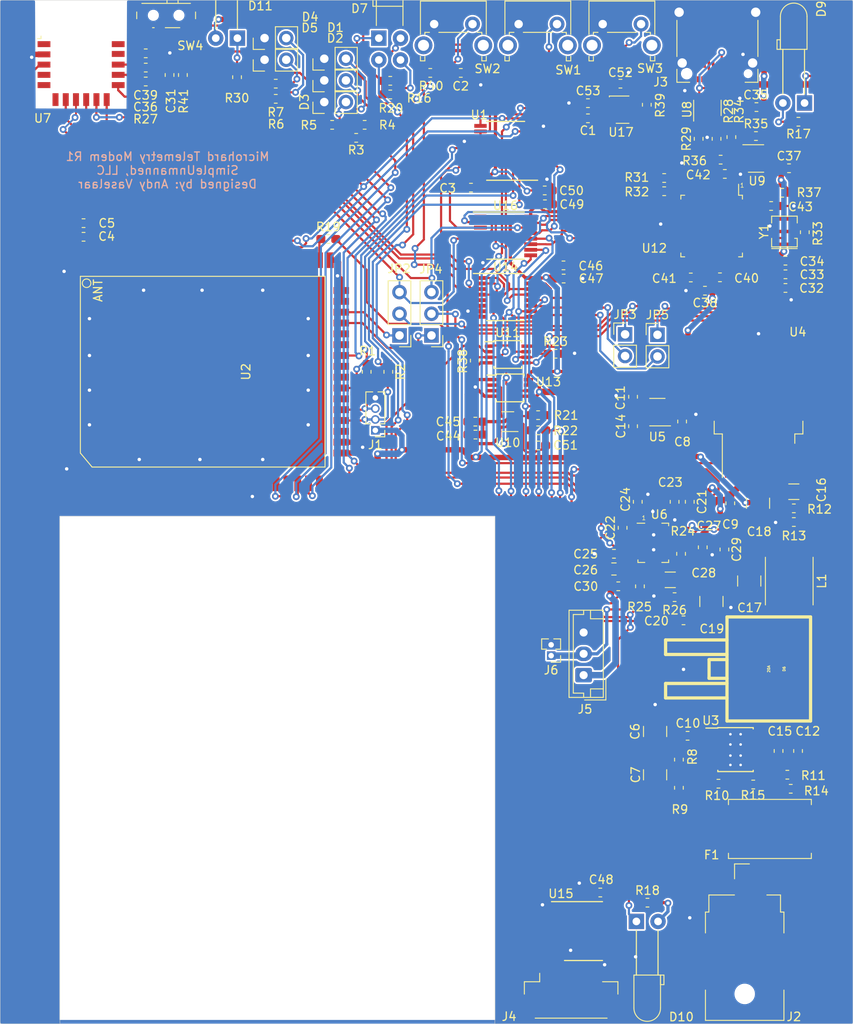
<source format=kicad_pcb>
(kicad_pcb (version 20171130) (host pcbnew 5.1.4-e60b266~84~ubuntu18.04.1)

  (general
    (thickness 1.6)
    (drawings 12)
    (tracks 1961)
    (zones 0)
    (modules 137)
    (nets 111)
  )

  (page A4)
  (layers
    (0 F.Cu signal hide)
    (31 B.Cu signal hide)
    (32 B.Adhes user hide)
    (33 F.Adhes user hide)
    (34 B.Paste user hide)
    (35 F.Paste user hide)
    (36 B.SilkS user hide)
    (37 F.SilkS user hide)
    (38 B.Mask user hide)
    (39 F.Mask user hide)
    (40 Dwgs.User user hide)
    (41 Cmts.User user hide)
    (42 Eco1.User user hide)
    (43 Eco2.User user hide)
    (44 Edge.Cuts user)
    (45 Margin user hide)
    (46 B.CrtYd user hide)
    (47 F.CrtYd user hide)
    (48 B.Fab user hide)
    (49 F.Fab user hide)
  )

  (setup
    (last_trace_width 0.25)
    (user_trace_width 0.2032)
    (user_trace_width 0.254)
    (user_trace_width 0.381)
    (user_trace_width 0.635)
    (user_trace_width 0.762)
    (user_trace_width 1.016)
    (trace_clearance 0.2)
    (zone_clearance 0)
    (zone_45_only yes)
    (trace_min 0.2)
    (via_size 0.8)
    (via_drill 0.4)
    (via_min_size 0.4)
    (via_min_drill 0.3)
    (user_via 0.508 0.381)
    (uvia_size 0.3)
    (uvia_drill 0.1)
    (uvias_allowed no)
    (uvia_min_size 0.2)
    (uvia_min_drill 0.1)
    (edge_width 0.05)
    (segment_width 0.2)
    (pcb_text_width 0.3)
    (pcb_text_size 1.5 1.5)
    (mod_edge_width 0.12)
    (mod_text_size 1 1)
    (mod_text_width 0.15)
    (pad_size 1.55 0.6)
    (pad_drill 0)
    (pad_to_mask_clearance 0.051)
    (solder_mask_min_width 0.25)
    (aux_axis_origin 0 0)
    (grid_origin 118.9 64.325)
    (visible_elements FFFFFFFF)
    (pcbplotparams
      (layerselection 0x010fc_ffffffff)
      (usegerberextensions false)
      (usegerberattributes false)
      (usegerberadvancedattributes false)
      (creategerberjobfile false)
      (excludeedgelayer true)
      (linewidth 0.100000)
      (plotframeref false)
      (viasonmask false)
      (mode 1)
      (useauxorigin false)
      (hpglpennumber 1)
      (hpglpenspeed 20)
      (hpglpendiameter 15.000000)
      (psnegative false)
      (psa4output false)
      (plotreference true)
      (plotvalue true)
      (plotinvisibletext false)
      (padsonsilk false)
      (subtractmaskfromsilk false)
      (outputformat 1)
      (mirror false)
      (drillshape 1)
      (scaleselection 1)
      (outputdirectory ""))
  )

  (net 0 "")
  (net 1 "Net-(C1-Pad1)")
  (net 2 GND)
  (net 3 /Microhard_Main.sch/BTN_CONFIG_BUF)
  (net 4 +3V3)
  (net 5 VDD)
  (net 6 "Net-(C6-Pad2)")
  (net 7 "Net-(C10-Pad1)")
  (net 8 "Net-(C10-Pad2)")
  (net 9 "Net-(C11-Pad1)")
  (net 10 "Net-(C12-Pad1)")
  (net 11 "Net-(C15-Pad1)")
  (net 12 "Net-(C16-Pad2)")
  (net 13 VBUS)
  (net 14 "Net-(C24-Pad2)")
  (net 15 "/Microhard Power/B+")
  (net 16 "Net-(C28-Pad2)")
  (net 17 "Net-(C30-Pad2)")
  (net 18 "Net-(C31-Pad1)")
  (net 19 "Net-(C36-Pad1)")
  (net 20 "Net-(C42-Pad1)")
  (net 21 "Net-(C43-Pad1)")
  (net 22 "Net-(C51-Pad1)")
  (net 23 "Net-(C53-Pad1)")
  (net 24 "Net-(D1-Pad2)")
  (net 25 "Net-(D2-Pad2)")
  (net 26 "Net-(D3-Pad2)")
  (net 27 "Net-(D4-Pad2)")
  (net 28 "Net-(D5-Pad2)")
  (net 29 "/Microhard Power/STAT2")
  (net 30 "Net-(D7-Pad2)")
  (net 31 "Net-(D7-Pad4)")
  (net 32 "/Microhard Power/STAT1")
  (net 33 "/Microhard Power/~USBPG")
  (net 34 "Net-(D9-Pad2)")
  (net 35 "Net-(D10-Pad2)")
  (net 36 "/Microhard Power/~ACPG")
  (net 37 "Net-(D11-Pad1)")
  (net 38 "Net-(F1-Pad1)")
  (net 39 "Net-(J1-Pad2)")
  (net 40 "Net-(J1-Pad3)")
  (net 41 "/Microhard IO/TEL_5V")
  (net 42 "/Microhard IO/TEL_RX_BUF")
  (net 43 "/Microhard IO/TEL_TX_BUF")
  (net 44 "/Microhard IO/TEL_RTS_BUF")
  (net 45 "/Microhard IO/TEL_CTS_BUF")
  (net 46 "/Microhard Power/TS")
  (net 47 "/Microhard IO/uHard_Control_TX_BUF")
  (net 48 "/Microhard IO/USB_Serial_2_RX")
  (net 49 "/Microhard IO/BT_TX")
  (net 50 "/Microhard IO/USB_Serial_2_RTS")
  (net 51 "/Microhard IO/BT_CTS")
  (net 52 "/Microhard IO/BT_RX")
  (net 53 "/Microhard IO/USB_Serial_2_TX")
  (net 54 "/Microhard IO/uHard_Control_RX_BUF")
  (net 55 "/Microhard IO/BT_RTS")
  (net 56 "/Microhard IO/USB_Serial_2_CTS")
  (net 57 /Microhard_Main.sch/uHard_Serial_TX)
  (net 58 /Microhard_Main.sch/uHard_Serial_RX)
  (net 59 "Net-(R8-Pad1)")
  (net 60 "Net-(R10-Pad2)")
  (net 61 "Net-(R14-Pad1)")
  (net 62 "/Microhard Power/VBat")
  (net 63 "/Microhard IO/TEL_TX")
  (net 64 "/Microhard IO/MUX_A")
  (net 65 "Net-(R24-Pad2)")
  (net 66 "Net-(R28-Pad2)")
  (net 67 "Net-(R29-Pad2)")
  (net 68 "Net-(R30-Pad2)")
  (net 69 "Net-(R31-Pad2)")
  (net 70 "Net-(R33-Pad2)")
  (net 71 "Net-(R33-Pad1)")
  (net 72 "Net-(R34-Pad2)")
  (net 73 "Net-(R34-Pad1)")
  (net 74 "Net-(R36-Pad2)")
  (net 75 "/Microhard IO/MUX_B")
  (net 76 MAIN_RST)
  (net 77 "Net-(SW1-Pad2)")
  (net 78 "Net-(SW3-Pad2)")
  (net 79 "/Microhard IO/uHard_RX_BUF")
  (net 80 "/Microhard IO/uHard_CTS_BUF")
  (net 81 /Microhard_Main.sch/uHard_Serial_RTS)
  (net 82 /Microhard_Main.sch/BTN_CONFIG)
  (net 83 "/Microhard IO/uHard_RTS_BUF")
  (net 84 /Microhard_Main.sch/uHard_Serial_CTS)
  (net 85 "/Microhard IO/uHard_TX_BUF")
  (net 86 "/Microhard Power/PWR_EN")
  (net 87 "/Microhard IO/BT_STATUS1_ND")
  (net 88 "Net-(U12-Pad48)")
  (net 89 "Net-(U12-Pad1)")
  (net 90 "/Microhard IO/SER_LOCKOUT")
  (net 91 "Net-(U10-Pad4)")
  (net 92 "/Microhard IO/FT2232_PWREN")
  (net 93 "/Microhard IO/USB_Serial_CTS")
  (net 94 "/Microhard IO/USB_Serial_RTS")
  (net 95 "/Microhard IO/USB_Serial_RX")
  (net 96 "/Microhard IO/USB_Serial_TX")
  (net 97 "/Microhard IO/TEL_CTS")
  (net 98 "/Microhard IO/TEL_RTS")
  (net 99 "/Microhard IO/TEL_RX")
  (net 100 +5V)
  (net 101 "Net-(C17-Pad1)")
  (net 102 "/Microhard IO/D-")
  (net 103 "/Microhard IO/2-D+")
  (net 104 "/Microhard IO/2-D-")
  (net 105 "/Microhard IO/D+")
  (net 106 /Microhard_Main.sch/RSSI1)
  (net 107 /Microhard_Main.sch/RSSI2)
  (net 108 /Microhard_Main.sch/RSSI3)
  (net 109 /Microhard_Main.sch/LED_RX)
  (net 110 /Microhard_Main.sch/LED_TX)

  (net_class Default "This is the default net class."
    (clearance 0.2)
    (trace_width 0.25)
    (via_dia 0.8)
    (via_drill 0.4)
    (uvia_dia 0.3)
    (uvia_drill 0.1)
    (add_net +3V3)
    (add_net +5V)
    (add_net "/Microhard IO/2-D+")
    (add_net "/Microhard IO/2-D-")
    (add_net "/Microhard IO/BT_CTS")
    (add_net "/Microhard IO/BT_RTS")
    (add_net "/Microhard IO/BT_RX")
    (add_net "/Microhard IO/BT_STATUS1_ND")
    (add_net "/Microhard IO/BT_TX")
    (add_net "/Microhard IO/D+")
    (add_net "/Microhard IO/D-")
    (add_net "/Microhard IO/FT2232_PWREN")
    (add_net "/Microhard IO/MUX_A")
    (add_net "/Microhard IO/MUX_B")
    (add_net "/Microhard IO/SER_LOCKOUT")
    (add_net "/Microhard IO/TEL_5V")
    (add_net "/Microhard IO/TEL_CTS")
    (add_net "/Microhard IO/TEL_CTS_BUF")
    (add_net "/Microhard IO/TEL_RTS")
    (add_net "/Microhard IO/TEL_RTS_BUF")
    (add_net "/Microhard IO/TEL_RX")
    (add_net "/Microhard IO/TEL_RX_BUF")
    (add_net "/Microhard IO/TEL_TX")
    (add_net "/Microhard IO/TEL_TX_BUF")
    (add_net "/Microhard IO/USB_Serial_2_CTS")
    (add_net "/Microhard IO/USB_Serial_2_RTS")
    (add_net "/Microhard IO/USB_Serial_2_RX")
    (add_net "/Microhard IO/USB_Serial_2_TX")
    (add_net "/Microhard IO/USB_Serial_CTS")
    (add_net "/Microhard IO/USB_Serial_RTS")
    (add_net "/Microhard IO/USB_Serial_RX")
    (add_net "/Microhard IO/USB_Serial_TX")
    (add_net "/Microhard IO/uHard_CTS_BUF")
    (add_net "/Microhard IO/uHard_Control_RX_BUF")
    (add_net "/Microhard IO/uHard_Control_TX_BUF")
    (add_net "/Microhard IO/uHard_RTS_BUF")
    (add_net "/Microhard IO/uHard_RX_BUF")
    (add_net "/Microhard IO/uHard_TX_BUF")
    (add_net "/Microhard Power/B+")
    (add_net "/Microhard Power/PWR_EN")
    (add_net "/Microhard Power/STAT1")
    (add_net "/Microhard Power/STAT2")
    (add_net "/Microhard Power/TS")
    (add_net "/Microhard Power/VBat")
    (add_net "/Microhard Power/~ACPG")
    (add_net "/Microhard Power/~USBPG")
    (add_net /Microhard_Main.sch/BTN_CONFIG)
    (add_net /Microhard_Main.sch/BTN_CONFIG_BUF)
    (add_net /Microhard_Main.sch/LED_RX)
    (add_net /Microhard_Main.sch/LED_TX)
    (add_net /Microhard_Main.sch/RSSI1)
    (add_net /Microhard_Main.sch/RSSI2)
    (add_net /Microhard_Main.sch/RSSI3)
    (add_net /Microhard_Main.sch/uHard_Serial_CTS)
    (add_net /Microhard_Main.sch/uHard_Serial_RTS)
    (add_net /Microhard_Main.sch/uHard_Serial_RX)
    (add_net /Microhard_Main.sch/uHard_Serial_TX)
    (add_net GND)
    (add_net MAIN_RST)
    (add_net "Net-(C1-Pad1)")
    (add_net "Net-(C10-Pad1)")
    (add_net "Net-(C10-Pad2)")
    (add_net "Net-(C11-Pad1)")
    (add_net "Net-(C12-Pad1)")
    (add_net "Net-(C15-Pad1)")
    (add_net "Net-(C16-Pad2)")
    (add_net "Net-(C17-Pad1)")
    (add_net "Net-(C24-Pad2)")
    (add_net "Net-(C28-Pad2)")
    (add_net "Net-(C30-Pad2)")
    (add_net "Net-(C31-Pad1)")
    (add_net "Net-(C36-Pad1)")
    (add_net "Net-(C42-Pad1)")
    (add_net "Net-(C43-Pad1)")
    (add_net "Net-(C51-Pad1)")
    (add_net "Net-(C53-Pad1)")
    (add_net "Net-(C6-Pad2)")
    (add_net "Net-(D1-Pad2)")
    (add_net "Net-(D10-Pad2)")
    (add_net "Net-(D11-Pad1)")
    (add_net "Net-(D2-Pad2)")
    (add_net "Net-(D3-Pad2)")
    (add_net "Net-(D4-Pad2)")
    (add_net "Net-(D5-Pad2)")
    (add_net "Net-(D7-Pad2)")
    (add_net "Net-(D7-Pad4)")
    (add_net "Net-(D9-Pad2)")
    (add_net "Net-(F1-Pad1)")
    (add_net "Net-(J1-Pad2)")
    (add_net "Net-(J1-Pad3)")
    (add_net "Net-(R10-Pad2)")
    (add_net "Net-(R14-Pad1)")
    (add_net "Net-(R24-Pad2)")
    (add_net "Net-(R28-Pad2)")
    (add_net "Net-(R29-Pad2)")
    (add_net "Net-(R30-Pad2)")
    (add_net "Net-(R31-Pad2)")
    (add_net "Net-(R33-Pad1)")
    (add_net "Net-(R33-Pad2)")
    (add_net "Net-(R34-Pad1)")
    (add_net "Net-(R34-Pad2)")
    (add_net "Net-(R36-Pad2)")
    (add_net "Net-(R8-Pad1)")
    (add_net "Net-(SW1-Pad2)")
    (add_net "Net-(SW3-Pad2)")
    (add_net "Net-(U10-Pad4)")
    (add_net "Net-(U12-Pad1)")
    (add_net "Net-(U12-Pad48)")
    (add_net VBUS)
    (add_net VDD)
  )

  (module Capacitor_SMD:C_1210_3225Metric_Pad1.42x2.65mm_HandSolder (layer F.Cu) (tedit 5B301BBE) (tstamp 5D65E6FE)
    (at 140.833 108.09 270)
    (descr "Capacitor SMD 1210 (3225 Metric), square (rectangular) end terminal, IPC_7351 nominal with elongated pad for handsoldering. (Body size source: http://www.tortai-tech.com/upload/download/2011102023233369053.pdf), generated with kicad-footprint-generator")
    (tags "capacitor handsolder")
    (path /5D3F82C1/5D4C6BAF)
    (attr smd)
    (fp_text reference C17 (at 3.135 -0.042) (layer F.SilkS)
      (effects (font (size 1 1) (thickness 0.15)))
    )
    (fp_text value 47u (at 0 2.28 90) (layer F.Fab)
      (effects (font (size 1 1) (thickness 0.15)))
    )
    (fp_line (start -1.6 1.25) (end -1.6 -1.25) (layer F.Fab) (width 0.1))
    (fp_line (start -1.6 -1.25) (end 1.6 -1.25) (layer F.Fab) (width 0.1))
    (fp_line (start 1.6 -1.25) (end 1.6 1.25) (layer F.Fab) (width 0.1))
    (fp_line (start 1.6 1.25) (end -1.6 1.25) (layer F.Fab) (width 0.1))
    (fp_line (start -0.602064 -1.36) (end 0.602064 -1.36) (layer F.SilkS) (width 0.12))
    (fp_line (start -0.602064 1.36) (end 0.602064 1.36) (layer F.SilkS) (width 0.12))
    (fp_line (start -2.45 1.58) (end -2.45 -1.58) (layer F.CrtYd) (width 0.05))
    (fp_line (start -2.45 -1.58) (end 2.45 -1.58) (layer F.CrtYd) (width 0.05))
    (fp_line (start 2.45 -1.58) (end 2.45 1.58) (layer F.CrtYd) (width 0.05))
    (fp_line (start 2.45 1.58) (end -2.45 1.58) (layer F.CrtYd) (width 0.05))
    (fp_text user %R (at 0 0 90) (layer F.Fab)
      (effects (font (size 0.8 0.8) (thickness 0.12)))
    )
    (pad 1 smd roundrect (at -1.4875 0 270) (size 1.425 2.65) (layers F.Cu F.Paste F.Mask) (roundrect_rratio 0.175439)
      (net 101 "Net-(C17-Pad1)"))
    (pad 2 smd roundrect (at 1.4875 0 270) (size 1.425 2.65) (layers F.Cu F.Paste F.Mask) (roundrect_rratio 0.175439)
      (net 2 GND))
    (model ${KISYS3DMOD}/Capacitor_SMD.3dshapes/C_1210_3225Metric.wrl
      (at (xyz 0 0 0))
      (scale (xyz 1 1 1))
      (rotate (xyz 0 0 0))
    )
  )

  (module Inductor_SMD:L_Coilcraft_XAL5030 (layer F.Cu) (tedit 5990349C) (tstamp 5D65EBEB)
    (at 145.525 108.1 270)
    (descr L_Coilcraft_XAL5030)
    (tags "L Coilcraft XAL5030")
    (path /5D3F82C1/5D4D1433)
    (attr smd)
    (fp_text reference L1 (at 0 -3.81 90) (layer F.SilkS)
      (effects (font (size 1 1) (thickness 0.15)))
    )
    (fp_text value 8.2uH (at 0 4.572 90) (layer F.Fab)
      (effects (font (size 1 1) (thickness 0.15)))
    )
    (fp_text user %R (at 0 0 90) (layer F.Fab)
      (effects (font (size 1 1) (thickness 0.15)))
    )
    (fp_line (start 2.794 2.794) (end -2.794 2.794) (layer F.SilkS) (width 0.12))
    (fp_line (start -2.794 -2.794) (end 2.794 -2.794) (layer F.SilkS) (width 0.12))
    (fp_line (start -2.9 2.9) (end -2.9 -2.9) (layer F.CrtYd) (width 0.05))
    (fp_line (start 2.9 2.9) (end -2.9 2.9) (layer F.CrtYd) (width 0.05))
    (fp_line (start 2.9 -2.9) (end 2.9 2.9) (layer F.CrtYd) (width 0.05))
    (fp_line (start -2.9 -2.9) (end 2.9 -2.9) (layer F.CrtYd) (width 0.05))
    (fp_line (start -2.64 2.64) (end -2.64 -2.64) (layer F.Fab) (width 0.1))
    (fp_line (start 2.64 2.64) (end -2.64 2.64) (layer F.Fab) (width 0.1))
    (fp_line (start 2.64 -2.64) (end 2.64 2.64) (layer F.Fab) (width 0.1))
    (fp_line (start -2.64 -2.64) (end 2.64 -2.64) (layer F.Fab) (width 0.1))
    (pad 1 smd rect (at -1.655 0 270) (size 1.2 4.7) (layers F.Cu F.Paste F.Mask)
      (net 101 "Net-(C17-Pad1)"))
    (pad 2 smd rect (at 1.655 0 270) (size 1.2 4.7) (layers F.Cu F.Paste F.Mask)
      (net 7 "Net-(C10-Pad1)"))
    (model ${KISYS3DMOD}/Inductor_SMD.3dshapes/L_Coilcraft_XAL5030.wrl
      (at (xyz 0 0 0))
      (scale (xyz 1 1 1))
      (rotate (xyz 0 0 0))
    )
  )

  (module kicad_footprints:D2PAK (layer F.Cu) (tedit 5D7C109B) (tstamp 5D7C6282)
    (at 143.125 118.4 270)
    (path /5D3F82C1/5D4CFC8B)
    (fp_text reference D6 (at 0 -1.80086 90) (layer F.SilkS)
      (effects (font (size 0.29972 0.29972) (thickness 0.0762)))
    )
    (fp_text value 20A (at 0 0 90) (layer F.SilkS)
      (effects (font (size 0.29972 0.29972) (thickness 0.0762)))
    )
    (fp_line (start -1.09982 4.89966) (end -1.09982 7.00024) (layer F.SilkS) (width 0.381))
    (fp_line (start -1.09982 7.00024) (end 1.00076 7.00024) (layer F.SilkS) (width 0.381))
    (fp_line (start 1.00076 7.00024) (end 1.09982 7.00024) (layer F.SilkS) (width 0.381))
    (fp_line (start 1.09982 7.00024) (end 1.09982 4.89966) (layer F.SilkS) (width 0.381))
    (fp_line (start 1.69926 12.10056) (end 1.69926 4.89966) (layer F.SilkS) (width 0.381))
    (fp_line (start 1.69926 12.10056) (end 3.40106 12.10056) (layer F.SilkS) (width 0.381))
    (fp_line (start 3.40106 12.10056) (end 3.40106 4.89966) (layer F.SilkS) (width 0.381))
    (fp_line (start -3.40106 12.10056) (end -3.40106 4.89966) (layer F.SilkS) (width 0.381))
    (fp_line (start -3.40106 12.10056) (end -1.69926 12.10056) (layer F.SilkS) (width 0.381))
    (fp_line (start -1.69926 12.10056) (end -1.69926 4.89966) (layer F.SilkS) (width 0.381))
    (fp_line (start -6.10108 -4.89966) (end 6.10108 -4.89966) (layer F.SilkS) (width 0.381))
    (fp_line (start 6.10108 -4.89966) (end 6.10108 4.89966) (layer F.SilkS) (width 0.381))
    (fp_line (start 6.10108 4.89966) (end -6.10108 4.89966) (layer F.SilkS) (width 0.381))
    (fp_line (start -6.10108 4.89966) (end -6.10108 -4.89966) (layer F.SilkS) (width 0.381))
    (pad 3 smd rect (at 0 0 270) (size 12.7 9.75106) (layers F.Cu F.Paste F.Mask)
      (net 7 "Net-(C10-Pad1)"))
    (pad 1 smd rect (at -2.54 10 270) (size 1.1 3.8) (layers F.Cu F.Paste F.Mask)
      (net 2 GND))
    (pad 2 smd rect (at 2.54 10 270) (size 1.1 3.8) (layers F.Cu F.Paste F.Mask)
      (net 2 GND))
  )

  (module kicad_footprints:Resonator_SMD_muRata_CSTNRxxx-3Pin_2.6x1.1mm (layer F.Cu) (tedit 5D7BD2B8) (tstamp 5D7082A1)
    (at 144.96 67.115 90)
    (descr "SMD Resomator/Filter Murata CSTCE, https://www.murata.com/en-eu/products/productdata/8801162264606/SPEC-CSTNE16M0VH3C000R0.pdf")
    (tags "SMD SMT ceramic resonator filter")
    (path /5D3F827D/5D6D0D20)
    (attr smd)
    (fp_text reference Y1 (at 0 -2.4 90) (layer F.SilkS)
      (effects (font (size 1 1) (thickness 0.15)))
    )
    (fp_text value Resonator (at 0 1.8 90) (layer F.Fab)
      (effects (font (size 0.2 0.2) (thickness 0.03)))
    )
    (fp_line (start -1.75 1.5) (end -1.75 -1.5) (layer F.CrtYd) (width 0.05))
    (fp_line (start 1.75 -1.5) (end 1.75 1.5) (layer F.CrtYd) (width 0.05))
    (fp_line (start -1.75 -1.5) (end 1.75 -1.5) (layer F.CrtYd) (width 0.05))
    (fp_line (start 1.75 1.5) (end -1.75 1.5) (layer F.CrtYd) (width 0.05))
    (fp_line (start -1.5 0.3) (end -1.5 -0.8) (layer F.Fab) (width 0.1))
    (fp_line (start -1 0.8) (end 1.5 0.8) (layer F.Fab) (width 0.1))
    (fp_line (start -1 0.8) (end -1.5 0.3) (layer F.Fab) (width 0.1))
    (fp_line (start 1.5 -0.8) (end -1.5 -0.8) (layer F.Fab) (width 0.1))
    (fp_line (start 1.5 0.8) (end 1.5 -0.8) (layer F.Fab) (width 0.1))
    (fp_line (start -2 0.8) (end -2 1.5) (layer F.SilkS) (width 0.12))
    (fp_line (start -1.8 0.8) (end -1.8 1.5) (layer F.SilkS) (width 0.12))
    (fp_line (start 1.8 0.8) (end 1.8 1.5) (layer F.SilkS) (width 0.12))
    (fp_line (start -2 -1.5) (end -2 0.8) (layer F.SilkS) (width 0.12))
    (fp_line (start -0.8 1.2) (end -0.8 1.5) (layer F.SilkS) (width 0.12))
    (fp_line (start -0.8 1.5) (end -1.8 1.5) (layer F.SilkS) (width 0.12))
    (fp_line (start -1.8 0.8) (end -1.8 -1.5) (layer F.SilkS) (width 0.12))
    (fp_line (start -1.8 -1.5) (end -0.8 -1.5) (layer F.SilkS) (width 0.12))
    (fp_line (start 1 -1.5) (end 1.8 -1.5) (layer F.SilkS) (width 0.12))
    (fp_line (start 1.8 -1.5) (end 1.8 0.8) (layer F.SilkS) (width 0.12))
    (fp_line (start 1.8 1.5) (end 1 1.5) (layer F.SilkS) (width 0.12))
    (fp_text user %R (at 0.1 -0.05 90) (layer F.Fab)
      (effects (font (size 0.6 0.6) (thickness 0.08)))
    )
    (pad 3 smd rect (at 1.5 0 90) (size 0.4 2.6) (layers F.Cu F.Paste F.Mask)
      (net 70 "Net-(R33-Pad2)"))
    (pad 2 smd rect (at 0 0 90) (size 0.4 2.6) (layers F.Cu F.Paste F.Mask)
      (net 2 GND))
    (pad 1 smd rect (at -1.5 0 90) (size 0.4 2.6) (layers F.Cu F.Paste F.Mask)
      (net 71 "Net-(R33-Pad1)"))
    (model ${KISYS3DMOD}/Crystal.3dshapes/Resonator_SMD_muRata_CSTxExxV-3Pin_3.0x1.1mm.wrl
      (at (xyz 0 0 0))
      (scale (xyz 1 1 1))
      (rotate (xyz 0 0 0))
    )
  )

  (module Package_TO_SOT_SMD:SOT-23-6 (layer F.Cu) (tedit 5DA9F0F3) (tstamp 5D69B36B)
    (at 135.925 52.625 90)
    (descr "6-pin SOT-23 package")
    (tags SOT-23-6)
    (path /5D3F827D/5D4670A7)
    (attr smd)
    (fp_text reference U8 (at -0.19 -2.385 90) (layer F.SilkS)
      (effects (font (size 1 1) (thickness 0.15)))
    )
    (fp_text value USBLC6-2SC6 (at 0 2.9 90) (layer F.Fab)
      (effects (font (size 1 1) (thickness 0.15)))
    )
    (fp_line (start 0.9 -1.55) (end 0.9 1.55) (layer F.Fab) (width 0.1))
    (fp_line (start 0.9 1.55) (end -0.9 1.55) (layer F.Fab) (width 0.1))
    (fp_line (start -0.9 -0.9) (end -0.9 1.55) (layer F.Fab) (width 0.1))
    (fp_line (start 0.9 -1.55) (end -0.25 -1.55) (layer F.Fab) (width 0.1))
    (fp_line (start -0.9 -0.9) (end -0.25 -1.55) (layer F.Fab) (width 0.1))
    (fp_line (start -1.9 -1.8) (end -1.9 1.8) (layer F.CrtYd) (width 0.05))
    (fp_line (start -1.9 1.8) (end 1.9 1.8) (layer F.CrtYd) (width 0.05))
    (fp_line (start 1.9 1.8) (end 1.9 -1.8) (layer F.CrtYd) (width 0.05))
    (fp_line (start 1.9 -1.8) (end -1.9 -1.8) (layer F.CrtYd) (width 0.05))
    (fp_line (start 0.9 -1.61) (end -1.55 -1.61) (layer F.SilkS) (width 0.12))
    (fp_line (start -0.9 1.61) (end 0.9 1.61) (layer F.SilkS) (width 0.12))
    (fp_text user %R (at 0 0) (layer F.Fab)
      (effects (font (size 0.5 0.5) (thickness 0.075)))
    )
    (pad 5 smd rect (at 1.1 0 90) (size 1.06 0.65) (layers F.Cu F.Paste F.Mask)
      (net 13 VBUS))
    (pad 6 smd rect (at 1.1 -0.95 90) (size 1.06 0.65) (layers F.Cu F.Paste F.Mask)
      (net 102 "/Microhard IO/D-"))
    (pad 4 smd rect (at 1.1 0.95 90) (size 1.06 0.65) (layers F.Cu F.Paste F.Mask)
      (net 105 "/Microhard IO/D+"))
    (pad 3 smd rect (at -1.1 0.95 90) (size 1.06 0.65) (layers F.Cu F.Paste F.Mask)
      (net 66 "Net-(R28-Pad2)"))
    (pad 2 smd rect (at -1.1 0 90) (size 1.06 0.65) (layers F.Cu F.Paste F.Mask)
      (net 2 GND))
    (pad 1 smd roundrect (at -1.1 -0.95 90) (size 1.06 0.65) (layers F.Cu F.Paste F.Mask) (roundrect_rratio 0.25)
      (net 67 "Net-(R29-Pad2)"))
    (model ${KISYS3DMOD}/Package_TO_SOT_SMD.3dshapes/SOT-23-6.wrl
      (at (xyz 0 0 0))
      (scale (xyz 1 1 1))
      (rotate (xyz 0 0 0))
    )
  )

  (module kicad_footprints:P2400 (layer F.Cu) (tedit 5D7A7F8D) (tstamp 5D67FB1D)
    (at 76.74 83.56 90)
    (path /5D3F8297/5D3FB64B)
    (fp_text reference U2 (at 0 5.08 90) (layer F.SilkS)
      (effects (font (size 1 1) (thickness 0.15)))
    )
    (fp_text value Microhard_P2400 (at 0 -5.08 90) (layer F.Fab)
      (effects (font (size 1 1) (thickness 0.15)))
    )
    (fp_line (start -11.15 -12.98) (end -9.55 -14.32) (layer F.SilkS) (width 0.12))
    (fp_text user ANT (at 9.53 -12.27 90) (layer F.SilkS)
      (effects (font (size 1 1) (thickness 0.15)))
    )
    (fp_circle (center 10.38 -13.61) (end 10.75 -13.27) (layer F.SilkS) (width 0.12))
    (fp_line (start -11.17 14.35) (end 11.17 14.35) (layer F.SilkS) (width 0.12))
    (fp_line (start -11.17 -12.98) (end -11.17 14.35) (layer F.SilkS) (width 0.12))
    (fp_line (start 11.19 -14.34) (end -9.55 -14.34) (layer F.SilkS) (width 0.12))
    (fp_line (start 11.19 14.36) (end 11.19 -14.34) (layer F.SilkS) (width 0.12))
    (pad "" smd rect (at 8.24 -10.645 90) (size 1.03 2.55) (layers F.Paste))
    (pad "" smd rect (at 4.12 -10.645 90) (size 1.03 2.55) (layers F.Paste))
    (pad "" smd rect (at 0 -10.645 90) (size 1.03 2.55) (layers F.Paste))
    (pad "" smd rect (at -4.12 -10.645 90) (size 1.03 2.55) (layers F.Paste))
    (pad "" smd rect (at -8.24 -10.645 90) (size 1.03 2.55) (layers F.Paste))
    (pad "" smd rect (at 6.18 -7.095 90) (size 1.03 2.55) (layers F.Paste))
    (pad "" smd rect (at 2.06 -7.095 90) (size 1.03 2.55) (layers F.Paste))
    (pad "" smd rect (at -2.06 -7.095 90) (size 1.03 2.55) (layers F.Paste))
    (pad "" smd rect (at -6.18 -7.095 90) (size 1.03 2.55) (layers F.Paste))
    (pad "" smd rect (at 8.24 -3.545 90) (size 1.03 2.55) (layers F.Paste))
    (pad "" smd rect (at 4.12 -3.545 90) (size 1.03 2.55) (layers F.Paste))
    (pad "" smd rect (at 0 -3.545 90) (size 1.03 2.55) (layers F.Paste))
    (pad "" smd rect (at -4.12 -3.545 90) (size 1.03 2.55) (layers F.Paste))
    (pad "" smd rect (at -8.24 -3.545 90) (size 1.03 2.55) (layers F.Paste))
    (pad "" smd rect (at 6.18 0.005 90) (size 1.03 2.55) (layers F.Paste))
    (pad "" smd rect (at 2.06 0.005 90) (size 1.03 2.55) (layers F.Paste))
    (pad "" smd rect (at -2.06 0.005 90) (size 1.03 2.55) (layers F.Paste))
    (pad "" smd rect (at -6.18 0.005 90) (size 1.03 2.55) (layers F.Paste))
    (pad "" smd rect (at 8.24 3.555 90) (size 1.03 2.55) (layers F.Paste))
    (pad "" smd rect (at 4.12 3.555 90) (size 1.03 2.55) (layers F.Paste))
    (pad "" smd rect (at 0 3.555 90) (size 1.03 2.55) (layers F.Paste))
    (pad "" smd rect (at -4.12 3.555 90) (size 1.03 2.55) (layers F.Paste))
    (pad "" smd rect (at -8.24 3.555 90) (size 1.03 2.55) (layers F.Paste))
    (pad "" smd rect (at 6.18 7.105 90) (size 1.03 2.55) (layers F.Paste))
    (pad "" smd rect (at 2.06 7.105 90) (size 1.03 2.55) (layers F.Paste))
    (pad "" smd rect (at -2.06 7.105 90) (size 1.03 2.55) (layers F.Paste))
    (pad "" smd rect (at -6.18 7.105 90) (size 1.03 2.55) (layers F.Paste))
    (pad "" smd rect (at 8.24 10.655 90) (size 1.03 2.55) (layers F.Paste))
    (pad "" smd rect (at 4.12 10.655 90) (size 1.03 2.55) (layers F.Paste))
    (pad "" smd rect (at 0 10.655 90) (size 1.03 2.55) (layers F.Paste))
    (pad "" smd rect (at -4.12 10.655 90) (size 1.03 2.55) (layers F.Paste))
    (pad "" smd rect (at -8.24 10.655 90) (size 1.03 2.55) (layers F.Paste))
    (pad "" smd rect (at 9.525 -16.25 180) (size 1.88 0.86) (layers F.Paste))
    (pad "" smd rect (at 8.255 -16.25 180) (size 1.88 0.86) (layers F.Paste))
    (pad "" smd rect (at 6.985 -16.25 180) (size 1.88 0.86) (layers F.Paste))
    (pad "" smd rect (at 5.715 -16.25 180) (size 1.88 0.86) (layers F.Paste))
    (pad "" smd rect (at 4.445 -16.25 180) (size 1.88 0.86) (layers F.Paste))
    (pad "" smd rect (at 3.175 -16.25 180) (size 1.88 0.86) (layers F.Paste))
    (pad "" smd rect (at 1.905 -16.25 180) (size 1.88 0.86) (layers F.Paste))
    (pad "" smd rect (at 0.635 -16.25 180) (size 1.88 0.86) (layers F.Paste))
    (pad "" smd rect (at -0.635 -16.25 180) (size 1.88 0.86) (layers F.Paste))
    (pad "" smd rect (at -1.905 -16.25 180) (size 1.88 0.86) (layers F.Paste))
    (pad "" smd rect (at -3.175 -16.25 180) (size 1.88 0.86) (layers F.Paste))
    (pad "" smd rect (at -4.445 -16.25 180) (size 1.88 0.86) (layers F.Paste))
    (pad "" smd rect (at -5.715 -16.25 180) (size 1.88 0.86) (layers F.Paste))
    (pad "" smd rect (at -6.985 -16.25 180) (size 1.88 0.86) (layers F.Paste))
    (pad "" smd rect (at -8.255 -16.25 180) (size 1.88 0.86) (layers F.Paste))
    (pad "" smd rect (at -9.525 -16.25 180) (size 1.88 0.86) (layers F.Paste))
    (pad "" smd rect (at 13.08 -14.25 90) (size 1.88 0.86) (layers F.Paste))
    (pad "" smd rect (at 13.08 -12.98 90) (size 1.88 0.86) (layers F.Paste))
    (pad "" smd rect (at 13.08 -11.71 90) (size 1.88 0.86) (layers F.Paste))
    (pad "" smd rect (at 13.08 -10.44 90) (size 1.88 0.86) (layers F.Paste))
    (pad "" smd rect (at 13.08 -9.17 90) (size 1.88 0.86) (layers F.Paste))
    (pad "" smd rect (at 13.08 -7.9 90) (size 1.88 0.86) (layers F.Paste))
    (pad "" smd rect (at 13.08 -6.63 90) (size 1.88 0.86) (layers F.Paste))
    (pad "" smd rect (at 13.08 -5.36 90) (size 1.88 0.86) (layers F.Paste))
    (pad "" smd rect (at 13.08 -4.09 90) (size 1.88 0.86) (layers F.Paste))
    (pad "" smd rect (at 13.08 -2.82 90) (size 1.88 0.86) (layers F.Paste))
    (pad "" smd rect (at 13.08 -1.55 90) (size 1.88 0.86) (layers F.Paste))
    (pad "" smd rect (at 13.08 -0.28 90) (size 1.88 0.86) (layers F.Paste))
    (pad "" smd rect (at 13.08 0.99 90) (size 1.88 0.86) (layers F.Paste))
    (pad "" smd rect (at 13.08 2.26 90) (size 1.88 0.86) (layers F.Paste))
    (pad "" smd rect (at 13.08 3.53 90) (size 1.88 0.86) (layers F.Paste))
    (pad "" smd rect (at 13.08 4.8 90) (size 1.88 0.86) (layers F.Paste))
    (pad "" smd rect (at 13.08 6.07 90) (size 1.88 0.86) (layers F.Paste))
    (pad "" smd rect (at 13.08 7.34 90) (size 1.88 0.86) (layers F.Paste))
    (pad "" smd rect (at 13.08 8.61 90) (size 1.88 0.86) (layers F.Paste))
    (pad "" smd rect (at 13.08 9.88 90) (size 1.88 0.86) (layers F.Paste))
    (pad "" smd rect (at 13.08 11.15 90) (size 1.88 0.86) (layers F.Paste))
    (pad "" smd rect (at 13.08 12.42 90) (size 1.88 0.86) (layers F.Paste))
    (pad "" smd rect (at 13.08 13.69 90) (size 1.88 0.86) (layers F.Paste))
    (pad "" smd rect (at 13.08 14.96 90) (size 1.88 0.86) (layers F.Paste))
    (pad "" smd rect (at 9.525 16.25 180) (size 1.88 0.86) (layers F.Paste))
    (pad "" smd rect (at 8.255 16.25 180) (size 1.88 0.86) (layers F.Paste))
    (pad "" smd rect (at 6.985 16.25 180) (size 1.88 0.86) (layers F.Paste))
    (pad "" smd rect (at 5.715 16.25 180) (size 1.88 0.86) (layers F.Paste))
    (pad "" smd rect (at 4.445 16.25 180) (size 1.88 0.86) (layers F.Paste))
    (pad "" smd rect (at 3.175 16.25 180) (size 1.88 0.86) (layers F.Paste))
    (pad "" smd rect (at 1.905 16.25 180) (size 1.88 0.86) (layers F.Paste))
    (pad "" smd rect (at 0.635 16.25 180) (size 1.88 0.86) (layers F.Paste))
    (pad "" smd rect (at -0.635 16.25 180) (size 1.88 0.86) (layers F.Paste))
    (pad "" smd rect (at -1.905 16.25 180) (size 1.88 0.86) (layers F.Paste))
    (pad "" smd rect (at -3.175 16.25 180) (size 1.88 0.86) (layers F.Paste))
    (pad "" smd rect (at -4.445 16.25 180) (size 1.88 0.86) (layers F.Paste))
    (pad "" smd rect (at -5.715 16.25 180) (size 1.88 0.86) (layers F.Paste))
    (pad "" smd rect (at -6.985 16.25 180) (size 1.88 0.86) (layers F.Paste))
    (pad "" smd rect (at -8.255 16.25 180) (size 1.88 0.86) (layers F.Paste))
    (pad "" smd rect (at -13.08 14.96 90) (size 1.88 0.86) (layers F.Paste))
    (pad "" smd rect (at -13.08 13.69 90) (size 1.88 0.86) (layers F.Paste))
    (pad "" smd rect (at -13.08 12.42 90) (size 1.88 0.86) (layers F.Paste))
    (pad "" smd rect (at -13.08 11.15 90) (size 1.88 0.86) (layers F.Paste))
    (pad "" smd rect (at -13.08 9.88 90) (size 1.88 0.86) (layers F.Paste))
    (pad "" smd rect (at -13.08 8.61 90) (size 1.88 0.86) (layers F.Paste))
    (pad "" smd rect (at -13.08 7.34 90) (size 1.88 0.86) (layers F.Paste))
    (pad "" smd rect (at -13.08 6.07 90) (size 1.88 0.86) (layers F.Paste))
    (pad "" smd rect (at -13.08 4.8 90) (size 1.88 0.86) (layers F.Paste))
    (pad "" smd rect (at -13.08 3.53 90) (size 1.88 0.86) (layers F.Paste))
    (pad "" smd rect (at -13.08 2.26 90) (size 1.88 0.86) (layers F.Paste))
    (pad "" smd rect (at -13.08 0.99 90) (size 1.88 0.86) (layers F.Paste))
    (pad "" smd rect (at -13.08 -0.28 90) (size 1.88 0.86) (layers F.Paste))
    (pad "" smd rect (at -13.08 -1.55 90) (size 1.88 0.86) (layers F.Paste))
    (pad "" smd rect (at -13.08 -2.82 90) (size 1.88 0.86) (layers F.Paste))
    (pad "" smd rect (at -13.08 -4.09 90) (size 1.88 0.86) (layers F.Paste))
    (pad "" smd rect (at -13.08 -5.36 90) (size 1.88 0.86) (layers F.Paste))
    (pad "" smd rect (at -13.08 -6.63 90) (size 1.88 0.86) (layers F.Paste))
    (pad "" smd rect (at -13.08 -7.9 90) (size 1.88 0.86) (layers F.Paste))
    (pad "" smd rect (at -13.08 -9.17 90) (size 1.88 0.86) (layers F.Paste))
    (pad "" smd rect (at -13.08 -10.44 90) (size 1.88 0.86) (layers F.Paste))
    (pad "" smd rect (at -13.08 -11.71 90) (size 1.88 0.86) (layers F.Paste))
    (pad "" smd rect (at -13.08 -12.98 90) (size 1.88 0.86) (layers F.Paste))
    (pad "" smd rect (at -13.08 -14.25 90) (size 1.88 0.86) (layers F.Paste))
    (pad "" smd rect (at -9.525 16.25 180) (size 1.88 0.86) (layers F.Paste))
    (pad 80 smd rect (at -9.525 -16.25 180) (size 1.83 0.81) (layers F.Cu F.Mask)
      (net 2 GND))
    (pad 79 smd rect (at -8.255 -16.25 180) (size 1.83 0.81) (layers F.Cu F.Mask)
      (net 2 GND))
    (pad 78 smd rect (at -6.985 -16.25 180) (size 1.83 0.81) (layers F.Cu F.Mask)
      (net 2 GND))
    (pad 77 smd rect (at -5.715 -16.25 180) (size 1.83 0.81) (layers F.Cu F.Mask)
      (net 2 GND))
    (pad 76 smd rect (at -4.445 -16.25 180) (size 1.83 0.81) (layers F.Cu F.Mask)
      (net 2 GND))
    (pad 75 smd rect (at -3.175 -16.25 180) (size 1.83 0.81) (layers F.Cu F.Mask)
      (net 2 GND))
    (pad 74 smd rect (at -1.905 -16.25 180) (size 1.83 0.81) (layers F.Cu F.Mask))
    (pad 73 smd rect (at -0.635 -16.25 180) (size 1.83 0.81) (layers F.Cu F.Mask))
    (pad 72 smd rect (at 0.635 -16.25 180) (size 1.83 0.81) (layers F.Cu F.Mask))
    (pad 71 smd rect (at 1.905 -16.25 180) (size 1.83 0.81) (layers F.Cu F.Mask))
    (pad 70 smd rect (at 3.175 -16.25 180) (size 1.83 0.81) (layers F.Cu F.Mask))
    (pad 69 smd rect (at 4.445 -16.25 180) (size 1.83 0.81) (layers F.Cu F.Mask))
    (pad 68 smd rect (at 5.715 -16.25 180) (size 1.83 0.81) (layers F.Cu F.Mask))
    (pad 67 smd rect (at 6.985 -16.25 180) (size 1.83 0.81) (layers F.Cu F.Mask)
      (net 2 GND))
    (pad 66 smd rect (at 8.255 -16.25 180) (size 1.83 0.81) (layers F.Cu F.Mask)
      (net 2 GND))
    (pad 65 smd rect (at 9.525 -16.25 180) (size 1.83 0.81) (layers F.Cu F.Mask)
      (net 2 GND))
    (pad 40 smd rect (at 9.525 16.25 180) (size 1.83 0.81) (layers F.Cu F.Mask)
      (net 2 GND))
    (pad 39 smd rect (at 8.255 16.25 180) (size 1.83 0.81) (layers F.Cu F.Mask)
      (net 2 GND))
    (pad 38 smd rect (at 6.985 16.25 180) (size 1.83 0.81) (layers F.Cu F.Mask)
      (net 47 "/Microhard IO/uHard_Control_TX_BUF"))
    (pad 37 smd rect (at 5.715 16.25 180) (size 1.83 0.81) (layers F.Cu F.Mask)
      (net 54 "/Microhard IO/uHard_Control_RX_BUF"))
    (pad 36 smd rect (at 4.445 16.25 180) (size 1.83 0.81) (layers F.Cu F.Mask))
    (pad 35 smd rect (at 3.175 16.25 180) (size 1.83 0.81) (layers F.Cu F.Mask))
    (pad 34 smd rect (at 1.905 16.25 180) (size 1.83 0.81) (layers F.Cu F.Mask)
      (net 81 /Microhard_Main.sch/uHard_Serial_RTS))
    (pad 33 smd rect (at 0.635 16.25 180) (size 1.83 0.81) (layers F.Cu F.Mask))
    (pad 32 smd rect (at -0.635 16.25 180) (size 1.83 0.81) (layers F.Cu F.Mask))
    (pad 31 smd rect (at -1.905 16.25 180) (size 1.83 0.81) (layers F.Cu F.Mask)
      (net 84 /Microhard_Main.sch/uHard_Serial_CTS))
    (pad 30 smd rect (at -3.175 16.25 180) (size 1.83 0.81) (layers F.Cu F.Mask))
    (pad 29 smd rect (at -4.445 16.25 180) (size 1.83 0.81) (layers F.Cu F.Mask)
      (net 40 "Net-(J1-Pad3)"))
    (pad 28 smd rect (at -5.715 16.25 180) (size 1.83 0.81) (layers F.Cu F.Mask)
      (net 39 "Net-(J1-Pad2)"))
    (pad 27 smd rect (at -6.985 16.25 180) (size 1.83 0.81) (layers F.Cu F.Mask))
    (pad 26 smd rect (at -8.255 16.25 180) (size 1.83 0.81) (layers F.Cu F.Mask)
      (net 2 GND))
    (pad 25 smd rect (at -9.525 16.25 180) (size 1.83 0.81) (layers F.Cu F.Mask)
      (net 2 GND))
    (pad 64 smd rect (at 13.08 -14.25 90) (size 1.83 0.81) (layers F.Cu F.Mask)
      (net 5 VDD))
    (pad 63 smd rect (at 13.08 -12.98 90) (size 1.83 0.81) (layers F.Cu F.Mask)
      (net 5 VDD))
    (pad 62 smd rect (at 13.08 -11.71 90) (size 1.83 0.81) (layers F.Cu F.Mask)
      (net 5 VDD))
    (pad 61 smd rect (at 13.08 -10.44 90) (size 1.83 0.81) (layers F.Cu F.Mask))
    (pad 60 smd rect (at 13.08 -9.17 90) (size 1.83 0.81) (layers F.Cu F.Mask))
    (pad 59 smd rect (at 13.08 -7.9 90) (size 1.83 0.81) (layers F.Cu F.Mask))
    (pad 58 smd rect (at 13.08 -6.63 90) (size 1.83 0.81) (layers F.Cu F.Mask))
    (pad 57 smd rect (at 13.08 -5.36 90) (size 1.83 0.81) (layers F.Cu F.Mask))
    (pad 56 smd rect (at 13.08 -4.09 90) (size 1.83 0.81) (layers F.Cu F.Mask))
    (pad 55 smd rect (at 13.08 -2.82 90) (size 1.83 0.81) (layers F.Cu F.Mask))
    (pad 54 smd rect (at 13.08 -1.55 90) (size 1.83 0.81) (layers F.Cu F.Mask))
    (pad 53 smd rect (at 13.08 -0.28 90) (size 1.83 0.81) (layers F.Cu F.Mask))
    (pad 52 smd rect (at 13.08 0.99 90) (size 1.83 0.81) (layers F.Cu F.Mask))
    (pad 51 smd rect (at 13.08 2.26 90) (size 1.83 0.81) (layers F.Cu F.Mask))
    (pad 50 smd rect (at 13.08 3.53 90) (size 1.83 0.81) (layers F.Cu F.Mask))
    (pad 49 smd rect (at 13.08 4.8 90) (size 1.83 0.81) (layers F.Cu F.Mask))
    (pad 48 smd rect (at 13.08 6.07 90) (size 1.83 0.81) (layers F.Cu F.Mask))
    (pad 47 smd rect (at 13.08 7.34 90) (size 1.83 0.81) (layers F.Cu F.Mask))
    (pad 46 smd rect (at 13.08 8.61 90) (size 1.83 0.81) (layers F.Cu F.Mask)
      (net 82 /Microhard_Main.sch/BTN_CONFIG))
    (pad 45 smd rect (at 13.08 9.88 90) (size 1.83 0.81) (layers F.Cu F.Mask)
      (net 76 MAIN_RST))
    (pad 44 smd rect (at 13.08 11.15 90) (size 1.83 0.81) (layers F.Cu F.Mask))
    (pad 43 smd rect (at 13.08 12.42 90) (size 1.83 0.81) (layers F.Cu F.Mask))
    (pad 42 smd rect (at 13.08 13.69 90) (size 1.83 0.81) (layers F.Cu F.Mask)
      (net 62 "/Microhard Power/VBat"))
    (pad 41 smd rect (at 13.08 14.96 90) (size 1.83 0.81) (layers F.Cu F.Mask)
      (net 2 GND))
    (pad 81 smd rect (at 0 0 90) (size 22.35 28.7) (layers F.Cu F.Mask)
      (net 2 GND))
    (pad 1 smd rect (at -13.08 -14.25 90) (size 1.83 0.81) (layers F.Cu F.Mask)
      (net 2 GND))
    (pad 2 smd rect (at -13.08 -12.98 90) (size 1.83 0.81) (layers F.Cu F.Mask))
    (pad 3 smd rect (at -13.08 -11.71 90) (size 1.83 0.81) (layers F.Cu F.Mask))
    (pad 4 smd rect (at -13.08 -10.44 90) (size 1.83 0.81) (layers F.Cu F.Mask))
    (pad 5 smd rect (at -13.08 -9.17 90) (size 1.83 0.81) (layers F.Cu F.Mask))
    (pad 6 smd rect (at -13.08 -7.9 90) (size 1.83 0.81) (layers F.Cu F.Mask))
    (pad 7 smd rect (at -13.08 -6.63 90) (size 1.83 0.81) (layers F.Cu F.Mask))
    (pad 8 smd rect (at -13.08 -5.36 90) (size 1.83 0.81) (layers F.Cu F.Mask))
    (pad 9 smd rect (at -13.08 -4.09 90) (size 1.83 0.81) (layers F.Cu F.Mask))
    (pad 10 smd rect (at -13.08 -2.82 90) (size 1.83 0.81) (layers F.Cu F.Mask))
    (pad 11 smd rect (at -13.08 -1.55 90) (size 1.83 0.81) (layers F.Cu F.Mask))
    (pad 12 smd rect (at -13.08 -0.28 90) (size 1.83 0.81) (layers F.Cu F.Mask))
    (pad 13 smd rect (at -13.08 0.99 90) (size 1.83 0.81) (layers F.Cu F.Mask))
    (pad 14 smd rect (at -13.08 2.26 90) (size 1.83 0.81) (layers F.Cu F.Mask))
    (pad 15 smd rect (at -13.08 3.53 90) (size 1.83 0.81) (layers F.Cu F.Mask))
    (pad 16 smd rect (at -13.08 4.8 90) (size 1.83 0.81) (layers F.Cu F.Mask))
    (pad 17 smd rect (at -13.08 6.07 90) (size 1.83 0.81) (layers F.Cu F.Mask)
      (net 2 GND))
    (pad 18 smd rect (at -13.08 7.34 90) (size 1.83 0.81) (layers F.Cu F.Mask))
    (pad 19 smd rect (at -13.08 8.61 90) (size 1.83 0.81) (layers F.Cu F.Mask))
    (pad 20 smd rect (at -13.08 9.88 90) (size 1.83 0.81) (layers F.Cu F.Mask)
      (net 106 /Microhard_Main.sch/RSSI1))
    (pad 21 smd rect (at -13.08 11.15 90) (size 1.83 0.81) (layers F.Cu F.Mask)
      (net 107 /Microhard_Main.sch/RSSI2))
    (pad 22 smd rect (at -13.08 12.42 90) (size 1.83 0.81) (layers F.Cu F.Mask)
      (net 108 /Microhard_Main.sch/RSSI3))
    (pad 23 smd rect (at -13.08 13.69 90) (size 1.83 0.81) (layers F.Cu F.Mask)
      (net 109 /Microhard_Main.sch/LED_RX))
    (pad 24 smd rect (at -13.08 14.96 90) (size 1.83 0.81) (layers F.Cu F.Mask)
      (net 110 /Microhard_Main.sch/LED_TX))
  )

  (module Capacitor_SMD:C_0603_1608Metric_Pad1.05x0.95mm_HandSolder (layer F.Cu) (tedit 5B301BBE) (tstamp 5D680280)
    (at 91.475 68)
    (descr "Capacitor SMD 0603 (1608 Metric), square (rectangular) end terminal, IPC_7351 nominal with elongated pad for handsoldering. (Body size source: http://www.tortai-tech.com/upload/download/2011102023233369053.pdf), generated with kicad-footprint-generator")
    (tags "capacitor handsolder")
    (path /5D3F82C1/5D71DD1F)
    (attr smd)
    (fp_text reference R19 (at 0 -1.43) (layer F.SilkS)
      (effects (font (size 1 1) (thickness 0.15)))
    )
    (fp_text value 0 (at 0 1.43) (layer F.Fab)
      (effects (font (size 1 1) (thickness 0.15)))
    )
    (fp_text user %R (at 0 0) (layer F.Fab)
      (effects (font (size 0.4 0.4) (thickness 0.06)))
    )
    (fp_line (start 1.65 0.73) (end -1.65 0.73) (layer F.CrtYd) (width 0.05))
    (fp_line (start 1.65 -0.73) (end 1.65 0.73) (layer F.CrtYd) (width 0.05))
    (fp_line (start -1.65 -0.73) (end 1.65 -0.73) (layer F.CrtYd) (width 0.05))
    (fp_line (start -1.65 0.73) (end -1.65 -0.73) (layer F.CrtYd) (width 0.05))
    (fp_line (start -0.171267 0.51) (end 0.171267 0.51) (layer F.SilkS) (width 0.12))
    (fp_line (start -0.171267 -0.51) (end 0.171267 -0.51) (layer F.SilkS) (width 0.12))
    (fp_line (start 0.8 0.4) (end -0.8 0.4) (layer F.Fab) (width 0.1))
    (fp_line (start 0.8 -0.4) (end 0.8 0.4) (layer F.Fab) (width 0.1))
    (fp_line (start -0.8 -0.4) (end 0.8 -0.4) (layer F.Fab) (width 0.1))
    (fp_line (start -0.8 0.4) (end -0.8 -0.4) (layer F.Fab) (width 0.1))
    (pad 2 smd roundrect (at 0.875 0) (size 1.05 0.95) (layers F.Cu F.Paste F.Mask) (roundrect_rratio 0.25)
      (net 15 "/Microhard Power/B+"))
    (pad 1 smd roundrect (at -0.875 0) (size 1.05 0.95) (layers F.Cu F.Paste F.Mask) (roundrect_rratio 0.25)
      (net 62 "/Microhard Power/VBat"))
    (model ${KISYS3DMOD}/Capacitor_SMD.3dshapes/C_0603_1608Metric.wrl
      (at (xyz 0 0 0))
      (scale (xyz 1 1 1))
      (rotate (xyz 0 0 0))
    )
  )

  (module Connector_BarrelJack:BarrelJack_CUI_PJ-036AH-SMT_Horizontal (layer F.Cu) (tedit 5A1DBF38) (tstamp 5D671B8A)
    (at 140.3 149.5)
    (descr "Surface-mount DC Barrel Jack, http://www.cui.com/product/resource/pj-036ah-smt.pdf")
    (tags "Power Jack SMT")
    (path /5D3F82C1/5D560DF8)
    (attr smd)
    (fp_text reference J2 (at 5.775 9.675 180) (layer F.SilkS)
      (effects (font (size 1 1) (thickness 0.15)))
    )
    (fp_text value Barrel_Jack (at 0 11.25) (layer F.Fab)
      (effects (font (size 1 1) (thickness 0.15)))
    )
    (fp_text user %R (at 0 0) (layer F.Fab)
      (effects (font (size 1 1) (thickness 0.15)))
    )
    (fp_line (start -8.9 -8.5) (end -8.9 10.5) (layer F.CrtYd) (width 0.05))
    (fp_line (start -8.9 10.5) (end 8.9 10.5) (layer F.CrtYd) (width 0.05))
    (fp_line (start 8.9 10.5) (end 8.9 -8.5) (layer F.CrtYd) (width 0.05))
    (fp_line (start 8.9 -8.5) (end -8.9 -8.5) (layer F.CrtYd) (width 0.05))
    (fp_line (start 4.6 6.55) (end 4.6 10.1) (layer F.SilkS) (width 0.12))
    (fp_line (start 4.6 10.1) (end -4.6 10.1) (layer F.SilkS) (width 0.12))
    (fp_line (start -4.6 10.1) (end -4.6 6.55) (layer F.SilkS) (width 0.12))
    (fp_line (start -4.6 -0.15) (end -4.6 -2.6) (layer F.SilkS) (width 0.12))
    (fp_line (start -4.6 -2.6) (end -4.2 -2.6) (layer F.SilkS) (width 0.12))
    (fp_line (start -4.2 -2.6) (end -4.2 -4.6) (layer F.SilkS) (width 0.12))
    (fp_line (start -4.2 -4.6) (end -1.2 -4.6) (layer F.SilkS) (width 0.12))
    (fp_line (start 2.6 -4.6) (end 4.2 -4.6) (layer F.SilkS) (width 0.12))
    (fp_line (start 4.2 -4.6) (end 4.2 -2.6) (layer F.SilkS) (width 0.12))
    (fp_line (start 4.2 -2.6) (end 4.6 -2.6) (layer F.SilkS) (width 0.12))
    (fp_line (start 4.6 -2.6) (end 4.6 -0.15) (layer F.SilkS) (width 0.12))
    (fp_line (start -1.19 -6.5) (end -1.19 -8.24) (layer F.SilkS) (width 0.12))
    (fp_line (start -1.19 -8.24) (end 0.55 -8.24) (layer F.SilkS) (width 0.12))
    (fp_line (start 4.1 -4.5) (end -4.1 -4.5) (layer F.Fab) (width 0.1))
    (fp_line (start -4.1 -4.5) (end -4.1 -2.5) (layer F.Fab) (width 0.1))
    (fp_line (start -4.1 -2.5) (end -4.5 -2.5) (layer F.Fab) (width 0.1))
    (fp_line (start -4.5 -2.5) (end -4.5 10) (layer F.Fab) (width 0.1))
    (fp_line (start -4.5 10) (end 4.5 10) (layer F.Fab) (width 0.1))
    (fp_line (start 4.5 10) (end 4.5 -2.5) (layer F.Fab) (width 0.1))
    (fp_line (start 4.5 -2.5) (end 4.1 -2.5) (layer F.Fab) (width 0.1))
    (fp_line (start 4.1 -2.5) (end 4.1 -4.5) (layer F.Fab) (width 0.1))
    (fp_circle (center 0.7 -3.4) (end 0.75 -2.95) (layer F.Fab) (width 0.12))
    (pad 1 smd rect (at 0.7 -5.8) (size 3.3 4.4) (layers F.Cu F.Paste F.Mask)
      (net 38 "Net-(F1-Pad1)"))
    (pad 2 smd rect (at -6.45 3.2) (size 3.9 6.2) (layers F.Cu F.Paste F.Mask)
      (net 2 GND))
    (pad 3 smd rect (at 6.45 3.2) (size 3.9 6.2) (layers F.Cu F.Paste F.Mask))
    (pad "" np_thru_hole circle (at 0 7) (size 2 2) (drill 2) (layers *.Cu *.Mask))
    (model ${KISYS3DMOD}/Connector_BarrelJack.3dshapes/BarrelJack_CUI_PJ-036AH-SMT_Horizontal.wrl
      (at (xyz 0 0 0))
      (scale (xyz 1 1 1))
      (rotate (xyz 0 0 0))
    )
  )

  (module Capacitor_SMD:C_1210_3225Metric_Pad1.42x2.65mm_HandSolder (layer F.Cu) (tedit 5B301BBE) (tstamp 5D67E19F)
    (at 136.398 110.49 270)
    (descr "Capacitor SMD 1210 (3225 Metric), square (rectangular) end terminal, IPC_7351 nominal with elongated pad for handsoldering. (Body size source: http://www.tortai-tech.com/upload/download/2011102023233369053.pdf), generated with kicad-footprint-generator")
    (tags "capacitor handsolder")
    (path /5D3F82C1/5D619875)
    (attr smd)
    (fp_text reference C19 (at 3.21 -0.052 180) (layer F.SilkS)
      (effects (font (size 1 1) (thickness 0.15)))
    )
    (fp_text value 47u (at 0 2.28 90) (layer F.Fab)
      (effects (font (size 1 1) (thickness 0.15)))
    )
    (fp_text user %R (at 0 0 90) (layer F.Fab)
      (effects (font (size 0.8 0.8) (thickness 0.12)))
    )
    (fp_line (start 2.45 1.58) (end -2.45 1.58) (layer F.CrtYd) (width 0.05))
    (fp_line (start 2.45 -1.58) (end 2.45 1.58) (layer F.CrtYd) (width 0.05))
    (fp_line (start -2.45 -1.58) (end 2.45 -1.58) (layer F.CrtYd) (width 0.05))
    (fp_line (start -2.45 1.58) (end -2.45 -1.58) (layer F.CrtYd) (width 0.05))
    (fp_line (start -0.602064 1.36) (end 0.602064 1.36) (layer F.SilkS) (width 0.12))
    (fp_line (start -0.602064 -1.36) (end 0.602064 -1.36) (layer F.SilkS) (width 0.12))
    (fp_line (start 1.6 1.25) (end -1.6 1.25) (layer F.Fab) (width 0.1))
    (fp_line (start 1.6 -1.25) (end 1.6 1.25) (layer F.Fab) (width 0.1))
    (fp_line (start -1.6 -1.25) (end 1.6 -1.25) (layer F.Fab) (width 0.1))
    (fp_line (start -1.6 1.25) (end -1.6 -1.25) (layer F.Fab) (width 0.1))
    (pad 2 smd roundrect (at 1.4875 0 270) (size 1.425 2.65) (layers F.Cu F.Paste F.Mask) (roundrect_rratio 0.175439)
      (net 2 GND))
    (pad 1 smd roundrect (at -1.4875 0 270) (size 1.425 2.65) (layers F.Cu F.Paste F.Mask) (roundrect_rratio 0.175439)
      (net 101 "Net-(C17-Pad1)"))
    (model ${KISYS3DMOD}/Capacitor_SMD.3dshapes/C_1210_3225Metric.wrl
      (at (xyz 0 0 0))
      (scale (xyz 1 1 1))
      (rotate (xyz 0 0 0))
    )
  )

  (module Package_QFP:LQFP-48_7x7mm_P0.5mm (layer F.Cu) (tedit 5C18330E) (tstamp 5DA9F59D)
    (at 136.425 66.475 270)
    (descr "LQFP, 48 Pin (https://www.analog.com/media/en/technical-documentation/data-sheets/ltc2358-16.pdf), generated with kicad-footprint-generator ipc_gullwing_generator.py")
    (tags "LQFP QFP")
    (path /5D3F827D/5D40460C)
    (attr smd)
    (fp_text reference U12 (at 2.6 6.725 180) (layer F.SilkS)
      (effects (font (size 1 1) (thickness 0.15)))
    )
    (fp_text value FT2232D (at 0 5.85 90) (layer F.Fab)
      (effects (font (size 1 1) (thickness 0.15)))
    )
    (fp_line (start 3.16 3.61) (end 3.61 3.61) (layer F.SilkS) (width 0.12))
    (fp_line (start 3.61 3.61) (end 3.61 3.16) (layer F.SilkS) (width 0.12))
    (fp_line (start -3.16 3.61) (end -3.61 3.61) (layer F.SilkS) (width 0.12))
    (fp_line (start -3.61 3.61) (end -3.61 3.16) (layer F.SilkS) (width 0.12))
    (fp_line (start 3.16 -3.61) (end 3.61 -3.61) (layer F.SilkS) (width 0.12))
    (fp_line (start 3.61 -3.61) (end 3.61 -3.16) (layer F.SilkS) (width 0.12))
    (fp_line (start -3.16 -3.61) (end -3.61 -3.61) (layer F.SilkS) (width 0.12))
    (fp_line (start -3.61 -3.61) (end -3.61 -3.16) (layer F.SilkS) (width 0.12))
    (fp_line (start -3.61 -3.16) (end -4.9 -3.16) (layer F.SilkS) (width 0.12))
    (fp_line (start -2.5 -3.5) (end 3.5 -3.5) (layer F.Fab) (width 0.1))
    (fp_line (start 3.5 -3.5) (end 3.5 3.5) (layer F.Fab) (width 0.1))
    (fp_line (start 3.5 3.5) (end -3.5 3.5) (layer F.Fab) (width 0.1))
    (fp_line (start -3.5 3.5) (end -3.5 -2.5) (layer F.Fab) (width 0.1))
    (fp_line (start -3.5 -2.5) (end -2.5 -3.5) (layer F.Fab) (width 0.1))
    (fp_line (start 0 -5.15) (end -3.15 -5.15) (layer F.CrtYd) (width 0.05))
    (fp_line (start -3.15 -5.15) (end -3.15 -3.75) (layer F.CrtYd) (width 0.05))
    (fp_line (start -3.15 -3.75) (end -3.75 -3.75) (layer F.CrtYd) (width 0.05))
    (fp_line (start -3.75 -3.75) (end -3.75 -3.15) (layer F.CrtYd) (width 0.05))
    (fp_line (start -3.75 -3.15) (end -5.15 -3.15) (layer F.CrtYd) (width 0.05))
    (fp_line (start -5.15 -3.15) (end -5.15 0) (layer F.CrtYd) (width 0.05))
    (fp_line (start 0 -5.15) (end 3.15 -5.15) (layer F.CrtYd) (width 0.05))
    (fp_line (start 3.15 -5.15) (end 3.15 -3.75) (layer F.CrtYd) (width 0.05))
    (fp_line (start 3.15 -3.75) (end 3.75 -3.75) (layer F.CrtYd) (width 0.05))
    (fp_line (start 3.75 -3.75) (end 3.75 -3.15) (layer F.CrtYd) (width 0.05))
    (fp_line (start 3.75 -3.15) (end 5.15 -3.15) (layer F.CrtYd) (width 0.05))
    (fp_line (start 5.15 -3.15) (end 5.15 0) (layer F.CrtYd) (width 0.05))
    (fp_line (start 0 5.15) (end -3.15 5.15) (layer F.CrtYd) (width 0.05))
    (fp_line (start -3.15 5.15) (end -3.15 3.75) (layer F.CrtYd) (width 0.05))
    (fp_line (start -3.15 3.75) (end -3.75 3.75) (layer F.CrtYd) (width 0.05))
    (fp_line (start -3.75 3.75) (end -3.75 3.15) (layer F.CrtYd) (width 0.05))
    (fp_line (start -3.75 3.15) (end -5.15 3.15) (layer F.CrtYd) (width 0.05))
    (fp_line (start -5.15 3.15) (end -5.15 0) (layer F.CrtYd) (width 0.05))
    (fp_line (start 0 5.15) (end 3.15 5.15) (layer F.CrtYd) (width 0.05))
    (fp_line (start 3.15 5.15) (end 3.15 3.75) (layer F.CrtYd) (width 0.05))
    (fp_line (start 3.15 3.75) (end 3.75 3.75) (layer F.CrtYd) (width 0.05))
    (fp_line (start 3.75 3.75) (end 3.75 3.15) (layer F.CrtYd) (width 0.05))
    (fp_line (start 3.75 3.15) (end 5.15 3.15) (layer F.CrtYd) (width 0.05))
    (fp_line (start 5.15 3.15) (end 5.15 0) (layer F.CrtYd) (width 0.05))
    (fp_text user %R (at 0 0 90) (layer F.Fab)
      (effects (font (size 1 1) (thickness 0.15)))
    )
    (pad 1 smd roundrect (at -4.1625 -2.75 270) (size 1.475 0.3) (layers F.Cu F.Paste F.Mask) (roundrect_rratio 0.25)
      (net 89 "Net-(U12-Pad1)"))
    (pad 2 smd roundrect (at -4.1625 -2.25 270) (size 1.475 0.3) (layers F.Cu F.Paste F.Mask) (roundrect_rratio 0.25)
      (net 73 "Net-(R34-Pad1)"))
    (pad 3 smd roundrect (at -4.1625 -1.75 270) (size 1.475 0.3) (layers F.Cu F.Paste F.Mask) (roundrect_rratio 0.25)
      (net 100 +5V))
    (pad 4 smd roundrect (at -4.1625 -1.25 270) (size 1.475 0.3) (layers F.Cu F.Paste F.Mask) (roundrect_rratio 0.25)
      (net 69 "Net-(R31-Pad2)"))
    (pad 5 smd roundrect (at -4.1625 -0.75 270) (size 1.475 0.3) (layers F.Cu F.Paste F.Mask) (roundrect_rratio 0.25)
      (net 74 "Net-(R36-Pad2)"))
    (pad 6 smd roundrect (at -4.1625 -0.25 270) (size 1.475 0.3) (layers F.Cu F.Paste F.Mask) (roundrect_rratio 0.25)
      (net 20 "Net-(C42-Pad1)"))
    (pad 7 smd roundrect (at -4.1625 0.25 270) (size 1.475 0.3) (layers F.Cu F.Paste F.Mask) (roundrect_rratio 0.25)
      (net 103 "/Microhard IO/2-D+"))
    (pad 8 smd roundrect (at -4.1625 0.75 270) (size 1.475 0.3) (layers F.Cu F.Paste F.Mask) (roundrect_rratio 0.25)
      (net 104 "/Microhard IO/2-D-"))
    (pad 9 smd roundrect (at -4.1625 1.25 270) (size 1.475 0.3) (layers F.Cu F.Paste F.Mask) (roundrect_rratio 0.25)
      (net 2 GND))
    (pad 10 smd roundrect (at -4.1625 1.75 270) (size 1.475 0.3) (layers F.Cu F.Paste F.Mask) (roundrect_rratio 0.25))
    (pad 11 smd roundrect (at -4.1625 2.25 270) (size 1.475 0.3) (layers F.Cu F.Paste F.Mask) (roundrect_rratio 0.25))
    (pad 12 smd roundrect (at -4.1625 2.75 270) (size 1.475 0.3) (layers F.Cu F.Paste F.Mask) (roundrect_rratio 0.25))
    (pad 13 smd roundrect (at -2.75 4.1625 270) (size 0.3 1.475) (layers F.Cu F.Paste F.Mask) (roundrect_rratio 0.25))
    (pad 14 smd roundrect (at -2.25 4.1625 270) (size 0.3 1.475) (layers F.Cu F.Paste F.Mask) (roundrect_rratio 0.25)
      (net 4 +3V3))
    (pad 15 smd roundrect (at -1.75 4.1625 270) (size 0.3 1.475) (layers F.Cu F.Paste F.Mask) (roundrect_rratio 0.25))
    (pad 16 smd roundrect (at -1.25 4.1625 270) (size 0.3 1.475) (layers F.Cu F.Paste F.Mask) (roundrect_rratio 0.25))
    (pad 17 smd roundrect (at -0.75 4.1625 270) (size 0.3 1.475) (layers F.Cu F.Paste F.Mask) (roundrect_rratio 0.25))
    (pad 18 smd roundrect (at -0.25 4.1625 270) (size 0.3 1.475) (layers F.Cu F.Paste F.Mask) (roundrect_rratio 0.25)
      (net 2 GND))
    (pad 19 smd roundrect (at 0.25 4.1625 270) (size 0.3 1.475) (layers F.Cu F.Paste F.Mask) (roundrect_rratio 0.25))
    (pad 20 smd roundrect (at 0.75 4.1625 270) (size 0.3 1.475) (layers F.Cu F.Paste F.Mask) (roundrect_rratio 0.25))
    (pad 21 smd roundrect (at 1.25 4.1625 270) (size 0.3 1.475) (layers F.Cu F.Paste F.Mask) (roundrect_rratio 0.25)
      (net 93 "/Microhard IO/USB_Serial_CTS"))
    (pad 22 smd roundrect (at 1.75 4.1625 270) (size 0.3 1.475) (layers F.Cu F.Paste F.Mask) (roundrect_rratio 0.25)
      (net 94 "/Microhard IO/USB_Serial_RTS"))
    (pad 23 smd roundrect (at 2.25 4.1625 270) (size 0.3 1.475) (layers F.Cu F.Paste F.Mask) (roundrect_rratio 0.25)
      (net 95 "/Microhard IO/USB_Serial_RX"))
    (pad 24 smd roundrect (at 2.75 4.1625 270) (size 0.3 1.475) (layers F.Cu F.Paste F.Mask) (roundrect_rratio 0.25)
      (net 96 "/Microhard IO/USB_Serial_TX"))
    (pad 25 smd roundrect (at 4.1625 2.75 270) (size 1.475 0.3) (layers F.Cu F.Paste F.Mask) (roundrect_rratio 0.25)
      (net 2 GND))
    (pad 26 smd roundrect (at 4.1625 2.25 270) (size 1.475 0.3) (layers F.Cu F.Paste F.Mask) (roundrect_rratio 0.25))
    (pad 27 smd roundrect (at 4.1625 1.75 270) (size 1.475 0.3) (layers F.Cu F.Paste F.Mask) (roundrect_rratio 0.25))
    (pad 28 smd roundrect (at 4.1625 1.25 270) (size 1.475 0.3) (layers F.Cu F.Paste F.Mask) (roundrect_rratio 0.25))
    (pad 29 smd roundrect (at 4.1625 0.75 270) (size 1.475 0.3) (layers F.Cu F.Paste F.Mask) (roundrect_rratio 0.25))
    (pad 30 smd roundrect (at 4.1625 0.25 270) (size 1.475 0.3) (layers F.Cu F.Paste F.Mask) (roundrect_rratio 0.25))
    (pad 31 smd roundrect (at 4.1625 -0.25 270) (size 1.475 0.3) (layers F.Cu F.Paste F.Mask) (roundrect_rratio 0.25)
      (net 5 VDD))
    (pad 32 smd roundrect (at 4.1625 -0.75 270) (size 1.475 0.3) (layers F.Cu F.Paste F.Mask) (roundrect_rratio 0.25))
    (pad 33 smd roundrect (at 4.1625 -1.25 270) (size 1.475 0.3) (layers F.Cu F.Paste F.Mask) (roundrect_rratio 0.25))
    (pad 34 smd roundrect (at 4.1625 -1.75 270) (size 1.475 0.3) (layers F.Cu F.Paste F.Mask) (roundrect_rratio 0.25)
      (net 2 GND))
    (pad 35 smd roundrect (at 4.1625 -2.25 270) (size 1.475 0.3) (layers F.Cu F.Paste F.Mask) (roundrect_rratio 0.25))
    (pad 36 smd roundrect (at 4.1625 -2.75 270) (size 1.475 0.3) (layers F.Cu F.Paste F.Mask) (roundrect_rratio 0.25))
    (pad 37 smd roundrect (at 2.75 -4.1625 270) (size 0.3 1.475) (layers F.Cu F.Paste F.Mask) (roundrect_rratio 0.25)
      (net 56 "/Microhard IO/USB_Serial_2_CTS"))
    (pad 38 smd roundrect (at 2.25 -4.1625 270) (size 0.3 1.475) (layers F.Cu F.Paste F.Mask) (roundrect_rratio 0.25)
      (net 50 "/Microhard IO/USB_Serial_2_RTS"))
    (pad 39 smd roundrect (at 1.75 -4.1625 270) (size 0.3 1.475) (layers F.Cu F.Paste F.Mask) (roundrect_rratio 0.25)
      (net 48 "/Microhard IO/USB_Serial_2_RX"))
    (pad 40 smd roundrect (at 1.25 -4.1625 270) (size 0.3 1.475) (layers F.Cu F.Paste F.Mask) (roundrect_rratio 0.25)
      (net 53 "/Microhard IO/USB_Serial_2_TX"))
    (pad 41 smd roundrect (at 0.75 -4.1625 270) (size 0.3 1.475) (layers F.Cu F.Paste F.Mask) (roundrect_rratio 0.25)
      (net 92 "/Microhard IO/FT2232_PWREN"))
    (pad 42 smd roundrect (at 0.25 -4.1625 270) (size 0.3 1.475) (layers F.Cu F.Paste F.Mask) (roundrect_rratio 0.25)
      (net 100 +5V))
    (pad 43 smd roundrect (at -0.25 -4.1625 270) (size 0.3 1.475) (layers F.Cu F.Paste F.Mask) (roundrect_rratio 0.25)
      (net 71 "Net-(R33-Pad1)"))
    (pad 44 smd roundrect (at -0.75 -4.1625 270) (size 0.3 1.475) (layers F.Cu F.Paste F.Mask) (roundrect_rratio 0.25)
      (net 70 "Net-(R33-Pad2)"))
    (pad 45 smd roundrect (at -1.25 -4.1625 270) (size 0.3 1.475) (layers F.Cu F.Paste F.Mask) (roundrect_rratio 0.25)
      (net 2 GND))
    (pad 46 smd roundrect (at -1.75 -4.1625 270) (size 0.3 1.475) (layers F.Cu F.Paste F.Mask) (roundrect_rratio 0.25)
      (net 21 "Net-(C43-Pad1)"))
    (pad 47 smd roundrect (at -2.25 -4.1625 270) (size 0.3 1.475) (layers F.Cu F.Paste F.Mask) (roundrect_rratio 0.25))
    (pad 48 smd roundrect (at -2.75 -4.1625 270) (size 0.3 1.475) (layers F.Cu F.Paste F.Mask) (roundrect_rratio 0.25)
      (net 88 "Net-(U12-Pad48)"))
    (model ${KISYS3DMOD}/Package_QFP.3dshapes/LQFP-48_7x7mm_P0.5mm.wrl
      (at (xyz 0 0 0))
      (scale (xyz 1 1 1))
      (rotate (xyz 0 0 0))
    )
  )

  (module Package_SO:TSSOP-16_4.4x5mm_P0.65mm (layer F.Cu) (tedit 5DA9F129) (tstamp 5D671A58)
    (at 112.254 67.634)
    (descr "16-Lead Plastic Thin Shrink Small Outline (ST)-4.4 mm Body [TSSOP] (see Microchip Packaging Specification 00000049BS.pdf)")
    (tags "SSOP 0.65")
    (path /5D3F827D/5D44AF5F)
    (attr smd)
    (fp_text reference U16 (at 0 -3.55) (layer F.SilkS)
      (effects (font (size 1 1) (thickness 0.15)))
    )
    (fp_text value CD4052B (at 0 3.55) (layer F.Fab)
      (effects (font (size 1 1) (thickness 0.15)))
    )
    (fp_text user %R (at 0 0) (layer F.Fab)
      (effects (font (size 0.8 0.8) (thickness 0.15)))
    )
    (fp_line (start -3.775 -2.8) (end 2.2 -2.8) (layer F.SilkS) (width 0.15))
    (fp_line (start -2.2 2.725) (end 2.2 2.725) (layer F.SilkS) (width 0.15))
    (fp_line (start -3.95 2.8) (end 3.95 2.8) (layer F.CrtYd) (width 0.05))
    (fp_line (start -3.95 -2.9) (end 3.95 -2.9) (layer F.CrtYd) (width 0.05))
    (fp_line (start 3.95 -2.9) (end 3.95 2.8) (layer F.CrtYd) (width 0.05))
    (fp_line (start -3.95 -2.9) (end -3.95 2.8) (layer F.CrtYd) (width 0.05))
    (fp_line (start -2.2 -1.5) (end -1.2 -2.5) (layer F.Fab) (width 0.15))
    (fp_line (start -2.2 2.5) (end -2.2 -1.5) (layer F.Fab) (width 0.15))
    (fp_line (start 2.2 2.5) (end -2.2 2.5) (layer F.Fab) (width 0.15))
    (fp_line (start 2.2 -2.5) (end 2.2 2.5) (layer F.Fab) (width 0.15))
    (fp_line (start -1.2 -2.5) (end 2.2 -2.5) (layer F.Fab) (width 0.15))
    (pad 16 smd rect (at 2.95 -2.275) (size 1.5 0.45) (layers F.Cu F.Paste F.Mask)
      (net 4 +3V3))
    (pad 15 smd rect (at 2.95 -1.625) (size 1.5 0.45) (layers F.Cu F.Paste F.Mask)
      (net 95 "/Microhard IO/USB_Serial_RX"))
    (pad 14 smd rect (at 2.95 -0.975) (size 1.5 0.45) (layers F.Cu F.Paste F.Mask)
      (net 52 "/Microhard IO/BT_RX"))
    (pad 13 smd rect (at 2.95 -0.325) (size 1.5 0.45) (layers F.Cu F.Paste F.Mask)
      (net 85 "/Microhard IO/uHard_TX_BUF"))
    (pad 12 smd rect (at 2.95 0.325) (size 1.5 0.45) (layers F.Cu F.Paste F.Mask)
      (net 63 "/Microhard IO/TEL_TX"))
    (pad 11 smd rect (at 2.95 0.975) (size 1.5 0.45) (layers F.Cu F.Paste F.Mask)
      (net 95 "/Microhard IO/USB_Serial_RX"))
    (pad 10 smd rect (at 2.95 1.625) (size 1.5 0.45) (layers F.Cu F.Paste F.Mask)
      (net 64 "/Microhard IO/MUX_A"))
    (pad 9 smd rect (at 2.95 2.275) (size 1.5 0.45) (layers F.Cu F.Paste F.Mask)
      (net 75 "/Microhard IO/MUX_B"))
    (pad 8 smd rect (at -2.95 2.275) (size 1.5 0.45) (layers F.Cu F.Paste F.Mask)
      (net 2 GND))
    (pad 7 smd rect (at -2.95 1.625) (size 1.5 0.45) (layers F.Cu F.Paste F.Mask)
      (net 2 GND))
    (pad 6 smd rect (at -2.95 0.975) (size 1.5 0.45) (layers F.Cu F.Paste F.Mask)
      (net 2 GND))
    (pad 5 smd rect (at -2.95 0.325) (size 1.5 0.45) (layers F.Cu F.Paste F.Mask)
      (net 49 "/Microhard IO/BT_TX"))
    (pad 4 smd rect (at -2.95 -0.325) (size 1.5 0.45) (layers F.Cu F.Paste F.Mask)
      (net 96 "/Microhard IO/USB_Serial_TX"))
    (pad 3 smd rect (at -2.95 -0.975) (size 1.5 0.45) (layers F.Cu F.Paste F.Mask)
      (net 79 "/Microhard IO/uHard_RX_BUF"))
    (pad 2 smd rect (at -2.95 -1.625) (size 1.5 0.45) (layers F.Cu F.Paste F.Mask)
      (net 96 "/Microhard IO/USB_Serial_TX"))
    (pad 1 smd roundrect (at -2.95 -2.275) (size 1.5 0.45) (layers F.Cu F.Paste F.Mask) (roundrect_rratio 0.25)
      (net 99 "/Microhard IO/TEL_RX"))
    (model ${KISYS3DMOD}/Package_SO.3dshapes/TSSOP-16_4.4x5mm_P0.65mm.wrl
      (at (xyz 0 0 0))
      (scale (xyz 1 1 1))
      (rotate (xyz 0 0 0))
    )
  )

  (module Capacitor_SMD:C_0603_1608Metric_Pad1.05x0.95mm_HandSolder (layer F.Cu) (tedit 5B301BBE) (tstamp 5D674662)
    (at 72.858 48.768 90)
    (descr "Capacitor SMD 0603 (1608 Metric), square (rectangular) end terminal, IPC_7351 nominal with elongated pad for handsoldering. (Body size source: http://www.tortai-tech.com/upload/download/2011102023233369053.pdf), generated with kicad-footprint-generator")
    (tags "capacitor handsolder")
    (path /5D3F827D/5D781E6F)
    (attr smd)
    (fp_text reference C31 (at -3.047 0.162 90) (layer F.SilkS)
      (effects (font (size 1 1) (thickness 0.15)))
    )
    (fp_text value 1u (at 0 1.43 90) (layer F.Fab)
      (effects (font (size 1 1) (thickness 0.15)))
    )
    (fp_text user %R (at 0 0 90) (layer F.Fab)
      (effects (font (size 0.4 0.4) (thickness 0.06)))
    )
    (fp_line (start 1.65 0.73) (end -1.65 0.73) (layer F.CrtYd) (width 0.05))
    (fp_line (start 1.65 -0.73) (end 1.65 0.73) (layer F.CrtYd) (width 0.05))
    (fp_line (start -1.65 -0.73) (end 1.65 -0.73) (layer F.CrtYd) (width 0.05))
    (fp_line (start -1.65 0.73) (end -1.65 -0.73) (layer F.CrtYd) (width 0.05))
    (fp_line (start -0.171267 0.51) (end 0.171267 0.51) (layer F.SilkS) (width 0.12))
    (fp_line (start -0.171267 -0.51) (end 0.171267 -0.51) (layer F.SilkS) (width 0.12))
    (fp_line (start 0.8 0.4) (end -0.8 0.4) (layer F.Fab) (width 0.1))
    (fp_line (start 0.8 -0.4) (end 0.8 0.4) (layer F.Fab) (width 0.1))
    (fp_line (start -0.8 -0.4) (end 0.8 -0.4) (layer F.Fab) (width 0.1))
    (fp_line (start -0.8 0.4) (end -0.8 -0.4) (layer F.Fab) (width 0.1))
    (pad 2 smd roundrect (at 0.875 0 90) (size 1.05 0.95) (layers F.Cu F.Paste F.Mask) (roundrect_rratio 0.25)
      (net 2 GND))
    (pad 1 smd roundrect (at -0.875 0 90) (size 1.05 0.95) (layers F.Cu F.Paste F.Mask) (roundrect_rratio 0.25)
      (net 18 "Net-(C31-Pad1)"))
    (model ${KISYS3DMOD}/Capacitor_SMD.3dshapes/C_0603_1608Metric.wrl
      (at (xyz 0 0 0))
      (scale (xyz 1 1 1))
      (rotate (xyz 0 0 0))
    )
  )

  (module Connector_PinHeader_1.27mm:PinHeader_1x04_P1.27mm_Vertical (layer F.Cu) (tedit 59FED6E3) (tstamp 5D65EAC3)
    (at 96.988 90.424 180)
    (descr "Through hole straight pin header, 1x04, 1.27mm pitch, single row")
    (tags "Through hole pin header THT 1x04 1.27mm single row")
    (path /5D3F8297/5D566E99)
    (fp_text reference J1 (at 0 -1.695) (layer F.SilkS)
      (effects (font (size 1 1) (thickness 0.15)))
    )
    (fp_text value "Debug Serial" (at 0 5.505) (layer F.Fab)
      (effects (font (size 1 1) (thickness 0.15)))
    )
    (fp_line (start -0.525 -0.635) (end 1.05 -0.635) (layer F.Fab) (width 0.1))
    (fp_line (start 1.05 -0.635) (end 1.05 4.445) (layer F.Fab) (width 0.1))
    (fp_line (start 1.05 4.445) (end -1.05 4.445) (layer F.Fab) (width 0.1))
    (fp_line (start -1.05 4.445) (end -1.05 -0.11) (layer F.Fab) (width 0.1))
    (fp_line (start -1.05 -0.11) (end -0.525 -0.635) (layer F.Fab) (width 0.1))
    (fp_line (start -1.11 4.505) (end -0.30753 4.505) (layer F.SilkS) (width 0.12))
    (fp_line (start 0.30753 4.505) (end 1.11 4.505) (layer F.SilkS) (width 0.12))
    (fp_line (start -1.11 0.76) (end -1.11 4.505) (layer F.SilkS) (width 0.12))
    (fp_line (start 1.11 0.76) (end 1.11 4.505) (layer F.SilkS) (width 0.12))
    (fp_line (start -1.11 0.76) (end -0.563471 0.76) (layer F.SilkS) (width 0.12))
    (fp_line (start 0.563471 0.76) (end 1.11 0.76) (layer F.SilkS) (width 0.12))
    (fp_line (start -1.11 0) (end -1.11 -0.76) (layer F.SilkS) (width 0.12))
    (fp_line (start -1.11 -0.76) (end 0 -0.76) (layer F.SilkS) (width 0.12))
    (fp_line (start -1.55 -1.15) (end -1.55 4.95) (layer F.CrtYd) (width 0.05))
    (fp_line (start -1.55 4.95) (end 1.55 4.95) (layer F.CrtYd) (width 0.05))
    (fp_line (start 1.55 4.95) (end 1.55 -1.15) (layer F.CrtYd) (width 0.05))
    (fp_line (start 1.55 -1.15) (end -1.55 -1.15) (layer F.CrtYd) (width 0.05))
    (fp_text user %R (at 0 1.905 90) (layer F.Fab)
      (effects (font (size 1 1) (thickness 0.15)))
    )
    (pad 1 thru_hole rect (at 0 0 180) (size 1 1) (drill 0.65) (layers *.Cu *.Mask)
      (net 5 VDD))
    (pad 2 thru_hole oval (at 0 1.27 180) (size 1 1) (drill 0.65) (layers *.Cu *.Mask)
      (net 39 "Net-(J1-Pad2)"))
    (pad 3 thru_hole oval (at 0 2.54 180) (size 1 1) (drill 0.65) (layers *.Cu *.Mask)
      (net 40 "Net-(J1-Pad3)"))
    (pad 4 thru_hole oval (at 0 3.81 180) (size 1 1) (drill 0.65) (layers *.Cu *.Mask)
      (net 2 GND))
    (model ${KISYS3DMOD}/Connector_PinHeader_1.27mm.3dshapes/PinHeader_1x04_P1.27mm_Vertical.wrl
      (at (xyz 0 0 0))
      (scale (xyz 1 1 1))
      (rotate (xyz 0 0 0))
    )
  )

  (module Capacitor_SMD:C_0603_1608Metric_Pad1.05x0.95mm_HandSolder (layer F.Cu) (tedit 5B301BBE) (tstamp 5D65E621)
    (at 108.204 61.976 180)
    (descr "Capacitor SMD 0603 (1608 Metric), square (rectangular) end terminal, IPC_7351 nominal with elongated pad for handsoldering. (Body size source: http://www.tortai-tech.com/upload/download/2011102023233369053.pdf), generated with kicad-footprint-generator")
    (tags "capacitor handsolder")
    (path /5D3F8297/5D5E7948)
    (attr smd)
    (fp_text reference C3 (at 2.734 -0.069) (layer F.SilkS)
      (effects (font (size 1 1) (thickness 0.15)))
    )
    (fp_text value .1u (at 0 1.43) (layer F.Fab)
      (effects (font (size 1 1) (thickness 0.15)))
    )
    (fp_text user %R (at 0 0) (layer F.Fab)
      (effects (font (size 0.4 0.4) (thickness 0.06)))
    )
    (fp_line (start 1.65 0.73) (end -1.65 0.73) (layer F.CrtYd) (width 0.05))
    (fp_line (start 1.65 -0.73) (end 1.65 0.73) (layer F.CrtYd) (width 0.05))
    (fp_line (start -1.65 -0.73) (end 1.65 -0.73) (layer F.CrtYd) (width 0.05))
    (fp_line (start -1.65 0.73) (end -1.65 -0.73) (layer F.CrtYd) (width 0.05))
    (fp_line (start -0.171267 0.51) (end 0.171267 0.51) (layer F.SilkS) (width 0.12))
    (fp_line (start -0.171267 -0.51) (end 0.171267 -0.51) (layer F.SilkS) (width 0.12))
    (fp_line (start 0.8 0.4) (end -0.8 0.4) (layer F.Fab) (width 0.1))
    (fp_line (start 0.8 -0.4) (end 0.8 0.4) (layer F.Fab) (width 0.1))
    (fp_line (start -0.8 -0.4) (end 0.8 -0.4) (layer F.Fab) (width 0.1))
    (fp_line (start -0.8 0.4) (end -0.8 -0.4) (layer F.Fab) (width 0.1))
    (pad 2 smd roundrect (at 0.875 0 180) (size 1.05 0.95) (layers F.Cu F.Paste F.Mask) (roundrect_rratio 0.25)
      (net 2 GND))
    (pad 1 smd roundrect (at -0.875 0 180) (size 1.05 0.95) (layers F.Cu F.Paste F.Mask) (roundrect_rratio 0.25)
      (net 4 +3V3))
    (model ${KISYS3DMOD}/Capacitor_SMD.3dshapes/C_0603_1608Metric.wrl
      (at (xyz 0 0 0))
      (scale (xyz 1 1 1))
      (rotate (xyz 0 0 0))
    )
  )

  (module Package_SO:TSSOP-20_4.4x6.5mm_P0.65mm (layer F.Cu) (tedit 5DA9F11B) (tstamp 5D6FDCB5)
    (at 112.268 57.658 180)
    (descr "20-Lead Plastic Thin Shrink Small Outline (ST)-4.4 mm Body [TSSOP] (see Microchip Packaging Specification 00000049BS.pdf)")
    (tags "SSOP 0.65")
    (path /5D3F8297/5D70DAE5)
    (attr smd)
    (fp_text reference U1 (at 3.098 4.223) (layer F.SilkS)
      (effects (font (size 1 1) (thickness 0.15)))
    )
    (fp_text value 74VC245A-AJV (at 0 4.3) (layer F.Fab)
      (effects (font (size 1 1) (thickness 0.15)))
    )
    (fp_line (start -1.2 -3.25) (end 2.2 -3.25) (layer F.Fab) (width 0.15))
    (fp_line (start 2.2 -3.25) (end 2.2 3.25) (layer F.Fab) (width 0.15))
    (fp_line (start 2.2 3.25) (end -2.2 3.25) (layer F.Fab) (width 0.15))
    (fp_line (start -2.2 3.25) (end -2.2 -2.25) (layer F.Fab) (width 0.15))
    (fp_line (start -2.2 -2.25) (end -1.2 -3.25) (layer F.Fab) (width 0.15))
    (fp_line (start -3.95 -3.55) (end -3.95 3.55) (layer F.CrtYd) (width 0.05))
    (fp_line (start 3.95 -3.55) (end 3.95 3.55) (layer F.CrtYd) (width 0.05))
    (fp_line (start -3.95 -3.55) (end 3.95 -3.55) (layer F.CrtYd) (width 0.05))
    (fp_line (start -3.95 3.55) (end 3.95 3.55) (layer F.CrtYd) (width 0.05))
    (fp_line (start -2.225 3.45) (end 2.225 3.45) (layer F.SilkS) (width 0.15))
    (fp_line (start -3.75 -3.45) (end 2.225 -3.45) (layer F.SilkS) (width 0.15))
    (fp_text user %R (at 0 0) (layer F.Fab)
      (effects (font (size 0.8 0.8) (thickness 0.15)))
    )
    (pad 1 smd roundrect (at -2.95 -2.925 180) (size 1.45 0.45) (layers F.Cu F.Paste F.Mask) (roundrect_rratio 0.25)
      (net 2 GND))
    (pad 2 smd rect (at -2.95 -2.275 180) (size 1.45 0.45) (layers F.Cu F.Paste F.Mask)
      (net 58 /Microhard_Main.sch/uHard_Serial_RX))
    (pad 3 smd rect (at -2.95 -1.625 180) (size 1.45 0.45) (layers F.Cu F.Paste F.Mask)
      (net 85 "/Microhard IO/uHard_TX_BUF"))
    (pad 4 smd rect (at -2.95 -0.975 180) (size 1.45 0.45) (layers F.Cu F.Paste F.Mask)
      (net 84 /Microhard_Main.sch/uHard_Serial_CTS))
    (pad 5 smd rect (at -2.95 -0.325 180) (size 1.45 0.45) (layers F.Cu F.Paste F.Mask)
      (net 83 "/Microhard IO/uHard_RTS_BUF"))
    (pad 6 smd rect (at -2.95 0.325 180) (size 1.45 0.45) (layers F.Cu F.Paste F.Mask))
    (pad 7 smd rect (at -2.95 0.975 180) (size 1.45 0.45) (layers F.Cu F.Paste F.Mask))
    (pad 8 smd rect (at -2.95 1.625 180) (size 1.45 0.45) (layers F.Cu F.Paste F.Mask))
    (pad 9 smd rect (at -2.95 2.275 180) (size 1.45 0.45) (layers F.Cu F.Paste F.Mask)
      (net 82 /Microhard_Main.sch/BTN_CONFIG))
    (pad 10 smd rect (at -2.95 2.925 180) (size 1.45 0.45) (layers F.Cu F.Paste F.Mask)
      (net 2 GND))
    (pad 11 smd rect (at 2.95 2.925 180) (size 1.45 0.45) (layers F.Cu F.Paste F.Mask)
      (net 3 /Microhard_Main.sch/BTN_CONFIG_BUF))
    (pad 12 smd rect (at 2.95 2.275 180) (size 1.45 0.45) (layers F.Cu F.Paste F.Mask)
      (net 2 GND))
    (pad 13 smd rect (at 2.95 1.625 180) (size 1.45 0.45) (layers F.Cu F.Paste F.Mask)
      (net 2 GND))
    (pad 14 smd rect (at 2.95 0.975 180) (size 1.45 0.45) (layers F.Cu F.Paste F.Mask)
      (net 2 GND))
    (pad 15 smd rect (at 2.95 0.325 180) (size 1.45 0.45) (layers F.Cu F.Paste F.Mask)
      (net 81 /Microhard_Main.sch/uHard_Serial_RTS))
    (pad 16 smd rect (at 2.95 -0.325 180) (size 1.45 0.45) (layers F.Cu F.Paste F.Mask)
      (net 80 "/Microhard IO/uHard_CTS_BUF"))
    (pad 17 smd rect (at 2.95 -0.975 180) (size 1.45 0.45) (layers F.Cu F.Paste F.Mask)
      (net 57 /Microhard_Main.sch/uHard_Serial_TX))
    (pad 18 smd rect (at 2.95 -1.625 180) (size 1.45 0.45) (layers F.Cu F.Paste F.Mask)
      (net 79 "/Microhard IO/uHard_RX_BUF"))
    (pad 19 smd rect (at 2.95 -2.275 180) (size 1.45 0.45) (layers F.Cu F.Paste F.Mask)
      (net 2 GND))
    (pad 20 smd rect (at 2.95 -2.925 180) (size 1.45 0.45) (layers F.Cu F.Paste F.Mask)
      (net 4 +3V3))
    (model ${KISYS3DMOD}/Package_SO.3dshapes/TSSOP-20_4.4x6.5mm_P0.65mm.wrl
      (at (xyz 0 0 0))
      (scale (xyz 1 1 1))
      (rotate (xyz 0 0 0))
    )
  )

  (module Capacitor_SMD:C_0603_1608Metric_Pad1.05x0.95mm_HandSolder (layer F.Cu) (tedit 5B301BBE) (tstamp 5D702A6E)
    (at 121.92 53.848 180)
    (descr "Capacitor SMD 0603 (1608 Metric), square (rectangular) end terminal, IPC_7351 nominal with elongated pad for handsoldering. (Body size source: http://www.tortai-tech.com/upload/download/2011102023233369053.pdf), generated with kicad-footprint-generator")
    (tags "capacitor handsolder")
    (path /5D3F82C1/5D70B05A)
    (attr smd)
    (fp_text reference C1 (at 0 -1.43) (layer F.SilkS)
      (effects (font (size 1 1) (thickness 0.15)))
    )
    (fp_text value 1u (at 0 1.43) (layer F.Fab)
      (effects (font (size 1 1) (thickness 0.15)))
    )
    (fp_line (start -0.8 0.4) (end -0.8 -0.4) (layer F.Fab) (width 0.1))
    (fp_line (start -0.8 -0.4) (end 0.8 -0.4) (layer F.Fab) (width 0.1))
    (fp_line (start 0.8 -0.4) (end 0.8 0.4) (layer F.Fab) (width 0.1))
    (fp_line (start 0.8 0.4) (end -0.8 0.4) (layer F.Fab) (width 0.1))
    (fp_line (start -0.171267 -0.51) (end 0.171267 -0.51) (layer F.SilkS) (width 0.12))
    (fp_line (start -0.171267 0.51) (end 0.171267 0.51) (layer F.SilkS) (width 0.12))
    (fp_line (start -1.65 0.73) (end -1.65 -0.73) (layer F.CrtYd) (width 0.05))
    (fp_line (start -1.65 -0.73) (end 1.65 -0.73) (layer F.CrtYd) (width 0.05))
    (fp_line (start 1.65 -0.73) (end 1.65 0.73) (layer F.CrtYd) (width 0.05))
    (fp_line (start 1.65 0.73) (end -1.65 0.73) (layer F.CrtYd) (width 0.05))
    (fp_text user %R (at 0 0) (layer F.Fab)
      (effects (font (size 0.4 0.4) (thickness 0.06)))
    )
    (pad 1 smd roundrect (at -0.875 0 180) (size 1.05 0.95) (layers F.Cu F.Paste F.Mask) (roundrect_rratio 0.25)
      (net 1 "Net-(C1-Pad1)"))
    (pad 2 smd roundrect (at 0.875 0 180) (size 1.05 0.95) (layers F.Cu F.Paste F.Mask) (roundrect_rratio 0.25)
      (net 2 GND))
    (model ${KISYS3DMOD}/Capacitor_SMD.3dshapes/C_0603_1608Metric.wrl
      (at (xyz 0 0 0))
      (scale (xyz 1 1 1))
      (rotate (xyz 0 0 0))
    )
  )

  (module Capacitor_SMD:C_0603_1608Metric_Pad1.05x0.95mm_HandSolder (layer F.Cu) (tedit 5B301BBE) (tstamp 5D727227)
    (at 107.01 48.52)
    (descr "Capacitor SMD 0603 (1608 Metric), square (rectangular) end terminal, IPC_7351 nominal with elongated pad for handsoldering. (Body size source: http://www.tortai-tech.com/upload/download/2011102023233369053.pdf), generated with kicad-footprint-generator")
    (tags "capacitor handsolder")
    (path /5D3F8297/5D4F49B8)
    (attr smd)
    (fp_text reference C2 (at -0.01 1.555) (layer F.SilkS)
      (effects (font (size 1 1) (thickness 0.15)))
    )
    (fp_text value .1u (at 0 1.43) (layer F.Fab)
      (effects (font (size 1 1) (thickness 0.15)))
    )
    (fp_text user %R (at 0 0) (layer F.Fab)
      (effects (font (size 0.4 0.4) (thickness 0.06)))
    )
    (fp_line (start 1.65 0.73) (end -1.65 0.73) (layer F.CrtYd) (width 0.05))
    (fp_line (start 1.65 -0.73) (end 1.65 0.73) (layer F.CrtYd) (width 0.05))
    (fp_line (start -1.65 -0.73) (end 1.65 -0.73) (layer F.CrtYd) (width 0.05))
    (fp_line (start -1.65 0.73) (end -1.65 -0.73) (layer F.CrtYd) (width 0.05))
    (fp_line (start -0.171267 0.51) (end 0.171267 0.51) (layer F.SilkS) (width 0.12))
    (fp_line (start -0.171267 -0.51) (end 0.171267 -0.51) (layer F.SilkS) (width 0.12))
    (fp_line (start 0.8 0.4) (end -0.8 0.4) (layer F.Fab) (width 0.1))
    (fp_line (start 0.8 -0.4) (end 0.8 0.4) (layer F.Fab) (width 0.1))
    (fp_line (start -0.8 -0.4) (end 0.8 -0.4) (layer F.Fab) (width 0.1))
    (fp_line (start -0.8 0.4) (end -0.8 -0.4) (layer F.Fab) (width 0.1))
    (pad 2 smd roundrect (at 0.875 0) (size 1.05 0.95) (layers F.Cu F.Paste F.Mask) (roundrect_rratio 0.25)
      (net 2 GND))
    (pad 1 smd roundrect (at -0.875 0) (size 1.05 0.95) (layers F.Cu F.Paste F.Mask) (roundrect_rratio 0.25)
      (net 3 /Microhard_Main.sch/BTN_CONFIG_BUF))
    (model ${KISYS3DMOD}/Capacitor_SMD.3dshapes/C_0603_1608Metric.wrl
      (at (xyz 0 0 0))
      (scale (xyz 1 1 1))
      (rotate (xyz 0 0 0))
    )
  )

  (module Capacitor_SMD:C_0603_1608Metric_Pad1.05x0.95mm_HandSolder (layer F.Cu) (tedit 5B301BBE) (tstamp 5D65E632)
    (at 62.772 67.736 180)
    (descr "Capacitor SMD 0603 (1608 Metric), square (rectangular) end terminal, IPC_7351 nominal with elongated pad for handsoldering. (Body size source: http://www.tortai-tech.com/upload/download/2011102023233369053.pdf), generated with kicad-footprint-generator")
    (tags "capacitor handsolder")
    (path /5D3F8297/5D8738B8)
    (attr smd)
    (fp_text reference C4 (at -2.708 0.041) (layer F.SilkS)
      (effects (font (size 1 1) (thickness 0.15)))
    )
    (fp_text value 1u (at 0 1.43) (layer F.Fab)
      (effects (font (size 1 1) (thickness 0.15)))
    )
    (fp_text user %R (at 0 0) (layer F.Fab)
      (effects (font (size 0.4 0.4) (thickness 0.06)))
    )
    (fp_line (start 1.65 0.73) (end -1.65 0.73) (layer F.CrtYd) (width 0.05))
    (fp_line (start 1.65 -0.73) (end 1.65 0.73) (layer F.CrtYd) (width 0.05))
    (fp_line (start -1.65 -0.73) (end 1.65 -0.73) (layer F.CrtYd) (width 0.05))
    (fp_line (start -1.65 0.73) (end -1.65 -0.73) (layer F.CrtYd) (width 0.05))
    (fp_line (start -0.171267 0.51) (end 0.171267 0.51) (layer F.SilkS) (width 0.12))
    (fp_line (start -0.171267 -0.51) (end 0.171267 -0.51) (layer F.SilkS) (width 0.12))
    (fp_line (start 0.8 0.4) (end -0.8 0.4) (layer F.Fab) (width 0.1))
    (fp_line (start 0.8 -0.4) (end 0.8 0.4) (layer F.Fab) (width 0.1))
    (fp_line (start -0.8 -0.4) (end 0.8 -0.4) (layer F.Fab) (width 0.1))
    (fp_line (start -0.8 0.4) (end -0.8 -0.4) (layer F.Fab) (width 0.1))
    (pad 2 smd roundrect (at 0.875 0 180) (size 1.05 0.95) (layers F.Cu F.Paste F.Mask) (roundrect_rratio 0.25)
      (net 2 GND))
    (pad 1 smd roundrect (at -0.875 0 180) (size 1.05 0.95) (layers F.Cu F.Paste F.Mask) (roundrect_rratio 0.25)
      (net 5 VDD))
    (model ${KISYS3DMOD}/Capacitor_SMD.3dshapes/C_0603_1608Metric.wrl
      (at (xyz 0 0 0))
      (scale (xyz 1 1 1))
      (rotate (xyz 0 0 0))
    )
  )

  (module Capacitor_SMD:C_0603_1608Metric_Pad1.05x0.95mm_HandSolder (layer F.Cu) (tedit 5B301BBE) (tstamp 5D65E643)
    (at 62.772 66.136 180)
    (descr "Capacitor SMD 0603 (1608 Metric), square (rectangular) end terminal, IPC_7351 nominal with elongated pad for handsoldering. (Body size source: http://www.tortai-tech.com/upload/download/2011102023233369053.pdf), generated with kicad-footprint-generator")
    (tags "capacitor handsolder")
    (path /5D3F8297/5D8738BE)
    (attr smd)
    (fp_text reference C5 (at -2.728 -0.009) (layer F.SilkS)
      (effects (font (size 1 1) (thickness 0.15)))
    )
    (fp_text value .1u (at 0 1.43) (layer F.Fab)
      (effects (font (size 1 1) (thickness 0.15)))
    )
    (fp_line (start -0.8 0.4) (end -0.8 -0.4) (layer F.Fab) (width 0.1))
    (fp_line (start -0.8 -0.4) (end 0.8 -0.4) (layer F.Fab) (width 0.1))
    (fp_line (start 0.8 -0.4) (end 0.8 0.4) (layer F.Fab) (width 0.1))
    (fp_line (start 0.8 0.4) (end -0.8 0.4) (layer F.Fab) (width 0.1))
    (fp_line (start -0.171267 -0.51) (end 0.171267 -0.51) (layer F.SilkS) (width 0.12))
    (fp_line (start -0.171267 0.51) (end 0.171267 0.51) (layer F.SilkS) (width 0.12))
    (fp_line (start -1.65 0.73) (end -1.65 -0.73) (layer F.CrtYd) (width 0.05))
    (fp_line (start -1.65 -0.73) (end 1.65 -0.73) (layer F.CrtYd) (width 0.05))
    (fp_line (start 1.65 -0.73) (end 1.65 0.73) (layer F.CrtYd) (width 0.05))
    (fp_line (start 1.65 0.73) (end -1.65 0.73) (layer F.CrtYd) (width 0.05))
    (fp_text user %R (at 0 0) (layer F.Fab)
      (effects (font (size 0.4 0.4) (thickness 0.06)))
    )
    (pad 1 smd roundrect (at -0.875 0 180) (size 1.05 0.95) (layers F.Cu F.Paste F.Mask) (roundrect_rratio 0.25)
      (net 5 VDD))
    (pad 2 smd roundrect (at 0.875 0 180) (size 1.05 0.95) (layers F.Cu F.Paste F.Mask) (roundrect_rratio 0.25)
      (net 2 GND))
    (model ${KISYS3DMOD}/Capacitor_SMD.3dshapes/C_0603_1608Metric.wrl
      (at (xyz 0 0 0))
      (scale (xyz 1 1 1))
      (rotate (xyz 0 0 0))
    )
  )

  (module Capacitor_SMD:C_1210_3225Metric_Pad1.42x2.65mm_HandSolder (layer F.Cu) (tedit 5B301BBE) (tstamp 5D65E654)
    (at 129.794 125.73 270)
    (descr "Capacitor SMD 1210 (3225 Metric), square (rectangular) end terminal, IPC_7351 nominal with elongated pad for handsoldering. (Body size source: http://www.tortai-tech.com/upload/download/2011102023233369053.pdf), generated with kicad-footprint-generator")
    (tags "capacitor handsolder")
    (path /5D3F82C1/5D4C3916)
    (attr smd)
    (fp_text reference C6 (at -0.005 2.344 90) (layer F.SilkS)
      (effects (font (size 1 1) (thickness 0.15)))
    )
    (fp_text value "10u 50V" (at 0 2.28 90) (layer F.Fab)
      (effects (font (size 1 1) (thickness 0.15)))
    )
    (fp_line (start -1.6 1.25) (end -1.6 -1.25) (layer F.Fab) (width 0.1))
    (fp_line (start -1.6 -1.25) (end 1.6 -1.25) (layer F.Fab) (width 0.1))
    (fp_line (start 1.6 -1.25) (end 1.6 1.25) (layer F.Fab) (width 0.1))
    (fp_line (start 1.6 1.25) (end -1.6 1.25) (layer F.Fab) (width 0.1))
    (fp_line (start -0.602064 -1.36) (end 0.602064 -1.36) (layer F.SilkS) (width 0.12))
    (fp_line (start -0.602064 1.36) (end 0.602064 1.36) (layer F.SilkS) (width 0.12))
    (fp_line (start -2.45 1.58) (end -2.45 -1.58) (layer F.CrtYd) (width 0.05))
    (fp_line (start -2.45 -1.58) (end 2.45 -1.58) (layer F.CrtYd) (width 0.05))
    (fp_line (start 2.45 -1.58) (end 2.45 1.58) (layer F.CrtYd) (width 0.05))
    (fp_line (start 2.45 1.58) (end -2.45 1.58) (layer F.CrtYd) (width 0.05))
    (fp_text user %R (at 0 0 90) (layer F.Fab)
      (effects (font (size 0.8 0.8) (thickness 0.12)))
    )
    (pad 1 smd roundrect (at -1.4875 0 270) (size 1.425 2.65) (layers F.Cu F.Paste F.Mask) (roundrect_rratio 0.175439)
      (net 2 GND))
    (pad 2 smd roundrect (at 1.4875 0 270) (size 1.425 2.65) (layers F.Cu F.Paste F.Mask) (roundrect_rratio 0.175439)
      (net 6 "Net-(C6-Pad2)"))
    (model ${KISYS3DMOD}/Capacitor_SMD.3dshapes/C_1210_3225Metric.wrl
      (at (xyz 0 0 0))
      (scale (xyz 1 1 1))
      (rotate (xyz 0 0 0))
    )
  )

  (module Capacitor_SMD:C_1210_3225Metric_Pad1.42x2.65mm_HandSolder (layer F.Cu) (tedit 5B301BBE) (tstamp 5D65E665)
    (at 129.794 130.81 90)
    (descr "Capacitor SMD 1210 (3225 Metric), square (rectangular) end terminal, IPC_7351 nominal with elongated pad for handsoldering. (Body size source: http://www.tortai-tech.com/upload/download/2011102023233369053.pdf), generated with kicad-footprint-generator")
    (tags "capacitor handsolder")
    (path /5D3F82C1/5D60F2DF)
    (attr smd)
    (fp_text reference C7 (at 0 -2.28 90) (layer F.SilkS)
      (effects (font (size 1 1) (thickness 0.15)))
    )
    (fp_text value "10u 50V" (at 0 2.28 90) (layer F.Fab)
      (effects (font (size 1 1) (thickness 0.15)))
    )
    (fp_line (start -1.6 1.25) (end -1.6 -1.25) (layer F.Fab) (width 0.1))
    (fp_line (start -1.6 -1.25) (end 1.6 -1.25) (layer F.Fab) (width 0.1))
    (fp_line (start 1.6 -1.25) (end 1.6 1.25) (layer F.Fab) (width 0.1))
    (fp_line (start 1.6 1.25) (end -1.6 1.25) (layer F.Fab) (width 0.1))
    (fp_line (start -0.602064 -1.36) (end 0.602064 -1.36) (layer F.SilkS) (width 0.12))
    (fp_line (start -0.602064 1.36) (end 0.602064 1.36) (layer F.SilkS) (width 0.12))
    (fp_line (start -2.45 1.58) (end -2.45 -1.58) (layer F.CrtYd) (width 0.05))
    (fp_line (start -2.45 -1.58) (end 2.45 -1.58) (layer F.CrtYd) (width 0.05))
    (fp_line (start 2.45 -1.58) (end 2.45 1.58) (layer F.CrtYd) (width 0.05))
    (fp_line (start 2.45 1.58) (end -2.45 1.58) (layer F.CrtYd) (width 0.05))
    (fp_text user %R (at 0 0 90) (layer F.Fab)
      (effects (font (size 0.8 0.8) (thickness 0.12)))
    )
    (pad 1 smd roundrect (at -1.4875 0 90) (size 1.425 2.65) (layers F.Cu F.Paste F.Mask) (roundrect_rratio 0.175439)
      (net 2 GND))
    (pad 2 smd roundrect (at 1.4875 0 90) (size 1.425 2.65) (layers F.Cu F.Paste F.Mask) (roundrect_rratio 0.175439)
      (net 6 "Net-(C6-Pad2)"))
    (model ${KISYS3DMOD}/Capacitor_SMD.3dshapes/C_1210_3225Metric.wrl
      (at (xyz 0 0 0))
      (scale (xyz 1 1 1))
      (rotate (xyz 0 0 0))
    )
  )

  (module Capacitor_SMD:C_0603_1608Metric_Pad1.05x0.95mm_HandSolder (layer F.Cu) (tedit 5B301BBE) (tstamp 5D6816D1)
    (at 132.96 89.39 90)
    (descr "Capacitor SMD 0603 (1608 Metric), square (rectangular) end terminal, IPC_7351 nominal with elongated pad for handsoldering. (Body size source: http://www.tortai-tech.com/upload/download/2011102023233369053.pdf), generated with kicad-footprint-generator")
    (tags "capacitor handsolder")
    (path /5D3F82C1/5D4F3BBA)
    (attr smd)
    (fp_text reference C8 (at -2.385 0.04 180) (layer F.SilkS)
      (effects (font (size 1 1) (thickness 0.15)))
    )
    (fp_text value .1u (at 0 1.43 90) (layer F.Fab)
      (effects (font (size 1 1) (thickness 0.15)))
    )
    (fp_text user %R (at 0 0 90) (layer F.Fab)
      (effects (font (size 0.4 0.4) (thickness 0.06)))
    )
    (fp_line (start 1.65 0.73) (end -1.65 0.73) (layer F.CrtYd) (width 0.05))
    (fp_line (start 1.65 -0.73) (end 1.65 0.73) (layer F.CrtYd) (width 0.05))
    (fp_line (start -1.65 -0.73) (end 1.65 -0.73) (layer F.CrtYd) (width 0.05))
    (fp_line (start -1.65 0.73) (end -1.65 -0.73) (layer F.CrtYd) (width 0.05))
    (fp_line (start -0.171267 0.51) (end 0.171267 0.51) (layer F.SilkS) (width 0.12))
    (fp_line (start -0.171267 -0.51) (end 0.171267 -0.51) (layer F.SilkS) (width 0.12))
    (fp_line (start 0.8 0.4) (end -0.8 0.4) (layer F.Fab) (width 0.1))
    (fp_line (start 0.8 -0.4) (end 0.8 0.4) (layer F.Fab) (width 0.1))
    (fp_line (start -0.8 -0.4) (end 0.8 -0.4) (layer F.Fab) (width 0.1))
    (fp_line (start -0.8 0.4) (end -0.8 -0.4) (layer F.Fab) (width 0.1))
    (pad 2 smd roundrect (at 0.875 0 90) (size 1.05 0.95) (layers F.Cu F.Paste F.Mask) (roundrect_rratio 0.25)
      (net 2 GND))
    (pad 1 smd roundrect (at -0.875 0 90) (size 1.05 0.95) (layers F.Cu F.Paste F.Mask) (roundrect_rratio 0.25)
      (net 100 +5V))
    (model ${KISYS3DMOD}/Capacitor_SMD.3dshapes/C_0603_1608Metric.wrl
      (at (xyz 0 0 0))
      (scale (xyz 1 1 1))
      (rotate (xyz 0 0 0))
    )
  )

  (module Capacitor_SMD:C_0603_1608Metric_Pad1.05x0.95mm_HandSolder (layer F.Cu) (tedit 5B301BBE) (tstamp 5D65E698)
    (at 133.604 126.238)
    (descr "Capacitor SMD 0603 (1608 Metric), square (rectangular) end terminal, IPC_7351 nominal with elongated pad for handsoldering. (Body size source: http://www.tortai-tech.com/upload/download/2011102023233369053.pdf), generated with kicad-footprint-generator")
    (tags "capacitor handsolder")
    (path /5D3F82C1/5D4C5C12)
    (attr smd)
    (fp_text reference C10 (at 0.046 -1.463) (layer F.SilkS)
      (effects (font (size 1 1) (thickness 0.15)))
    )
    (fp_text value .1u (at 0 1.43) (layer F.Fab)
      (effects (font (size 1 1) (thickness 0.15)))
    )
    (fp_line (start -0.8 0.4) (end -0.8 -0.4) (layer F.Fab) (width 0.1))
    (fp_line (start -0.8 -0.4) (end 0.8 -0.4) (layer F.Fab) (width 0.1))
    (fp_line (start 0.8 -0.4) (end 0.8 0.4) (layer F.Fab) (width 0.1))
    (fp_line (start 0.8 0.4) (end -0.8 0.4) (layer F.Fab) (width 0.1))
    (fp_line (start -0.171267 -0.51) (end 0.171267 -0.51) (layer F.SilkS) (width 0.12))
    (fp_line (start -0.171267 0.51) (end 0.171267 0.51) (layer F.SilkS) (width 0.12))
    (fp_line (start -1.65 0.73) (end -1.65 -0.73) (layer F.CrtYd) (width 0.05))
    (fp_line (start -1.65 -0.73) (end 1.65 -0.73) (layer F.CrtYd) (width 0.05))
    (fp_line (start 1.65 -0.73) (end 1.65 0.73) (layer F.CrtYd) (width 0.05))
    (fp_line (start 1.65 0.73) (end -1.65 0.73) (layer F.CrtYd) (width 0.05))
    (fp_text user %R (at 0 0) (layer F.Fab)
      (effects (font (size 0.4 0.4) (thickness 0.06)))
    )
    (pad 1 smd roundrect (at -0.875 0) (size 1.05 0.95) (layers F.Cu F.Paste F.Mask) (roundrect_rratio 0.25)
      (net 7 "Net-(C10-Pad1)"))
    (pad 2 smd roundrect (at 0.875 0) (size 1.05 0.95) (layers F.Cu F.Paste F.Mask) (roundrect_rratio 0.25)
      (net 8 "Net-(C10-Pad2)"))
    (model ${KISYS3DMOD}/Capacitor_SMD.3dshapes/C_0603_1608Metric.wrl
      (at (xyz 0 0 0))
      (scale (xyz 1 1 1))
      (rotate (xyz 0 0 0))
    )
  )

  (module Capacitor_SMD:C_0603_1608Metric_Pad1.05x0.95mm_HandSolder (layer F.Cu) (tedit 5B301BBE) (tstamp 5D65E6A9)
    (at 127.21 86.49 270)
    (descr "Capacitor SMD 0603 (1608 Metric), square (rectangular) end terminal, IPC_7351 nominal with elongated pad for handsoldering. (Body size source: http://www.tortai-tech.com/upload/download/2011102023233369053.pdf), generated with kicad-footprint-generator")
    (tags "capacitor handsolder")
    (path /5D3F82C1/5D5262C9)
    (attr smd)
    (fp_text reference C11 (at 0.11 1.485 90) (layer F.SilkS)
      (effects (font (size 1 1) (thickness 0.15)))
    )
    (fp_text value .1u (at 0 1.43 90) (layer F.Fab)
      (effects (font (size 1 1) (thickness 0.15)))
    )
    (fp_text user %R (at 0 0 90) (layer F.Fab)
      (effects (font (size 0.4 0.4) (thickness 0.06)))
    )
    (fp_line (start 1.65 0.73) (end -1.65 0.73) (layer F.CrtYd) (width 0.05))
    (fp_line (start 1.65 -0.73) (end 1.65 0.73) (layer F.CrtYd) (width 0.05))
    (fp_line (start -1.65 -0.73) (end 1.65 -0.73) (layer F.CrtYd) (width 0.05))
    (fp_line (start -1.65 0.73) (end -1.65 -0.73) (layer F.CrtYd) (width 0.05))
    (fp_line (start -0.171267 0.51) (end 0.171267 0.51) (layer F.SilkS) (width 0.12))
    (fp_line (start -0.171267 -0.51) (end 0.171267 -0.51) (layer F.SilkS) (width 0.12))
    (fp_line (start 0.8 0.4) (end -0.8 0.4) (layer F.Fab) (width 0.1))
    (fp_line (start 0.8 -0.4) (end 0.8 0.4) (layer F.Fab) (width 0.1))
    (fp_line (start -0.8 -0.4) (end 0.8 -0.4) (layer F.Fab) (width 0.1))
    (fp_line (start -0.8 0.4) (end -0.8 -0.4) (layer F.Fab) (width 0.1))
    (pad 2 smd roundrect (at 0.875 0 270) (size 1.05 0.95) (layers F.Cu F.Paste F.Mask) (roundrect_rratio 0.25)
      (net 2 GND))
    (pad 1 smd roundrect (at -0.875 0 270) (size 1.05 0.95) (layers F.Cu F.Paste F.Mask) (roundrect_rratio 0.25)
      (net 9 "Net-(C11-Pad1)"))
    (model ${KISYS3DMOD}/Capacitor_SMD.3dshapes/C_0603_1608Metric.wrl
      (at (xyz 0 0 0))
      (scale (xyz 1 1 1))
      (rotate (xyz 0 0 0))
    )
  )

  (module Capacitor_SMD:C_0603_1608Metric_Pad1.05x0.95mm_HandSolder (layer F.Cu) (tedit 5B301BBE) (tstamp 5D65E6CB)
    (at 127.21 89.94 90)
    (descr "Capacitor SMD 0603 (1608 Metric), square (rectangular) end terminal, IPC_7351 nominal with elongated pad for handsoldering. (Body size source: http://www.tortai-tech.com/upload/download/2011102023233369053.pdf), generated with kicad-footprint-generator")
    (tags "capacitor handsolder")
    (path /5D3F82C1/5D5144B0)
    (attr smd)
    (fp_text reference C14 (at 0 -1.43 90) (layer F.SilkS)
      (effects (font (size 1 1) (thickness 0.15)))
    )
    (fp_text value 10u (at 0 1.43 90) (layer F.Fab)
      (effects (font (size 1 1) (thickness 0.15)))
    )
    (fp_line (start -0.8 0.4) (end -0.8 -0.4) (layer F.Fab) (width 0.1))
    (fp_line (start -0.8 -0.4) (end 0.8 -0.4) (layer F.Fab) (width 0.1))
    (fp_line (start 0.8 -0.4) (end 0.8 0.4) (layer F.Fab) (width 0.1))
    (fp_line (start 0.8 0.4) (end -0.8 0.4) (layer F.Fab) (width 0.1))
    (fp_line (start -0.171267 -0.51) (end 0.171267 -0.51) (layer F.SilkS) (width 0.12))
    (fp_line (start -0.171267 0.51) (end 0.171267 0.51) (layer F.SilkS) (width 0.12))
    (fp_line (start -1.65 0.73) (end -1.65 -0.73) (layer F.CrtYd) (width 0.05))
    (fp_line (start -1.65 -0.73) (end 1.65 -0.73) (layer F.CrtYd) (width 0.05))
    (fp_line (start 1.65 -0.73) (end 1.65 0.73) (layer F.CrtYd) (width 0.05))
    (fp_line (start 1.65 0.73) (end -1.65 0.73) (layer F.CrtYd) (width 0.05))
    (fp_text user %R (at 0 0 90) (layer F.Fab)
      (effects (font (size 0.4 0.4) (thickness 0.06)))
    )
    (pad 1 smd roundrect (at -0.875 0 90) (size 1.05 0.95) (layers F.Cu F.Paste F.Mask) (roundrect_rratio 0.25)
      (net 4 +3V3))
    (pad 2 smd roundrect (at 0.875 0 90) (size 1.05 0.95) (layers F.Cu F.Paste F.Mask) (roundrect_rratio 0.25)
      (net 2 GND))
    (model ${KISYS3DMOD}/Capacitor_SMD.3dshapes/C_0603_1608Metric.wrl
      (at (xyz 0 0 0))
      (scale (xyz 1 1 1))
      (rotate (xyz 0 0 0))
    )
  )

  (module Capacitor_SMD:C_0603_1608Metric_Pad1.05x0.95mm_HandSolder (layer F.Cu) (tedit 5B301BBE) (tstamp 5D65E6DC)
    (at 144.272 128.016 90)
    (descr "Capacitor SMD 0603 (1608 Metric), square (rectangular) end terminal, IPC_7351 nominal with elongated pad for handsoldering. (Body size source: http://www.tortai-tech.com/upload/download/2011102023233369053.pdf), generated with kicad-footprint-generator")
    (tags "capacitor handsolder")
    (path /5D3F82C1/5D4C75AA)
    (attr smd)
    (fp_text reference C15 (at 2.316 0.153 180) (layer F.SilkS)
      (effects (font (size 1 1) (thickness 0.15)))
    )
    (fp_text value 6.8p (at 0 1.43 90) (layer F.Fab)
      (effects (font (size 1 1) (thickness 0.15)))
    )
    (fp_line (start -0.8 0.4) (end -0.8 -0.4) (layer F.Fab) (width 0.1))
    (fp_line (start -0.8 -0.4) (end 0.8 -0.4) (layer F.Fab) (width 0.1))
    (fp_line (start 0.8 -0.4) (end 0.8 0.4) (layer F.Fab) (width 0.1))
    (fp_line (start 0.8 0.4) (end -0.8 0.4) (layer F.Fab) (width 0.1))
    (fp_line (start -0.171267 -0.51) (end 0.171267 -0.51) (layer F.SilkS) (width 0.12))
    (fp_line (start -0.171267 0.51) (end 0.171267 0.51) (layer F.SilkS) (width 0.12))
    (fp_line (start -1.65 0.73) (end -1.65 -0.73) (layer F.CrtYd) (width 0.05))
    (fp_line (start -1.65 -0.73) (end 1.65 -0.73) (layer F.CrtYd) (width 0.05))
    (fp_line (start 1.65 -0.73) (end 1.65 0.73) (layer F.CrtYd) (width 0.05))
    (fp_line (start 1.65 0.73) (end -1.65 0.73) (layer F.CrtYd) (width 0.05))
    (fp_text user %R (at 0 0 90) (layer F.Fab)
      (effects (font (size 0.4 0.4) (thickness 0.06)))
    )
    (pad 1 smd roundrect (at -0.875 0 90) (size 1.05 0.95) (layers F.Cu F.Paste F.Mask) (roundrect_rratio 0.25)
      (net 11 "Net-(C15-Pad1)"))
    (pad 2 smd roundrect (at 0.875 0 90) (size 1.05 0.95) (layers F.Cu F.Paste F.Mask) (roundrect_rratio 0.25)
      (net 2 GND))
    (model ${KISYS3DMOD}/Capacitor_SMD.3dshapes/C_0603_1608Metric.wrl
      (at (xyz 0 0 0))
      (scale (xyz 1 1 1))
      (rotate (xyz 0 0 0))
    )
  )

  (module Capacitor_SMD:C_1206_3216Metric_Pad1.42x1.75mm_HandSolder (layer F.Cu) (tedit 5B301BBE) (tstamp 5D65E6ED)
    (at 146.062 97.624)
    (descr "Capacitor SMD 1206 (3216 Metric), square (rectangular) end terminal, IPC_7351 nominal with elongated pad for handsoldering. (Body size source: http://www.tortai-tech.com/upload/download/2011102023233369053.pdf), generated with kicad-footprint-generator")
    (tags "capacitor handsolder")
    (path /5D3F82C1/5D532E71)
    (attr smd)
    (fp_text reference C16 (at 3.238 -0.224 90) (layer F.SilkS)
      (effects (font (size 1 1) (thickness 0.15)))
    )
    (fp_text value 0.036uF (at 0 1.82) (layer F.Fab)
      (effects (font (size 1 1) (thickness 0.15)))
    )
    (fp_line (start -1.6 0.8) (end -1.6 -0.8) (layer F.Fab) (width 0.1))
    (fp_line (start -1.6 -0.8) (end 1.6 -0.8) (layer F.Fab) (width 0.1))
    (fp_line (start 1.6 -0.8) (end 1.6 0.8) (layer F.Fab) (width 0.1))
    (fp_line (start 1.6 0.8) (end -1.6 0.8) (layer F.Fab) (width 0.1))
    (fp_line (start -0.602064 -0.91) (end 0.602064 -0.91) (layer F.SilkS) (width 0.12))
    (fp_line (start -0.602064 0.91) (end 0.602064 0.91) (layer F.SilkS) (width 0.12))
    (fp_line (start -2.45 1.12) (end -2.45 -1.12) (layer F.CrtYd) (width 0.05))
    (fp_line (start -2.45 -1.12) (end 2.45 -1.12) (layer F.CrtYd) (width 0.05))
    (fp_line (start 2.45 -1.12) (end 2.45 1.12) (layer F.CrtYd) (width 0.05))
    (fp_line (start 2.45 1.12) (end -2.45 1.12) (layer F.CrtYd) (width 0.05))
    (fp_text user %R (at 0 0) (layer F.Fab)
      (effects (font (size 0.8 0.8) (thickness 0.12)))
    )
    (pad 1 smd roundrect (at -1.4875 0) (size 1.425 1.75) (layers F.Cu F.Paste F.Mask) (roundrect_rratio 0.175439)
      (net 5 VDD))
    (pad 2 smd roundrect (at 1.4875 0) (size 1.425 1.75) (layers F.Cu F.Paste F.Mask) (roundrect_rratio 0.175439)
      (net 12 "Net-(C16-Pad2)"))
    (model ${KISYS3DMOD}/Capacitor_SMD.3dshapes/C_1206_3216Metric.wrl
      (at (xyz 0 0 0))
      (scale (xyz 1 1 1))
      (rotate (xyz 0 0 0))
    )
  )

  (module Capacitor_SMD:C_1210_3225Metric_Pad1.42x2.65mm_HandSolder (layer F.Cu) (tedit 5B301BBE) (tstamp 5D65E70F)
    (at 141.862 98.974 270)
    (descr "Capacitor SMD 1210 (3225 Metric), square (rectangular) end terminal, IPC_7351 nominal with elongated pad for handsoldering. (Body size source: http://www.tortai-tech.com/upload/download/2011102023233369053.pdf), generated with kicad-footprint-generator")
    (tags "capacitor handsolder")
    (path /5D3F82C1/5D53D1B6)
    (attr smd)
    (fp_text reference C18 (at 3.326 -0.138 180) (layer F.SilkS)
      (effects (font (size 1 1) (thickness 0.15)))
    )
    (fp_text value "10u T" (at 0 2.28 90) (layer F.Fab)
      (effects (font (size 1 1) (thickness 0.15)))
    )
    (fp_text user %R (at 0 0 90) (layer F.Fab)
      (effects (font (size 0.8 0.8) (thickness 0.12)))
    )
    (fp_line (start 2.45 1.58) (end -2.45 1.58) (layer F.CrtYd) (width 0.05))
    (fp_line (start 2.45 -1.58) (end 2.45 1.58) (layer F.CrtYd) (width 0.05))
    (fp_line (start -2.45 -1.58) (end 2.45 -1.58) (layer F.CrtYd) (width 0.05))
    (fp_line (start -2.45 1.58) (end -2.45 -1.58) (layer F.CrtYd) (width 0.05))
    (fp_line (start -0.602064 1.36) (end 0.602064 1.36) (layer F.SilkS) (width 0.12))
    (fp_line (start -0.602064 -1.36) (end 0.602064 -1.36) (layer F.SilkS) (width 0.12))
    (fp_line (start 1.6 1.25) (end -1.6 1.25) (layer F.Fab) (width 0.1))
    (fp_line (start 1.6 -1.25) (end 1.6 1.25) (layer F.Fab) (width 0.1))
    (fp_line (start -1.6 -1.25) (end 1.6 -1.25) (layer F.Fab) (width 0.1))
    (fp_line (start -1.6 1.25) (end -1.6 -1.25) (layer F.Fab) (width 0.1))
    (pad 2 smd roundrect (at 1.4875 0 270) (size 1.425 2.65) (layers F.Cu F.Paste F.Mask) (roundrect_rratio 0.175439)
      (net 2 GND))
    (pad 1 smd roundrect (at -1.4875 0 270) (size 1.425 2.65) (layers F.Cu F.Paste F.Mask) (roundrect_rratio 0.175439)
      (net 5 VDD))
    (model ${KISYS3DMOD}/Capacitor_SMD.3dshapes/C_1210_3225Metric.wrl
      (at (xyz 0 0 0))
      (scale (xyz 1 1 1))
      (rotate (xyz 0 0 0))
    )
  )

  (module Capacitor_SMD:C_0603_1608Metric_Pad1.05x0.95mm_HandSolder (layer F.Cu) (tedit 5B301BBE) (tstamp 5D65E731)
    (at 133.125 112.7)
    (descr "Capacitor SMD 0603 (1608 Metric), square (rectangular) end terminal, IPC_7351 nominal with elongated pad for handsoldering. (Body size source: http://www.tortai-tech.com/upload/download/2011102023233369053.pdf), generated with kicad-footprint-generator")
    (tags "capacitor handsolder")
    (path /5D3F82C1/5D52130D)
    (attr smd)
    (fp_text reference C20 (at -3.175 0.075) (layer F.SilkS)
      (effects (font (size 1 1) (thickness 0.15)))
    )
    (fp_text value .1u (at 0 1.43) (layer F.Fab)
      (effects (font (size 1 1) (thickness 0.15)))
    )
    (fp_text user %R (at 0 0) (layer F.Fab)
      (effects (font (size 0.4 0.4) (thickness 0.06)))
    )
    (fp_line (start 1.65 0.73) (end -1.65 0.73) (layer F.CrtYd) (width 0.05))
    (fp_line (start 1.65 -0.73) (end 1.65 0.73) (layer F.CrtYd) (width 0.05))
    (fp_line (start -1.65 -0.73) (end 1.65 -0.73) (layer F.CrtYd) (width 0.05))
    (fp_line (start -1.65 0.73) (end -1.65 -0.73) (layer F.CrtYd) (width 0.05))
    (fp_line (start -0.171267 0.51) (end 0.171267 0.51) (layer F.SilkS) (width 0.12))
    (fp_line (start -0.171267 -0.51) (end 0.171267 -0.51) (layer F.SilkS) (width 0.12))
    (fp_line (start 0.8 0.4) (end -0.8 0.4) (layer F.Fab) (width 0.1))
    (fp_line (start 0.8 -0.4) (end 0.8 0.4) (layer F.Fab) (width 0.1))
    (fp_line (start -0.8 -0.4) (end 0.8 -0.4) (layer F.Fab) (width 0.1))
    (fp_line (start -0.8 0.4) (end -0.8 -0.4) (layer F.Fab) (width 0.1))
    (pad 2 smd roundrect (at 0.875 0) (size 1.05 0.95) (layers F.Cu F.Paste F.Mask) (roundrect_rratio 0.25)
      (net 2 GND))
    (pad 1 smd roundrect (at -0.875 0) (size 1.05 0.95) (layers F.Cu F.Paste F.Mask) (roundrect_rratio 0.25)
      (net 101 "Net-(C17-Pad1)"))
    (model ${KISYS3DMOD}/Capacitor_SMD.3dshapes/C_0603_1608Metric.wrl
      (at (xyz 0 0 0))
      (scale (xyz 1 1 1))
      (rotate (xyz 0 0 0))
    )
  )

  (module Capacitor_SMD:C_0603_1608Metric_Pad1.05x0.95mm_HandSolder (layer F.Cu) (tedit 5B301BBE) (tstamp 5D73E93D)
    (at 133.858 98.806 270)
    (descr "Capacitor SMD 0603 (1608 Metric), square (rectangular) end terminal, IPC_7351 nominal with elongated pad for handsoldering. (Body size source: http://www.tortai-tech.com/upload/download/2011102023233369053.pdf), generated with kicad-footprint-generator")
    (tags "capacitor handsolder")
    (path /5D3F82C1/5D4E4EFB)
    (attr smd)
    (fp_text reference C21 (at 0 -1.43 90) (layer F.SilkS)
      (effects (font (size 1 1) (thickness 0.15)))
    )
    (fp_text value .1u (at 0 1.43 90) (layer F.Fab)
      (effects (font (size 1 1) (thickness 0.15)))
    )
    (fp_line (start -0.8 0.4) (end -0.8 -0.4) (layer F.Fab) (width 0.1))
    (fp_line (start -0.8 -0.4) (end 0.8 -0.4) (layer F.Fab) (width 0.1))
    (fp_line (start 0.8 -0.4) (end 0.8 0.4) (layer F.Fab) (width 0.1))
    (fp_line (start 0.8 0.4) (end -0.8 0.4) (layer F.Fab) (width 0.1))
    (fp_line (start -0.171267 -0.51) (end 0.171267 -0.51) (layer F.SilkS) (width 0.12))
    (fp_line (start -0.171267 0.51) (end 0.171267 0.51) (layer F.SilkS) (width 0.12))
    (fp_line (start -1.65 0.73) (end -1.65 -0.73) (layer F.CrtYd) (width 0.05))
    (fp_line (start -1.65 -0.73) (end 1.65 -0.73) (layer F.CrtYd) (width 0.05))
    (fp_line (start 1.65 -0.73) (end 1.65 0.73) (layer F.CrtYd) (width 0.05))
    (fp_line (start 1.65 0.73) (end -1.65 0.73) (layer F.CrtYd) (width 0.05))
    (fp_text user %R (at 0 0 90) (layer F.Fab)
      (effects (font (size 0.4 0.4) (thickness 0.06)))
    )
    (pad 1 smd roundrect (at -0.875 0 270) (size 1.05 0.95) (layers F.Cu F.Paste F.Mask) (roundrect_rratio 0.25)
      (net 13 VBUS))
    (pad 2 smd roundrect (at 0.875 0 270) (size 1.05 0.95) (layers F.Cu F.Paste F.Mask) (roundrect_rratio 0.25)
      (net 2 GND))
    (model ${KISYS3DMOD}/Capacitor_SMD.3dshapes/C_0603_1608Metric.wrl
      (at (xyz 0 0 0))
      (scale (xyz 1 1 1))
      (rotate (xyz 0 0 0))
    )
  )

  (module Capacitor_SMD:C_0603_1608Metric_Pad1.05x0.95mm_HandSolder (layer F.Cu) (tedit 5B301BBE) (tstamp 5D73E6AF)
    (at 125.984 101.854 90)
    (descr "Capacitor SMD 0603 (1608 Metric), square (rectangular) end terminal, IPC_7351 nominal with elongated pad for handsoldering. (Body size source: http://www.tortai-tech.com/upload/download/2011102023233369053.pdf), generated with kicad-footprint-generator")
    (tags "capacitor handsolder")
    (path /5D3F82C1/5D4C9E26)
    (attr smd)
    (fp_text reference C22 (at 0 -1.43 90) (layer F.SilkS)
      (effects (font (size 1 1) (thickness 0.15)))
    )
    (fp_text value 10u (at 0 1.43 90) (layer F.Fab)
      (effects (font (size 1 1) (thickness 0.15)))
    )
    (fp_text user %R (at 0 0 90) (layer F.Fab)
      (effects (font (size 0.4 0.4) (thickness 0.06)))
    )
    (fp_line (start 1.65 0.73) (end -1.65 0.73) (layer F.CrtYd) (width 0.05))
    (fp_line (start 1.65 -0.73) (end 1.65 0.73) (layer F.CrtYd) (width 0.05))
    (fp_line (start -1.65 -0.73) (end 1.65 -0.73) (layer F.CrtYd) (width 0.05))
    (fp_line (start -1.65 0.73) (end -1.65 -0.73) (layer F.CrtYd) (width 0.05))
    (fp_line (start -0.171267 0.51) (end 0.171267 0.51) (layer F.SilkS) (width 0.12))
    (fp_line (start -0.171267 -0.51) (end 0.171267 -0.51) (layer F.SilkS) (width 0.12))
    (fp_line (start 0.8 0.4) (end -0.8 0.4) (layer F.Fab) (width 0.1))
    (fp_line (start 0.8 -0.4) (end 0.8 0.4) (layer F.Fab) (width 0.1))
    (fp_line (start -0.8 -0.4) (end 0.8 -0.4) (layer F.Fab) (width 0.1))
    (fp_line (start -0.8 0.4) (end -0.8 -0.4) (layer F.Fab) (width 0.1))
    (pad 2 smd roundrect (at 0.875 0 90) (size 1.05 0.95) (layers F.Cu F.Paste F.Mask) (roundrect_rratio 0.25)
      (net 2 GND))
    (pad 1 smd roundrect (at -0.875 0 90) (size 1.05 0.95) (layers F.Cu F.Paste F.Mask) (roundrect_rratio 0.25)
      (net 101 "Net-(C17-Pad1)"))
    (model ${KISYS3DMOD}/Capacitor_SMD.3dshapes/C_0603_1608Metric.wrl
      (at (xyz 0 0 0))
      (scale (xyz 1 1 1))
      (rotate (xyz 0 0 0))
    )
  )

  (module Capacitor_SMD:C_0603_1608Metric_Pad1.05x0.95mm_HandSolder (layer F.Cu) (tedit 5B301BBE) (tstamp 5D73E99D)
    (at 132.08 98.806 270)
    (descr "Capacitor SMD 0603 (1608 Metric), square (rectangular) end terminal, IPC_7351 nominal with elongated pad for handsoldering. (Body size source: http://www.tortai-tech.com/upload/download/2011102023233369053.pdf), generated with kicad-footprint-generator")
    (tags "capacitor handsolder")
    (path /5D3F82C1/5D4D0C22)
    (attr smd)
    (fp_text reference C23 (at -2.281 0.505 180) (layer F.SilkS)
      (effects (font (size 1 1) (thickness 0.15)))
    )
    (fp_text value 10u (at 0 1.43 90) (layer F.Fab)
      (effects (font (size 1 1) (thickness 0.15)))
    )
    (fp_line (start -0.8 0.4) (end -0.8 -0.4) (layer F.Fab) (width 0.1))
    (fp_line (start -0.8 -0.4) (end 0.8 -0.4) (layer F.Fab) (width 0.1))
    (fp_line (start 0.8 -0.4) (end 0.8 0.4) (layer F.Fab) (width 0.1))
    (fp_line (start 0.8 0.4) (end -0.8 0.4) (layer F.Fab) (width 0.1))
    (fp_line (start -0.171267 -0.51) (end 0.171267 -0.51) (layer F.SilkS) (width 0.12))
    (fp_line (start -0.171267 0.51) (end 0.171267 0.51) (layer F.SilkS) (width 0.12))
    (fp_line (start -1.65 0.73) (end -1.65 -0.73) (layer F.CrtYd) (width 0.05))
    (fp_line (start -1.65 -0.73) (end 1.65 -0.73) (layer F.CrtYd) (width 0.05))
    (fp_line (start 1.65 -0.73) (end 1.65 0.73) (layer F.CrtYd) (width 0.05))
    (fp_line (start 1.65 0.73) (end -1.65 0.73) (layer F.CrtYd) (width 0.05))
    (fp_text user %R (at 0 0 90) (layer F.Fab)
      (effects (font (size 0.4 0.4) (thickness 0.06)))
    )
    (pad 1 smd roundrect (at -0.875 0 270) (size 1.05 0.95) (layers F.Cu F.Paste F.Mask) (roundrect_rratio 0.25)
      (net 13 VBUS))
    (pad 2 smd roundrect (at 0.875 0 270) (size 1.05 0.95) (layers F.Cu F.Paste F.Mask) (roundrect_rratio 0.25)
      (net 2 GND))
    (model ${KISYS3DMOD}/Capacitor_SMD.3dshapes/C_0603_1608Metric.wrl
      (at (xyz 0 0 0))
      (scale (xyz 1 1 1))
      (rotate (xyz 0 0 0))
    )
  )

  (module Capacitor_SMD:C_0603_1608Metric_Pad1.05x0.95mm_HandSolder (layer F.Cu) (tedit 5B301BBE) (tstamp 5D73E6EE)
    (at 127.762 98.806 270)
    (descr "Capacitor SMD 0603 (1608 Metric), square (rectangular) end terminal, IPC_7351 nominal with elongated pad for handsoldering. (Body size source: http://www.tortai-tech.com/upload/download/2011102023233369053.pdf), generated with kicad-footprint-generator")
    (tags "capacitor handsolder")
    (path /5D3F82C1/5D4EFC82)
    (attr smd)
    (fp_text reference C24 (at -0.281 1.437 90) (layer F.SilkS)
      (effects (font (size 1 1) (thickness 0.15)))
    )
    (fp_text value .1u (at 0 1.43 90) (layer F.Fab)
      (effects (font (size 1 1) (thickness 0.15)))
    )
    (fp_text user %R (at 0 0 90) (layer F.Fab)
      (effects (font (size 0.4 0.4) (thickness 0.06)))
    )
    (fp_line (start 1.65 0.73) (end -1.65 0.73) (layer F.CrtYd) (width 0.05))
    (fp_line (start 1.65 -0.73) (end 1.65 0.73) (layer F.CrtYd) (width 0.05))
    (fp_line (start -1.65 -0.73) (end 1.65 -0.73) (layer F.CrtYd) (width 0.05))
    (fp_line (start -1.65 0.73) (end -1.65 -0.73) (layer F.CrtYd) (width 0.05))
    (fp_line (start -0.171267 0.51) (end 0.171267 0.51) (layer F.SilkS) (width 0.12))
    (fp_line (start -0.171267 -0.51) (end 0.171267 -0.51) (layer F.SilkS) (width 0.12))
    (fp_line (start 0.8 0.4) (end -0.8 0.4) (layer F.Fab) (width 0.1))
    (fp_line (start 0.8 -0.4) (end 0.8 0.4) (layer F.Fab) (width 0.1))
    (fp_line (start -0.8 -0.4) (end 0.8 -0.4) (layer F.Fab) (width 0.1))
    (fp_line (start -0.8 0.4) (end -0.8 -0.4) (layer F.Fab) (width 0.1))
    (pad 2 smd roundrect (at 0.875 0 270) (size 1.05 0.95) (layers F.Cu F.Paste F.Mask) (roundrect_rratio 0.25)
      (net 14 "Net-(C24-Pad2)"))
    (pad 1 smd roundrect (at -0.875 0 270) (size 1.05 0.95) (layers F.Cu F.Paste F.Mask) (roundrect_rratio 0.25)
      (net 2 GND))
    (model ${KISYS3DMOD}/Capacitor_SMD.3dshapes/C_0603_1608Metric.wrl
      (at (xyz 0 0 0))
      (scale (xyz 1 1 1))
      (rotate (xyz 0 0 0))
    )
  )

  (module Capacitor_SMD:C_0603_1608Metric_Pad1.05x0.95mm_HandSolder (layer F.Cu) (tedit 5B301BBE) (tstamp 5D73E90D)
    (at 124.968 104.902 180)
    (descr "Capacitor SMD 0603 (1608 Metric), square (rectangular) end terminal, IPC_7351 nominal with elongated pad for handsoldering. (Body size source: http://www.tortai-tech.com/upload/download/2011102023233369053.pdf), generated with kicad-footprint-generator")
    (tags "capacitor handsolder")
    (path /5D3F82C1/5D4FF2DA)
    (attr smd)
    (fp_text reference C25 (at 3.318 -0.023) (layer F.SilkS)
      (effects (font (size 1 1) (thickness 0.15)))
    )
    (fp_text value 10u (at 0 1.43) (layer F.Fab)
      (effects (font (size 1 1) (thickness 0.15)))
    )
    (fp_text user %R (at 0 0) (layer F.Fab)
      (effects (font (size 0.4 0.4) (thickness 0.06)))
    )
    (fp_line (start 1.65 0.73) (end -1.65 0.73) (layer F.CrtYd) (width 0.05))
    (fp_line (start 1.65 -0.73) (end 1.65 0.73) (layer F.CrtYd) (width 0.05))
    (fp_line (start -1.65 -0.73) (end 1.65 -0.73) (layer F.CrtYd) (width 0.05))
    (fp_line (start -1.65 0.73) (end -1.65 -0.73) (layer F.CrtYd) (width 0.05))
    (fp_line (start -0.171267 0.51) (end 0.171267 0.51) (layer F.SilkS) (width 0.12))
    (fp_line (start -0.171267 -0.51) (end 0.171267 -0.51) (layer F.SilkS) (width 0.12))
    (fp_line (start 0.8 0.4) (end -0.8 0.4) (layer F.Fab) (width 0.1))
    (fp_line (start 0.8 -0.4) (end 0.8 0.4) (layer F.Fab) (width 0.1))
    (fp_line (start -0.8 -0.4) (end 0.8 -0.4) (layer F.Fab) (width 0.1))
    (fp_line (start -0.8 0.4) (end -0.8 -0.4) (layer F.Fab) (width 0.1))
    (pad 2 smd roundrect (at 0.875 0 180) (size 1.05 0.95) (layers F.Cu F.Paste F.Mask) (roundrect_rratio 0.25)
      (net 2 GND))
    (pad 1 smd roundrect (at -0.875 0 180) (size 1.05 0.95) (layers F.Cu F.Paste F.Mask) (roundrect_rratio 0.25)
      (net 15 "/Microhard Power/B+"))
    (model ${KISYS3DMOD}/Capacitor_SMD.3dshapes/C_0603_1608Metric.wrl
      (at (xyz 0 0 0))
      (scale (xyz 1 1 1))
      (rotate (xyz 0 0 0))
    )
  )

  (module Capacitor_SMD:C_0805_2012Metric_Pad1.15x1.40mm_HandSolder (layer F.Cu) (tedit 5B36C52B) (tstamp 5D73E96D)
    (at 124.968 106.68 180)
    (descr "Capacitor SMD 0805 (2012 Metric), square (rectangular) end terminal, IPC_7351 nominal with elongated pad for handsoldering. (Body size source: https://docs.google.com/spreadsheets/d/1BsfQQcO9C6DZCsRaXUlFlo91Tg2WpOkGARC1WS5S8t0/edit?usp=sharing), generated with kicad-footprint-generator")
    (tags "capacitor handsolder")
    (path /5D3F82C1/5D52C32C)
    (attr smd)
    (fp_text reference C26 (at 3.318 -0.12) (layer F.SilkS)
      (effects (font (size 1 1) (thickness 0.15)))
    )
    (fp_text value 33u (at 0 1.65) (layer F.Fab)
      (effects (font (size 1 1) (thickness 0.15)))
    )
    (fp_text user %R (at 0 0) (layer F.Fab)
      (effects (font (size 0.5 0.5) (thickness 0.08)))
    )
    (fp_line (start 1.85 0.95) (end -1.85 0.95) (layer F.CrtYd) (width 0.05))
    (fp_line (start 1.85 -0.95) (end 1.85 0.95) (layer F.CrtYd) (width 0.05))
    (fp_line (start -1.85 -0.95) (end 1.85 -0.95) (layer F.CrtYd) (width 0.05))
    (fp_line (start -1.85 0.95) (end -1.85 -0.95) (layer F.CrtYd) (width 0.05))
    (fp_line (start -0.261252 0.71) (end 0.261252 0.71) (layer F.SilkS) (width 0.12))
    (fp_line (start -0.261252 -0.71) (end 0.261252 -0.71) (layer F.SilkS) (width 0.12))
    (fp_line (start 1 0.6) (end -1 0.6) (layer F.Fab) (width 0.1))
    (fp_line (start 1 -0.6) (end 1 0.6) (layer F.Fab) (width 0.1))
    (fp_line (start -1 -0.6) (end 1 -0.6) (layer F.Fab) (width 0.1))
    (fp_line (start -1 0.6) (end -1 -0.6) (layer F.Fab) (width 0.1))
    (pad 2 smd roundrect (at 1.025 0 180) (size 1.15 1.4) (layers F.Cu F.Paste F.Mask) (roundrect_rratio 0.217391)
      (net 2 GND))
    (pad 1 smd roundrect (at -1.025 0 180) (size 1.15 1.4) (layers F.Cu F.Paste F.Mask) (roundrect_rratio 0.217391)
      (net 15 "/Microhard Power/B+"))
    (model ${KISYS3DMOD}/Capacitor_SMD.3dshapes/C_0805_2012Metric.wrl
      (at (xyz 0 0 0))
      (scale (xyz 1 1 1))
      (rotate (xyz 0 0 0))
    )
  )

  (module Capacitor_SMD:C_1206_3216Metric_Pad1.42x1.75mm_HandSolder (layer F.Cu) (tedit 5B301BBE) (tstamp 5D73E8DD)
    (at 131.572 107.95)
    (descr "Capacitor SMD 1206 (3216 Metric), square (rectangular) end terminal, IPC_7351 nominal with elongated pad for handsoldering. (Body size source: http://www.tortai-tech.com/upload/download/2011102023233369053.pdf), generated with kicad-footprint-generator")
    (tags "capacitor handsolder")
    (path /5D3F82C1/5D4F6788)
    (attr smd)
    (fp_text reference C28 (at 3.928 -0.8) (layer F.SilkS)
      (effects (font (size 1 1) (thickness 0.15)))
    )
    (fp_text value 50n (at 0 1.82) (layer F.Fab)
      (effects (font (size 1 1) (thickness 0.15)))
    )
    (fp_text user %R (at 0 0) (layer F.Fab)
      (effects (font (size 0.8 0.8) (thickness 0.12)))
    )
    (fp_line (start 2.45 1.12) (end -2.45 1.12) (layer F.CrtYd) (width 0.05))
    (fp_line (start 2.45 -1.12) (end 2.45 1.12) (layer F.CrtYd) (width 0.05))
    (fp_line (start -2.45 -1.12) (end 2.45 -1.12) (layer F.CrtYd) (width 0.05))
    (fp_line (start -2.45 1.12) (end -2.45 -1.12) (layer F.CrtYd) (width 0.05))
    (fp_line (start -0.602064 0.91) (end 0.602064 0.91) (layer F.SilkS) (width 0.12))
    (fp_line (start -0.602064 -0.91) (end 0.602064 -0.91) (layer F.SilkS) (width 0.12))
    (fp_line (start 1.6 0.8) (end -1.6 0.8) (layer F.Fab) (width 0.1))
    (fp_line (start 1.6 -0.8) (end 1.6 0.8) (layer F.Fab) (width 0.1))
    (fp_line (start -1.6 -0.8) (end 1.6 -0.8) (layer F.Fab) (width 0.1))
    (fp_line (start -1.6 0.8) (end -1.6 -0.8) (layer F.Fab) (width 0.1))
    (pad 2 smd roundrect (at 1.4875 0) (size 1.425 1.75) (layers F.Cu F.Paste F.Mask) (roundrect_rratio 0.175439)
      (net 16 "Net-(C28-Pad2)"))
    (pad 1 smd roundrect (at -1.4875 0) (size 1.425 1.75) (layers F.Cu F.Paste F.Mask) (roundrect_rratio 0.175439)
      (net 2 GND))
    (model ${KISYS3DMOD}/Capacitor_SMD.3dshapes/C_1206_3216Metric.wrl
      (at (xyz 0 0 0))
      (scale (xyz 1 1 1))
      (rotate (xyz 0 0 0))
    )
  )

  (module Capacitor_SMD:C_0603_1608Metric_Pad1.05x0.95mm_HandSolder (layer F.Cu) (tedit 5B301BBE) (tstamp 5D65E7CA)
    (at 137.922 104.394 270)
    (descr "Capacitor SMD 0603 (1608 Metric), square (rectangular) end terminal, IPC_7351 nominal with elongated pad for handsoldering. (Body size source: http://www.tortai-tech.com/upload/download/2011102023233369053.pdf), generated with kicad-footprint-generator")
    (tags "capacitor handsolder")
    (path /5D3F82C1/5D51D70E)
    (attr smd)
    (fp_text reference C29 (at 0 -1.43 90) (layer F.SilkS)
      (effects (font (size 1 1) (thickness 0.15)))
    )
    (fp_text value .1u (at 0 1.43 90) (layer F.Fab)
      (effects (font (size 1 1) (thickness 0.15)))
    )
    (fp_line (start -0.8 0.4) (end -0.8 -0.4) (layer F.Fab) (width 0.1))
    (fp_line (start -0.8 -0.4) (end 0.8 -0.4) (layer F.Fab) (width 0.1))
    (fp_line (start 0.8 -0.4) (end 0.8 0.4) (layer F.Fab) (width 0.1))
    (fp_line (start 0.8 0.4) (end -0.8 0.4) (layer F.Fab) (width 0.1))
    (fp_line (start -0.171267 -0.51) (end 0.171267 -0.51) (layer F.SilkS) (width 0.12))
    (fp_line (start -0.171267 0.51) (end 0.171267 0.51) (layer F.SilkS) (width 0.12))
    (fp_line (start -1.65 0.73) (end -1.65 -0.73) (layer F.CrtYd) (width 0.05))
    (fp_line (start -1.65 -0.73) (end 1.65 -0.73) (layer F.CrtYd) (width 0.05))
    (fp_line (start 1.65 -0.73) (end 1.65 0.73) (layer F.CrtYd) (width 0.05))
    (fp_line (start 1.65 0.73) (end -1.65 0.73) (layer F.CrtYd) (width 0.05))
    (fp_text user %R (at 0 0 90) (layer F.Fab)
      (effects (font (size 0.4 0.4) (thickness 0.06)))
    )
    (pad 1 smd roundrect (at -0.875 0 270) (size 1.05 0.95) (layers F.Cu F.Paste F.Mask) (roundrect_rratio 0.25)
      (net 100 +5V))
    (pad 2 smd roundrect (at 0.875 0 270) (size 1.05 0.95) (layers F.Cu F.Paste F.Mask) (roundrect_rratio 0.25)
      (net 2 GND))
    (model ${KISYS3DMOD}/Capacitor_SMD.3dshapes/C_0603_1608Metric.wrl
      (at (xyz 0 0 0))
      (scale (xyz 1 1 1))
      (rotate (xyz 0 0 0))
    )
  )

  (module Capacitor_SMD:C_0603_1608Metric_Pad1.05x0.95mm_HandSolder (layer F.Cu) (tedit 5B301BBE) (tstamp 5D73E8AA)
    (at 125.476 108.712)
    (descr "Capacitor SMD 0603 (1608 Metric), square (rectangular) end terminal, IPC_7351 nominal with elongated pad for handsoldering. (Body size source: http://www.tortai-tech.com/upload/download/2011102023233369053.pdf), generated with kicad-footprint-generator")
    (tags "capacitor handsolder")
    (path /5D3F82C1/5D542D47)
    (attr smd)
    (fp_text reference C30 (at -3.801 0.013) (layer F.SilkS)
      (effects (font (size 1 1) (thickness 0.15)))
    )
    (fp_text value .22u (at 0 1.43) (layer F.Fab)
      (effects (font (size 1 1) (thickness 0.15)))
    )
    (fp_text user %R (at 0 0) (layer F.Fab)
      (effects (font (size 0.4 0.4) (thickness 0.06)))
    )
    (fp_line (start 1.65 0.73) (end -1.65 0.73) (layer F.CrtYd) (width 0.05))
    (fp_line (start 1.65 -0.73) (end 1.65 0.73) (layer F.CrtYd) (width 0.05))
    (fp_line (start -1.65 -0.73) (end 1.65 -0.73) (layer F.CrtYd) (width 0.05))
    (fp_line (start -1.65 0.73) (end -1.65 -0.73) (layer F.CrtYd) (width 0.05))
    (fp_line (start -0.171267 0.51) (end 0.171267 0.51) (layer F.SilkS) (width 0.12))
    (fp_line (start -0.171267 -0.51) (end 0.171267 -0.51) (layer F.SilkS) (width 0.12))
    (fp_line (start 0.8 0.4) (end -0.8 0.4) (layer F.Fab) (width 0.1))
    (fp_line (start 0.8 -0.4) (end 0.8 0.4) (layer F.Fab) (width 0.1))
    (fp_line (start -0.8 -0.4) (end 0.8 -0.4) (layer F.Fab) (width 0.1))
    (fp_line (start -0.8 0.4) (end -0.8 -0.4) (layer F.Fab) (width 0.1))
    (pad 2 smd roundrect (at 0.875 0) (size 1.05 0.95) (layers F.Cu F.Paste F.Mask) (roundrect_rratio 0.25)
      (net 17 "Net-(C30-Pad2)"))
    (pad 1 smd roundrect (at -0.875 0) (size 1.05 0.95) (layers F.Cu F.Paste F.Mask) (roundrect_rratio 0.25)
      (net 15 "/Microhard Power/B+"))
    (model ${KISYS3DMOD}/Capacitor_SMD.3dshapes/C_0603_1608Metric.wrl
      (at (xyz 0 0 0))
      (scale (xyz 1 1 1))
      (rotate (xyz 0 0 0))
    )
  )

  (module Capacitor_SMD:C_0603_1608Metric_Pad1.05x0.95mm_HandSolder (layer F.Cu) (tedit 5B301BBE) (tstamp 5D70822A)
    (at 145.08 73.735)
    (descr "Capacitor SMD 0603 (1608 Metric), square (rectangular) end terminal, IPC_7351 nominal with elongated pad for handsoldering. (Body size source: http://www.tortai-tech.com/upload/download/2011102023233369053.pdf), generated with kicad-footprint-generator")
    (tags "capacitor handsolder")
    (path /5D3F827D/5D5E16B0)
    (attr smd)
    (fp_text reference C32 (at 3.07 0.04) (layer F.SilkS)
      (effects (font (size 1 1) (thickness 0.15)))
    )
    (fp_text value .1u (at 0 1.43) (layer F.Fab)
      (effects (font (size 1 1) (thickness 0.15)))
    )
    (fp_line (start -0.8 0.4) (end -0.8 -0.4) (layer F.Fab) (width 0.1))
    (fp_line (start -0.8 -0.4) (end 0.8 -0.4) (layer F.Fab) (width 0.1))
    (fp_line (start 0.8 -0.4) (end 0.8 0.4) (layer F.Fab) (width 0.1))
    (fp_line (start 0.8 0.4) (end -0.8 0.4) (layer F.Fab) (width 0.1))
    (fp_line (start -0.171267 -0.51) (end 0.171267 -0.51) (layer F.SilkS) (width 0.12))
    (fp_line (start -0.171267 0.51) (end 0.171267 0.51) (layer F.SilkS) (width 0.12))
    (fp_line (start -1.65 0.73) (end -1.65 -0.73) (layer F.CrtYd) (width 0.05))
    (fp_line (start -1.65 -0.73) (end 1.65 -0.73) (layer F.CrtYd) (width 0.05))
    (fp_line (start 1.65 -0.73) (end 1.65 0.73) (layer F.CrtYd) (width 0.05))
    (fp_line (start 1.65 0.73) (end -1.65 0.73) (layer F.CrtYd) (width 0.05))
    (fp_text user %R (at 0 0) (layer F.Fab)
      (effects (font (size 0.4 0.4) (thickness 0.06)))
    )
    (pad 1 smd roundrect (at -0.875 0) (size 1.05 0.95) (layers F.Cu F.Paste F.Mask) (roundrect_rratio 0.25)
      (net 100 +5V))
    (pad 2 smd roundrect (at 0.875 0) (size 1.05 0.95) (layers F.Cu F.Paste F.Mask) (roundrect_rratio 0.25)
      (net 2 GND))
    (model ${KISYS3DMOD}/Capacitor_SMD.3dshapes/C_0603_1608Metric.wrl
      (at (xyz 0 0 0))
      (scale (xyz 1 1 1))
      (rotate (xyz 0 0 0))
    )
  )

  (module Capacitor_SMD:C_0603_1608Metric_Pad1.05x0.95mm_HandSolder (layer F.Cu) (tedit 5B301BBE) (tstamp 5D7085B4)
    (at 145.08 72.135)
    (descr "Capacitor SMD 0603 (1608 Metric), square (rectangular) end terminal, IPC_7351 nominal with elongated pad for handsoldering. (Body size source: http://www.tortai-tech.com/upload/download/2011102023233369053.pdf), generated with kicad-footprint-generator")
    (tags "capacitor handsolder")
    (path /5D3F827D/5D5E1E45)
    (attr smd)
    (fp_text reference C33 (at 3.12 0.04) (layer F.SilkS)
      (effects (font (size 1 1) (thickness 0.15)))
    )
    (fp_text value .1u (at 0 1.43) (layer F.Fab)
      (effects (font (size 1 1) (thickness 0.15)))
    )
    (fp_text user %R (at 0 0) (layer F.Fab)
      (effects (font (size 0.4 0.4) (thickness 0.06)))
    )
    (fp_line (start 1.65 0.73) (end -1.65 0.73) (layer F.CrtYd) (width 0.05))
    (fp_line (start 1.65 -0.73) (end 1.65 0.73) (layer F.CrtYd) (width 0.05))
    (fp_line (start -1.65 -0.73) (end 1.65 -0.73) (layer F.CrtYd) (width 0.05))
    (fp_line (start -1.65 0.73) (end -1.65 -0.73) (layer F.CrtYd) (width 0.05))
    (fp_line (start -0.171267 0.51) (end 0.171267 0.51) (layer F.SilkS) (width 0.12))
    (fp_line (start -0.171267 -0.51) (end 0.171267 -0.51) (layer F.SilkS) (width 0.12))
    (fp_line (start 0.8 0.4) (end -0.8 0.4) (layer F.Fab) (width 0.1))
    (fp_line (start 0.8 -0.4) (end 0.8 0.4) (layer F.Fab) (width 0.1))
    (fp_line (start -0.8 -0.4) (end 0.8 -0.4) (layer F.Fab) (width 0.1))
    (fp_line (start -0.8 0.4) (end -0.8 -0.4) (layer F.Fab) (width 0.1))
    (pad 2 smd roundrect (at 0.875 0) (size 1.05 0.95) (layers F.Cu F.Paste F.Mask) (roundrect_rratio 0.25)
      (net 2 GND))
    (pad 1 smd roundrect (at -0.875 0) (size 1.05 0.95) (layers F.Cu F.Paste F.Mask) (roundrect_rratio 0.25)
      (net 100 +5V))
    (model ${KISYS3DMOD}/Capacitor_SMD.3dshapes/C_0603_1608Metric.wrl
      (at (xyz 0 0 0))
      (scale (xyz 1 1 1))
      (rotate (xyz 0 0 0))
    )
  )

  (module Capacitor_SMD:C_0603_1608Metric_Pad1.05x0.95mm_HandSolder (layer F.Cu) (tedit 5B301BBE) (tstamp 5D708614)
    (at 145.08 70.535)
    (descr "Capacitor SMD 0603 (1608 Metric), square (rectangular) end terminal, IPC_7351 nominal with elongated pad for handsoldering. (Body size source: http://www.tortai-tech.com/upload/download/2011102023233369053.pdf), generated with kicad-footprint-generator")
    (tags "capacitor handsolder")
    (path /5D3F827D/5D5E254C)
    (attr smd)
    (fp_text reference C34 (at 3.12 0.09) (layer F.SilkS)
      (effects (font (size 1 1) (thickness 0.15)))
    )
    (fp_text value 10u (at 0 1.43) (layer F.Fab)
      (effects (font (size 1 1) (thickness 0.15)))
    )
    (fp_line (start -0.8 0.4) (end -0.8 -0.4) (layer F.Fab) (width 0.1))
    (fp_line (start -0.8 -0.4) (end 0.8 -0.4) (layer F.Fab) (width 0.1))
    (fp_line (start 0.8 -0.4) (end 0.8 0.4) (layer F.Fab) (width 0.1))
    (fp_line (start 0.8 0.4) (end -0.8 0.4) (layer F.Fab) (width 0.1))
    (fp_line (start -0.171267 -0.51) (end 0.171267 -0.51) (layer F.SilkS) (width 0.12))
    (fp_line (start -0.171267 0.51) (end 0.171267 0.51) (layer F.SilkS) (width 0.12))
    (fp_line (start -1.65 0.73) (end -1.65 -0.73) (layer F.CrtYd) (width 0.05))
    (fp_line (start -1.65 -0.73) (end 1.65 -0.73) (layer F.CrtYd) (width 0.05))
    (fp_line (start 1.65 -0.73) (end 1.65 0.73) (layer F.CrtYd) (width 0.05))
    (fp_line (start 1.65 0.73) (end -1.65 0.73) (layer F.CrtYd) (width 0.05))
    (fp_text user %R (at 0 0) (layer F.Fab)
      (effects (font (size 0.4 0.4) (thickness 0.06)))
    )
    (pad 1 smd roundrect (at -0.875 0) (size 1.05 0.95) (layers F.Cu F.Paste F.Mask) (roundrect_rratio 0.25)
      (net 100 +5V))
    (pad 2 smd roundrect (at 0.875 0) (size 1.05 0.95) (layers F.Cu F.Paste F.Mask) (roundrect_rratio 0.25)
      (net 2 GND))
    (model ${KISYS3DMOD}/Capacitor_SMD.3dshapes/C_0603_1608Metric.wrl
      (at (xyz 0 0 0))
      (scale (xyz 1 1 1))
      (rotate (xyz 0 0 0))
    )
  )

  (module Capacitor_SMD:C_0603_1608Metric_Pad1.05x0.95mm_HandSolder (layer F.Cu) (tedit 5B301BBE) (tstamp 5D674752)
    (at 141.68 52.53 180)
    (descr "Capacitor SMD 0603 (1608 Metric), square (rectangular) end terminal, IPC_7351 nominal with elongated pad for handsoldering. (Body size source: http://www.tortai-tech.com/upload/download/2011102023233369053.pdf), generated with kicad-footprint-generator")
    (tags "capacitor handsolder")
    (path /5D3F827D/5D855F70)
    (attr smd)
    (fp_text reference C35 (at 0.09 1.425) (layer F.SilkS)
      (effects (font (size 1 1) (thickness 0.15)))
    )
    (fp_text value 1u (at 0 1.43) (layer F.Fab)
      (effects (font (size 1 1) (thickness 0.15)))
    )
    (fp_line (start -0.8 0.4) (end -0.8 -0.4) (layer F.Fab) (width 0.1))
    (fp_line (start -0.8 -0.4) (end 0.8 -0.4) (layer F.Fab) (width 0.1))
    (fp_line (start 0.8 -0.4) (end 0.8 0.4) (layer F.Fab) (width 0.1))
    (fp_line (start 0.8 0.4) (end -0.8 0.4) (layer F.Fab) (width 0.1))
    (fp_line (start -0.171267 -0.51) (end 0.171267 -0.51) (layer F.SilkS) (width 0.12))
    (fp_line (start -0.171267 0.51) (end 0.171267 0.51) (layer F.SilkS) (width 0.12))
    (fp_line (start -1.65 0.73) (end -1.65 -0.73) (layer F.CrtYd) (width 0.05))
    (fp_line (start -1.65 -0.73) (end 1.65 -0.73) (layer F.CrtYd) (width 0.05))
    (fp_line (start 1.65 -0.73) (end 1.65 0.73) (layer F.CrtYd) (width 0.05))
    (fp_line (start 1.65 0.73) (end -1.65 0.73) (layer F.CrtYd) (width 0.05))
    (fp_text user %R (at 0 0) (layer F.Fab)
      (effects (font (size 0.4 0.4) (thickness 0.06)))
    )
    (pad 1 smd roundrect (at -0.875 0 180) (size 1.05 0.95) (layers F.Cu F.Paste F.Mask) (roundrect_rratio 0.25)
      (net 100 +5V))
    (pad 2 smd roundrect (at 0.875 0 180) (size 1.05 0.95) (layers F.Cu F.Paste F.Mask) (roundrect_rratio 0.25)
      (net 2 GND))
    (model ${KISYS3DMOD}/Capacitor_SMD.3dshapes/C_0603_1608Metric.wrl
      (at (xyz 0 0 0))
      (scale (xyz 1 1 1))
      (rotate (xyz 0 0 0))
    )
  )

  (module Capacitor_SMD:C_0603_1608Metric_Pad1.05x0.95mm_HandSolder (layer F.Cu) (tedit 5B301BBE) (tstamp 5DAA02CB)
    (at 70.068 47.9)
    (descr "Capacitor SMD 0603 (1608 Metric), square (rectangular) end terminal, IPC_7351 nominal with elongated pad for handsoldering. (Body size source: http://www.tortai-tech.com/upload/download/2011102023233369053.pdf), generated with kicad-footprint-generator")
    (tags "capacitor handsolder")
    (path /5D3F827D/5D7BEF42)
    (attr smd)
    (fp_text reference C36 (at -0.028 4.615) (layer F.SilkS)
      (effects (font (size 1 1) (thickness 0.15)))
    )
    (fp_text value 1u (at 0 1.43) (layer F.Fab)
      (effects (font (size 1 1) (thickness 0.15)))
    )
    (fp_text user %R (at 0 0) (layer F.Fab)
      (effects (font (size 0.4 0.4) (thickness 0.06)))
    )
    (fp_line (start 1.65 0.73) (end -1.65 0.73) (layer F.CrtYd) (width 0.05))
    (fp_line (start 1.65 -0.73) (end 1.65 0.73) (layer F.CrtYd) (width 0.05))
    (fp_line (start -1.65 -0.73) (end 1.65 -0.73) (layer F.CrtYd) (width 0.05))
    (fp_line (start -1.65 0.73) (end -1.65 -0.73) (layer F.CrtYd) (width 0.05))
    (fp_line (start -0.171267 0.51) (end 0.171267 0.51) (layer F.SilkS) (width 0.12))
    (fp_line (start -0.171267 -0.51) (end 0.171267 -0.51) (layer F.SilkS) (width 0.12))
    (fp_line (start 0.8 0.4) (end -0.8 0.4) (layer F.Fab) (width 0.1))
    (fp_line (start 0.8 -0.4) (end 0.8 0.4) (layer F.Fab) (width 0.1))
    (fp_line (start -0.8 -0.4) (end 0.8 -0.4) (layer F.Fab) (width 0.1))
    (fp_line (start -0.8 0.4) (end -0.8 -0.4) (layer F.Fab) (width 0.1))
    (pad 2 smd roundrect (at 0.875 0) (size 1.05 0.95) (layers F.Cu F.Paste F.Mask) (roundrect_rratio 0.25)
      (net 2 GND))
    (pad 1 smd roundrect (at -0.875 0) (size 1.05 0.95) (layers F.Cu F.Paste F.Mask) (roundrect_rratio 0.25)
      (net 19 "Net-(C36-Pad1)"))
    (model ${KISYS3DMOD}/Capacitor_SMD.3dshapes/C_0603_1608Metric.wrl
      (at (xyz 0 0 0))
      (scale (xyz 1 1 1))
      (rotate (xyz 0 0 0))
    )
  )

  (module Capacitor_SMD:C_0603_1608Metric_Pad1.05x0.95mm_HandSolder (layer F.Cu) (tedit 5B301BBE) (tstamp 5D7C1BF8)
    (at 145.5 59.7)
    (descr "Capacitor SMD 0603 (1608 Metric), square (rectangular) end terminal, IPC_7351 nominal with elongated pad for handsoldering. (Body size source: http://www.tortai-tech.com/upload/download/2011102023233369053.pdf), generated with kicad-footprint-generator")
    (tags "capacitor handsolder")
    (path /5D3F827D/5D855F7A)
    (attr smd)
    (fp_text reference C37 (at 0 -1.43) (layer F.SilkS)
      (effects (font (size 1 1) (thickness 0.15)))
    )
    (fp_text value .1u (at 0 1.43) (layer F.Fab)
      (effects (font (size 1 1) (thickness 0.15)))
    )
    (fp_text user %R (at 0 0) (layer F.Fab)
      (effects (font (size 0.4 0.4) (thickness 0.06)))
    )
    (fp_line (start 1.65 0.73) (end -1.65 0.73) (layer F.CrtYd) (width 0.05))
    (fp_line (start 1.65 -0.73) (end 1.65 0.73) (layer F.CrtYd) (width 0.05))
    (fp_line (start -1.65 -0.73) (end 1.65 -0.73) (layer F.CrtYd) (width 0.05))
    (fp_line (start -1.65 0.73) (end -1.65 -0.73) (layer F.CrtYd) (width 0.05))
    (fp_line (start -0.171267 0.51) (end 0.171267 0.51) (layer F.SilkS) (width 0.12))
    (fp_line (start -0.171267 -0.51) (end 0.171267 -0.51) (layer F.SilkS) (width 0.12))
    (fp_line (start 0.8 0.4) (end -0.8 0.4) (layer F.Fab) (width 0.1))
    (fp_line (start 0.8 -0.4) (end 0.8 0.4) (layer F.Fab) (width 0.1))
    (fp_line (start -0.8 -0.4) (end 0.8 -0.4) (layer F.Fab) (width 0.1))
    (fp_line (start -0.8 0.4) (end -0.8 -0.4) (layer F.Fab) (width 0.1))
    (pad 2 smd roundrect (at 0.875 0) (size 1.05 0.95) (layers F.Cu F.Paste F.Mask) (roundrect_rratio 0.25)
      (net 2 GND))
    (pad 1 smd roundrect (at -0.875 0) (size 1.05 0.95) (layers F.Cu F.Paste F.Mask) (roundrect_rratio 0.25)
      (net 100 +5V))
    (model ${KISYS3DMOD}/Capacitor_SMD.3dshapes/C_0603_1608Metric.wrl
      (at (xyz 0 0 0))
      (scale (xyz 1 1 1))
      (rotate (xyz 0 0 0))
    )
  )

  (module Capacitor_SMD:C_0603_1608Metric_Pad1.05x0.95mm_HandSolder (layer F.Cu) (tedit 5B301BBE) (tstamp 5D708554)
    (at 135.64 74.055 180)
    (descr "Capacitor SMD 0603 (1608 Metric), square (rectangular) end terminal, IPC_7351 nominal with elongated pad for handsoldering. (Body size source: http://www.tortai-tech.com/upload/download/2011102023233369053.pdf), generated with kicad-footprint-generator")
    (tags "capacitor handsolder")
    (path /5D3F827D/5D5EFEAA)
    (attr smd)
    (fp_text reference C38 (at 0 -1.43) (layer F.SilkS)
      (effects (font (size 1 1) (thickness 0.15)))
    )
    (fp_text value .1u (at 0 1.43) (layer F.Fab)
      (effects (font (size 1 1) (thickness 0.15)))
    )
    (fp_line (start -0.8 0.4) (end -0.8 -0.4) (layer F.Fab) (width 0.1))
    (fp_line (start -0.8 -0.4) (end 0.8 -0.4) (layer F.Fab) (width 0.1))
    (fp_line (start 0.8 -0.4) (end 0.8 0.4) (layer F.Fab) (width 0.1))
    (fp_line (start 0.8 0.4) (end -0.8 0.4) (layer F.Fab) (width 0.1))
    (fp_line (start -0.171267 -0.51) (end 0.171267 -0.51) (layer F.SilkS) (width 0.12))
    (fp_line (start -0.171267 0.51) (end 0.171267 0.51) (layer F.SilkS) (width 0.12))
    (fp_line (start -1.65 0.73) (end -1.65 -0.73) (layer F.CrtYd) (width 0.05))
    (fp_line (start -1.65 -0.73) (end 1.65 -0.73) (layer F.CrtYd) (width 0.05))
    (fp_line (start 1.65 -0.73) (end 1.65 0.73) (layer F.CrtYd) (width 0.05))
    (fp_line (start 1.65 0.73) (end -1.65 0.73) (layer F.CrtYd) (width 0.05))
    (fp_text user %R (at 0 0) (layer F.Fab)
      (effects (font (size 0.4 0.4) (thickness 0.06)))
    )
    (pad 1 smd roundrect (at -0.875 0 180) (size 1.05 0.95) (layers F.Cu F.Paste F.Mask) (roundrect_rratio 0.25)
      (net 5 VDD))
    (pad 2 smd roundrect (at 0.875 0 180) (size 1.05 0.95) (layers F.Cu F.Paste F.Mask) (roundrect_rratio 0.25)
      (net 2 GND))
    (model ${KISYS3DMOD}/Capacitor_SMD.3dshapes/C_0603_1608Metric.wrl
      (at (xyz 0 0 0))
      (scale (xyz 1 1 1))
      (rotate (xyz 0 0 0))
    )
  )

  (module Capacitor_SMD:C_0603_1608Metric_Pad1.05x0.95mm_HandSolder (layer F.Cu) (tedit 5B301BBE) (tstamp 5D671479)
    (at 70.064 46.228)
    (descr "Capacitor SMD 0603 (1608 Metric), square (rectangular) end terminal, IPC_7351 nominal with elongated pad for handsoldering. (Body size source: http://www.tortai-tech.com/upload/download/2011102023233369053.pdf), generated with kicad-footprint-generator")
    (tags "capacitor handsolder")
    (path /5D3F827D/5D7C041A)
    (attr smd)
    (fp_text reference C39 (at -0.024 4.917) (layer F.SilkS)
      (effects (font (size 1 1) (thickness 0.15)))
    )
    (fp_text value .1u (at 0 1.43) (layer F.Fab)
      (effects (font (size 1 1) (thickness 0.15)))
    )
    (fp_line (start -0.8 0.4) (end -0.8 -0.4) (layer F.Fab) (width 0.1))
    (fp_line (start -0.8 -0.4) (end 0.8 -0.4) (layer F.Fab) (width 0.1))
    (fp_line (start 0.8 -0.4) (end 0.8 0.4) (layer F.Fab) (width 0.1))
    (fp_line (start 0.8 0.4) (end -0.8 0.4) (layer F.Fab) (width 0.1))
    (fp_line (start -0.171267 -0.51) (end 0.171267 -0.51) (layer F.SilkS) (width 0.12))
    (fp_line (start -0.171267 0.51) (end 0.171267 0.51) (layer F.SilkS) (width 0.12))
    (fp_line (start -1.65 0.73) (end -1.65 -0.73) (layer F.CrtYd) (width 0.05))
    (fp_line (start -1.65 -0.73) (end 1.65 -0.73) (layer F.CrtYd) (width 0.05))
    (fp_line (start 1.65 -0.73) (end 1.65 0.73) (layer F.CrtYd) (width 0.05))
    (fp_line (start 1.65 0.73) (end -1.65 0.73) (layer F.CrtYd) (width 0.05))
    (fp_text user %R (at 0 0) (layer F.Fab)
      (effects (font (size 0.4 0.4) (thickness 0.06)))
    )
    (pad 1 smd roundrect (at -0.875 0) (size 1.05 0.95) (layers F.Cu F.Paste F.Mask) (roundrect_rratio 0.25)
      (net 19 "Net-(C36-Pad1)"))
    (pad 2 smd roundrect (at 0.875 0) (size 1.05 0.95) (layers F.Cu F.Paste F.Mask) (roundrect_rratio 0.25)
      (net 2 GND))
    (model ${KISYS3DMOD}/Capacitor_SMD.3dshapes/C_0603_1608Metric.wrl
      (at (xyz 0 0 0))
      (scale (xyz 1 1 1))
      (rotate (xyz 0 0 0))
    )
  )

  (module Capacitor_SMD:C_0603_1608Metric_Pad1.05x0.95mm_HandSolder (layer F.Cu) (tedit 5B301BBE) (tstamp 5D70825A)
    (at 137.4 72.485)
    (descr "Capacitor SMD 0603 (1608 Metric), square (rectangular) end terminal, IPC_7351 nominal with elongated pad for handsoldering. (Body size source: http://www.tortai-tech.com/upload/download/2011102023233369053.pdf), generated with kicad-footprint-generator")
    (tags "capacitor handsolder")
    (path /5D3F827D/5D5EFEB4)
    (attr smd)
    (fp_text reference C40 (at 3.125 0.115) (layer F.SilkS)
      (effects (font (size 1 1) (thickness 0.15)))
    )
    (fp_text value .1u (at 0 1.43) (layer F.Fab)
      (effects (font (size 1 1) (thickness 0.15)))
    )
    (fp_text user %R (at 0 0) (layer F.Fab)
      (effects (font (size 0.4 0.4) (thickness 0.06)))
    )
    (fp_line (start 1.65 0.73) (end -1.65 0.73) (layer F.CrtYd) (width 0.05))
    (fp_line (start 1.65 -0.73) (end 1.65 0.73) (layer F.CrtYd) (width 0.05))
    (fp_line (start -1.65 -0.73) (end 1.65 -0.73) (layer F.CrtYd) (width 0.05))
    (fp_line (start -1.65 0.73) (end -1.65 -0.73) (layer F.CrtYd) (width 0.05))
    (fp_line (start -0.171267 0.51) (end 0.171267 0.51) (layer F.SilkS) (width 0.12))
    (fp_line (start -0.171267 -0.51) (end 0.171267 -0.51) (layer F.SilkS) (width 0.12))
    (fp_line (start 0.8 0.4) (end -0.8 0.4) (layer F.Fab) (width 0.1))
    (fp_line (start 0.8 -0.4) (end 0.8 0.4) (layer F.Fab) (width 0.1))
    (fp_line (start -0.8 -0.4) (end 0.8 -0.4) (layer F.Fab) (width 0.1))
    (fp_line (start -0.8 0.4) (end -0.8 -0.4) (layer F.Fab) (width 0.1))
    (pad 2 smd roundrect (at 0.875 0) (size 1.05 0.95) (layers F.Cu F.Paste F.Mask) (roundrect_rratio 0.25)
      (net 2 GND))
    (pad 1 smd roundrect (at -0.875 0) (size 1.05 0.95) (layers F.Cu F.Paste F.Mask) (roundrect_rratio 0.25)
      (net 5 VDD))
    (model ${KISYS3DMOD}/Capacitor_SMD.3dshapes/C_0603_1608Metric.wrl
      (at (xyz 0 0 0))
      (scale (xyz 1 1 1))
      (rotate (xyz 0 0 0))
    )
  )

  (module Capacitor_SMD:C_0603_1608Metric_Pad1.05x0.95mm_HandSolder (layer F.Cu) (tedit 5B301BBE) (tstamp 5D7085E4)
    (at 133.98 72.505 180)
    (descr "Capacitor SMD 0603 (1608 Metric), square (rectangular) end terminal, IPC_7351 nominal with elongated pad for handsoldering. (Body size source: http://www.tortai-tech.com/upload/download/2011102023233369053.pdf), generated with kicad-footprint-generator")
    (tags "capacitor handsolder")
    (path /5D3F827D/5D5EFEBE)
    (attr smd)
    (fp_text reference C41 (at 3.105 -0.12) (layer F.SilkS)
      (effects (font (size 1 1) (thickness 0.15)))
    )
    (fp_text value 10u (at 0 1.43) (layer F.Fab)
      (effects (font (size 1 1) (thickness 0.15)))
    )
    (fp_line (start -0.8 0.4) (end -0.8 -0.4) (layer F.Fab) (width 0.1))
    (fp_line (start -0.8 -0.4) (end 0.8 -0.4) (layer F.Fab) (width 0.1))
    (fp_line (start 0.8 -0.4) (end 0.8 0.4) (layer F.Fab) (width 0.1))
    (fp_line (start 0.8 0.4) (end -0.8 0.4) (layer F.Fab) (width 0.1))
    (fp_line (start -0.171267 -0.51) (end 0.171267 -0.51) (layer F.SilkS) (width 0.12))
    (fp_line (start -0.171267 0.51) (end 0.171267 0.51) (layer F.SilkS) (width 0.12))
    (fp_line (start -1.65 0.73) (end -1.65 -0.73) (layer F.CrtYd) (width 0.05))
    (fp_line (start -1.65 -0.73) (end 1.65 -0.73) (layer F.CrtYd) (width 0.05))
    (fp_line (start 1.65 -0.73) (end 1.65 0.73) (layer F.CrtYd) (width 0.05))
    (fp_line (start 1.65 0.73) (end -1.65 0.73) (layer F.CrtYd) (width 0.05))
    (fp_text user %R (at 0 0) (layer F.Fab)
      (effects (font (size 0.4 0.4) (thickness 0.06)))
    )
    (pad 1 smd roundrect (at -0.875 0 180) (size 1.05 0.95) (layers F.Cu F.Paste F.Mask) (roundrect_rratio 0.25)
      (net 5 VDD))
    (pad 2 smd roundrect (at 0.875 0 180) (size 1.05 0.95) (layers F.Cu F.Paste F.Mask) (roundrect_rratio 0.25)
      (net 2 GND))
    (model ${KISYS3DMOD}/Capacitor_SMD.3dshapes/C_0603_1608Metric.wrl
      (at (xyz 0 0 0))
      (scale (xyz 1 1 1))
      (rotate (xyz 0 0 0))
    )
  )

  (module Capacitor_SMD:C_0603_1608Metric_Pad1.05x0.95mm_HandSolder (layer F.Cu) (tedit 5B301BBE) (tstamp 5D7084F4)
    (at 137.97 60.365)
    (descr "Capacitor SMD 0603 (1608 Metric), square (rectangular) end terminal, IPC_7351 nominal with elongated pad for handsoldering. (Body size source: http://www.tortai-tech.com/upload/download/2011102023233369053.pdf), generated with kicad-footprint-generator")
    (tags "capacitor handsolder")
    (path /5D3F827D/5D6E20CF)
    (attr smd)
    (fp_text reference C42 (at -3.12 0.11) (layer F.SilkS)
      (effects (font (size 1 1) (thickness 0.15)))
    )
    (fp_text value 33n (at 0 1.43) (layer F.Fab)
      (effects (font (size 1 1) (thickness 0.15)))
    )
    (fp_line (start -0.8 0.4) (end -0.8 -0.4) (layer F.Fab) (width 0.1))
    (fp_line (start -0.8 -0.4) (end 0.8 -0.4) (layer F.Fab) (width 0.1))
    (fp_line (start 0.8 -0.4) (end 0.8 0.4) (layer F.Fab) (width 0.1))
    (fp_line (start 0.8 0.4) (end -0.8 0.4) (layer F.Fab) (width 0.1))
    (fp_line (start -0.171267 -0.51) (end 0.171267 -0.51) (layer F.SilkS) (width 0.12))
    (fp_line (start -0.171267 0.51) (end 0.171267 0.51) (layer F.SilkS) (width 0.12))
    (fp_line (start -1.65 0.73) (end -1.65 -0.73) (layer F.CrtYd) (width 0.05))
    (fp_line (start -1.65 -0.73) (end 1.65 -0.73) (layer F.CrtYd) (width 0.05))
    (fp_line (start 1.65 -0.73) (end 1.65 0.73) (layer F.CrtYd) (width 0.05))
    (fp_line (start 1.65 0.73) (end -1.65 0.73) (layer F.CrtYd) (width 0.05))
    (fp_text user %R (at 0 0) (layer F.Fab)
      (effects (font (size 0.4 0.4) (thickness 0.06)))
    )
    (pad 1 smd roundrect (at -0.875 0) (size 1.05 0.95) (layers F.Cu F.Paste F.Mask) (roundrect_rratio 0.25)
      (net 20 "Net-(C42-Pad1)"))
    (pad 2 smd roundrect (at 0.875 0) (size 1.05 0.95) (layers F.Cu F.Paste F.Mask) (roundrect_rratio 0.25)
      (net 2 GND))
    (model ${KISYS3DMOD}/Capacitor_SMD.3dshapes/C_0603_1608Metric.wrl
      (at (xyz 0 0 0))
      (scale (xyz 1 1 1))
      (rotate (xyz 0 0 0))
    )
  )

  (module Capacitor_SMD:C_0603_1608Metric_Pad1.05x0.95mm_HandSolder (layer F.Cu) (tedit 5B301BBE) (tstamp 5D708524)
    (at 143.4 64.125)
    (descr "Capacitor SMD 0603 (1608 Metric), square (rectangular) end terminal, IPC_7351 nominal with elongated pad for handsoldering. (Body size source: http://www.tortai-tech.com/upload/download/2011102023233369053.pdf), generated with kicad-footprint-generator")
    (tags "capacitor handsolder")
    (path /5D3F827D/5D5C48F6)
    (attr smd)
    (fp_text reference C43 (at 3.45 0.1) (layer F.SilkS)
      (effects (font (size 1 1) (thickness 0.15)))
    )
    (fp_text value .1u (at 0 1.43) (layer F.Fab)
      (effects (font (size 1 1) (thickness 0.15)))
    )
    (fp_text user %R (at 0 0) (layer F.Fab)
      (effects (font (size 0.4 0.4) (thickness 0.06)))
    )
    (fp_line (start 1.65 0.73) (end -1.65 0.73) (layer F.CrtYd) (width 0.05))
    (fp_line (start 1.65 -0.73) (end 1.65 0.73) (layer F.CrtYd) (width 0.05))
    (fp_line (start -1.65 -0.73) (end 1.65 -0.73) (layer F.CrtYd) (width 0.05))
    (fp_line (start -1.65 0.73) (end -1.65 -0.73) (layer F.CrtYd) (width 0.05))
    (fp_line (start -0.171267 0.51) (end 0.171267 0.51) (layer F.SilkS) (width 0.12))
    (fp_line (start -0.171267 -0.51) (end 0.171267 -0.51) (layer F.SilkS) (width 0.12))
    (fp_line (start 0.8 0.4) (end -0.8 0.4) (layer F.Fab) (width 0.1))
    (fp_line (start 0.8 -0.4) (end 0.8 0.4) (layer F.Fab) (width 0.1))
    (fp_line (start -0.8 -0.4) (end 0.8 -0.4) (layer F.Fab) (width 0.1))
    (fp_line (start -0.8 0.4) (end -0.8 -0.4) (layer F.Fab) (width 0.1))
    (pad 2 smd roundrect (at 0.875 0) (size 1.05 0.95) (layers F.Cu F.Paste F.Mask) (roundrect_rratio 0.25)
      (net 2 GND))
    (pad 1 smd roundrect (at -0.875 0) (size 1.05 0.95) (layers F.Cu F.Paste F.Mask) (roundrect_rratio 0.25)
      (net 21 "Net-(C43-Pad1)"))
    (model ${KISYS3DMOD}/Capacitor_SMD.3dshapes/C_0603_1608Metric.wrl
      (at (xyz 0 0 0))
      (scale (xyz 1 1 1))
      (rotate (xyz 0 0 0))
    )
  )

  (module Capacitor_SMD:C_0603_1608Metric_Pad1.05x0.95mm_HandSolder (layer F.Cu) (tedit 5B301BBE) (tstamp 5D7003DA)
    (at 108.725 90.925 180)
    (descr "Capacitor SMD 0603 (1608 Metric), square (rectangular) end terminal, IPC_7351 nominal with elongated pad for handsoldering. (Body size source: http://www.tortai-tech.com/upload/download/2011102023233369053.pdf), generated with kicad-footprint-generator")
    (tags "capacitor handsolder")
    (path /5D3F827D/5D7D3EB2)
    (attr smd)
    (fp_text reference C44 (at 3.175 -0.175) (layer F.SilkS)
      (effects (font (size 1 1) (thickness 0.15)))
    )
    (fp_text value 1u (at 0 1.43) (layer F.Fab)
      (effects (font (size 1 1) (thickness 0.15)))
    )
    (fp_line (start -0.8 0.4) (end -0.8 -0.4) (layer F.Fab) (width 0.1))
    (fp_line (start -0.8 -0.4) (end 0.8 -0.4) (layer F.Fab) (width 0.1))
    (fp_line (start 0.8 -0.4) (end 0.8 0.4) (layer F.Fab) (width 0.1))
    (fp_line (start 0.8 0.4) (end -0.8 0.4) (layer F.Fab) (width 0.1))
    (fp_line (start -0.171267 -0.51) (end 0.171267 -0.51) (layer F.SilkS) (width 0.12))
    (fp_line (start -0.171267 0.51) (end 0.171267 0.51) (layer F.SilkS) (width 0.12))
    (fp_line (start -1.65 0.73) (end -1.65 -0.73) (layer F.CrtYd) (width 0.05))
    (fp_line (start -1.65 -0.73) (end 1.65 -0.73) (layer F.CrtYd) (width 0.05))
    (fp_line (start 1.65 -0.73) (end 1.65 0.73) (layer F.CrtYd) (width 0.05))
    (fp_line (start 1.65 0.73) (end -1.65 0.73) (layer F.CrtYd) (width 0.05))
    (fp_text user %R (at 0 0) (layer F.Fab)
      (effects (font (size 0.4 0.4) (thickness 0.06)))
    )
    (pad 1 smd roundrect (at -0.875 0 180) (size 1.05 0.95) (layers F.Cu F.Paste F.Mask) (roundrect_rratio 0.25)
      (net 4 +3V3))
    (pad 2 smd roundrect (at 0.875 0 180) (size 1.05 0.95) (layers F.Cu F.Paste F.Mask) (roundrect_rratio 0.25)
      (net 2 GND))
    (model ${KISYS3DMOD}/Capacitor_SMD.3dshapes/C_0603_1608Metric.wrl
      (at (xyz 0 0 0))
      (scale (xyz 1 1 1))
      (rotate (xyz 0 0 0))
    )
  )

  (module Capacitor_SMD:C_0603_1608Metric_Pad1.05x0.95mm_HandSolder (layer F.Cu) (tedit 5B301BBE) (tstamp 5D7003AA)
    (at 108.712 89.408 180)
    (descr "Capacitor SMD 0603 (1608 Metric), square (rectangular) end terminal, IPC_7351 nominal with elongated pad for handsoldering. (Body size source: http://www.tortai-tech.com/upload/download/2011102023233369053.pdf), generated with kicad-footprint-generator")
    (tags "capacitor handsolder")
    (path /5D3F827D/5D7D3EBC)
    (attr smd)
    (fp_text reference C45 (at 3.187 -0.017) (layer F.SilkS)
      (effects (font (size 1 1) (thickness 0.15)))
    )
    (fp_text value .1u (at 0 1.43) (layer F.Fab)
      (effects (font (size 1 1) (thickness 0.15)))
    )
    (fp_text user %R (at 0 0) (layer F.Fab)
      (effects (font (size 0.4 0.4) (thickness 0.06)))
    )
    (fp_line (start 1.65 0.73) (end -1.65 0.73) (layer F.CrtYd) (width 0.05))
    (fp_line (start 1.65 -0.73) (end 1.65 0.73) (layer F.CrtYd) (width 0.05))
    (fp_line (start -1.65 -0.73) (end 1.65 -0.73) (layer F.CrtYd) (width 0.05))
    (fp_line (start -1.65 0.73) (end -1.65 -0.73) (layer F.CrtYd) (width 0.05))
    (fp_line (start -0.171267 0.51) (end 0.171267 0.51) (layer F.SilkS) (width 0.12))
    (fp_line (start -0.171267 -0.51) (end 0.171267 -0.51) (layer F.SilkS) (width 0.12))
    (fp_line (start 0.8 0.4) (end -0.8 0.4) (layer F.Fab) (width 0.1))
    (fp_line (start 0.8 -0.4) (end 0.8 0.4) (layer F.Fab) (width 0.1))
    (fp_line (start -0.8 -0.4) (end 0.8 -0.4) (layer F.Fab) (width 0.1))
    (fp_line (start -0.8 0.4) (end -0.8 -0.4) (layer F.Fab) (width 0.1))
    (pad 2 smd roundrect (at 0.875 0 180) (size 1.05 0.95) (layers F.Cu F.Paste F.Mask) (roundrect_rratio 0.25)
      (net 2 GND))
    (pad 1 smd roundrect (at -0.875 0 180) (size 1.05 0.95) (layers F.Cu F.Paste F.Mask) (roundrect_rratio 0.25)
      (net 4 +3V3))
    (model ${KISYS3DMOD}/Capacitor_SMD.3dshapes/C_0603_1608Metric.wrl
      (at (xyz 0 0 0))
      (scale (xyz 1 1 1))
      (rotate (xyz 0 0 0))
    )
  )

  (module Capacitor_SMD:C_0603_1608Metric_Pad1.05x0.95mm_HandSolder (layer F.Cu) (tedit 5B301BBE) (tstamp 5D65E8EB)
    (at 119.05 71.09)
    (descr "Capacitor SMD 0603 (1608 Metric), square (rectangular) end terminal, IPC_7351 nominal with elongated pad for handsoldering. (Body size source: http://www.tortai-tech.com/upload/download/2011102023233369053.pdf), generated with kicad-footprint-generator")
    (tags "capacitor handsolder")
    (path /5D3F827D/5D901870)
    (attr smd)
    (fp_text reference C46 (at 3.21 0.065) (layer F.SilkS)
      (effects (font (size 1 1) (thickness 0.15)))
    )
    (fp_text value 1u (at 0 1.43) (layer F.Fab)
      (effects (font (size 1 1) (thickness 0.15)))
    )
    (fp_line (start -0.8 0.4) (end -0.8 -0.4) (layer F.Fab) (width 0.1))
    (fp_line (start -0.8 -0.4) (end 0.8 -0.4) (layer F.Fab) (width 0.1))
    (fp_line (start 0.8 -0.4) (end 0.8 0.4) (layer F.Fab) (width 0.1))
    (fp_line (start 0.8 0.4) (end -0.8 0.4) (layer F.Fab) (width 0.1))
    (fp_line (start -0.171267 -0.51) (end 0.171267 -0.51) (layer F.SilkS) (width 0.12))
    (fp_line (start -0.171267 0.51) (end 0.171267 0.51) (layer F.SilkS) (width 0.12))
    (fp_line (start -1.65 0.73) (end -1.65 -0.73) (layer F.CrtYd) (width 0.05))
    (fp_line (start -1.65 -0.73) (end 1.65 -0.73) (layer F.CrtYd) (width 0.05))
    (fp_line (start 1.65 -0.73) (end 1.65 0.73) (layer F.CrtYd) (width 0.05))
    (fp_line (start 1.65 0.73) (end -1.65 0.73) (layer F.CrtYd) (width 0.05))
    (fp_text user %R (at 0 0) (layer F.Fab)
      (effects (font (size 0.4 0.4) (thickness 0.06)))
    )
    (pad 1 smd roundrect (at -0.875 0) (size 1.05 0.95) (layers F.Cu F.Paste F.Mask) (roundrect_rratio 0.25)
      (net 4 +3V3))
    (pad 2 smd roundrect (at 0.875 0) (size 1.05 0.95) (layers F.Cu F.Paste F.Mask) (roundrect_rratio 0.25)
      (net 2 GND))
    (model ${KISYS3DMOD}/Capacitor_SMD.3dshapes/C_0603_1608Metric.wrl
      (at (xyz 0 0 0))
      (scale (xyz 1 1 1))
      (rotate (xyz 0 0 0))
    )
  )

  (module Capacitor_SMD:C_0603_1608Metric_Pad1.05x0.95mm_HandSolder (layer F.Cu) (tedit 5B301BBE) (tstamp 5D65E8FC)
    (at 119.07 72.63)
    (descr "Capacitor SMD 0603 (1608 Metric), square (rectangular) end terminal, IPC_7351 nominal with elongated pad for handsoldering. (Body size source: http://www.tortai-tech.com/upload/download/2011102023233369053.pdf), generated with kicad-footprint-generator")
    (tags "capacitor handsolder")
    (path /5D3F827D/5D90187A)
    (attr smd)
    (fp_text reference C47 (at 3.22 0.005) (layer F.SilkS)
      (effects (font (size 1 1) (thickness 0.15)))
    )
    (fp_text value .1u (at 0 1.43) (layer F.Fab)
      (effects (font (size 1 1) (thickness 0.15)))
    )
    (fp_line (start -0.8 0.4) (end -0.8 -0.4) (layer F.Fab) (width 0.1))
    (fp_line (start -0.8 -0.4) (end 0.8 -0.4) (layer F.Fab) (width 0.1))
    (fp_line (start 0.8 -0.4) (end 0.8 0.4) (layer F.Fab) (width 0.1))
    (fp_line (start 0.8 0.4) (end -0.8 0.4) (layer F.Fab) (width 0.1))
    (fp_line (start -0.171267 -0.51) (end 0.171267 -0.51) (layer F.SilkS) (width 0.12))
    (fp_line (start -0.171267 0.51) (end 0.171267 0.51) (layer F.SilkS) (width 0.12))
    (fp_line (start -1.65 0.73) (end -1.65 -0.73) (layer F.CrtYd) (width 0.05))
    (fp_line (start -1.65 -0.73) (end 1.65 -0.73) (layer F.CrtYd) (width 0.05))
    (fp_line (start 1.65 -0.73) (end 1.65 0.73) (layer F.CrtYd) (width 0.05))
    (fp_line (start 1.65 0.73) (end -1.65 0.73) (layer F.CrtYd) (width 0.05))
    (fp_text user %R (at 0 0) (layer F.Fab)
      (effects (font (size 0.4 0.4) (thickness 0.06)))
    )
    (pad 1 smd roundrect (at -0.875 0) (size 1.05 0.95) (layers F.Cu F.Paste F.Mask) (roundrect_rratio 0.25)
      (net 4 +3V3))
    (pad 2 smd roundrect (at 0.875 0) (size 1.05 0.95) (layers F.Cu F.Paste F.Mask) (roundrect_rratio 0.25)
      (net 2 GND))
    (model ${KISYS3DMOD}/Capacitor_SMD.3dshapes/C_0603_1608Metric.wrl
      (at (xyz 0 0 0))
      (scale (xyz 1 1 1))
      (rotate (xyz 0 0 0))
    )
  )

  (module Capacitor_SMD:C_0603_1608Metric_Pad1.05x0.95mm_HandSolder (layer F.Cu) (tedit 5B301BBE) (tstamp 5D6747B2)
    (at 123.368 144.61 180)
    (descr "Capacitor SMD 0603 (1608 Metric), square (rectangular) end terminal, IPC_7351 nominal with elongated pad for handsoldering. (Body size source: http://www.tortai-tech.com/upload/download/2011102023233369053.pdf), generated with kicad-footprint-generator")
    (tags "capacitor handsolder")
    (path /5D3F827D/5D8587B5)
    (attr smd)
    (fp_text reference C48 (at -0.107 1.51) (layer F.SilkS)
      (effects (font (size 1 1) (thickness 0.15)))
    )
    (fp_text value .1u (at 0 1.43) (layer F.Fab)
      (effects (font (size 1 1) (thickness 0.15)))
    )
    (fp_line (start -0.8 0.4) (end -0.8 -0.4) (layer F.Fab) (width 0.1))
    (fp_line (start -0.8 -0.4) (end 0.8 -0.4) (layer F.Fab) (width 0.1))
    (fp_line (start 0.8 -0.4) (end 0.8 0.4) (layer F.Fab) (width 0.1))
    (fp_line (start 0.8 0.4) (end -0.8 0.4) (layer F.Fab) (width 0.1))
    (fp_line (start -0.171267 -0.51) (end 0.171267 -0.51) (layer F.SilkS) (width 0.12))
    (fp_line (start -0.171267 0.51) (end 0.171267 0.51) (layer F.SilkS) (width 0.12))
    (fp_line (start -1.65 0.73) (end -1.65 -0.73) (layer F.CrtYd) (width 0.05))
    (fp_line (start -1.65 -0.73) (end 1.65 -0.73) (layer F.CrtYd) (width 0.05))
    (fp_line (start 1.65 -0.73) (end 1.65 0.73) (layer F.CrtYd) (width 0.05))
    (fp_line (start 1.65 0.73) (end -1.65 0.73) (layer F.CrtYd) (width 0.05))
    (fp_text user %R (at 0 0) (layer F.Fab)
      (effects (font (size 0.4 0.4) (thickness 0.06)))
    )
    (pad 1 smd roundrect (at -0.875 0 180) (size 1.05 0.95) (layers F.Cu F.Paste F.Mask) (roundrect_rratio 0.25)
      (net 4 +3V3))
    (pad 2 smd roundrect (at 0.875 0 180) (size 1.05 0.95) (layers F.Cu F.Paste F.Mask) (roundrect_rratio 0.25)
      (net 2 GND))
    (model ${KISYS3DMOD}/Capacitor_SMD.3dshapes/C_0603_1608Metric.wrl
      (at (xyz 0 0 0))
      (scale (xyz 1 1 1))
      (rotate (xyz 0 0 0))
    )
  )

  (module Capacitor_SMD:C_0603_1608Metric_Pad1.05x0.95mm_HandSolder (layer F.Cu) (tedit 5B301BBE) (tstamp 5D674692)
    (at 116.875 63.925)
    (descr "Capacitor SMD 0603 (1608 Metric), square (rectangular) end terminal, IPC_7351 nominal with elongated pad for handsoldering. (Body size source: http://www.tortai-tech.com/upload/download/2011102023233369053.pdf), generated with kicad-footprint-generator")
    (tags "capacitor handsolder")
    (path /5D3F827D/5D83D36F)
    (attr smd)
    (fp_text reference C49 (at 3.155 0.02) (layer F.SilkS)
      (effects (font (size 1 1) (thickness 0.15)))
    )
    (fp_text value 1u (at 0 1.43) (layer F.Fab)
      (effects (font (size 1 1) (thickness 0.15)))
    )
    (fp_line (start -0.8 0.4) (end -0.8 -0.4) (layer F.Fab) (width 0.1))
    (fp_line (start -0.8 -0.4) (end 0.8 -0.4) (layer F.Fab) (width 0.1))
    (fp_line (start 0.8 -0.4) (end 0.8 0.4) (layer F.Fab) (width 0.1))
    (fp_line (start 0.8 0.4) (end -0.8 0.4) (layer F.Fab) (width 0.1))
    (fp_line (start -0.171267 -0.51) (end 0.171267 -0.51) (layer F.SilkS) (width 0.12))
    (fp_line (start -0.171267 0.51) (end 0.171267 0.51) (layer F.SilkS) (width 0.12))
    (fp_line (start -1.65 0.73) (end -1.65 -0.73) (layer F.CrtYd) (width 0.05))
    (fp_line (start -1.65 -0.73) (end 1.65 -0.73) (layer F.CrtYd) (width 0.05))
    (fp_line (start 1.65 -0.73) (end 1.65 0.73) (layer F.CrtYd) (width 0.05))
    (fp_line (start 1.65 0.73) (end -1.65 0.73) (layer F.CrtYd) (width 0.05))
    (fp_text user %R (at 0 0) (layer F.Fab)
      (effects (font (size 0.4 0.4) (thickness 0.06)))
    )
    (pad 1 smd roundrect (at -0.875 0) (size 1.05 0.95) (layers F.Cu F.Paste F.Mask) (roundrect_rratio 0.25)
      (net 4 +3V3))
    (pad 2 smd roundrect (at 0.875 0) (size 1.05 0.95) (layers F.Cu F.Paste F.Mask) (roundrect_rratio 0.25)
      (net 2 GND))
    (model ${KISYS3DMOD}/Capacitor_SMD.3dshapes/C_0603_1608Metric.wrl
      (at (xyz 0 0 0))
      (scale (xyz 1 1 1))
      (rotate (xyz 0 0 0))
    )
  )

  (module Capacitor_SMD:C_0603_1608Metric_Pad1.05x0.95mm_HandSolder (layer F.Cu) (tedit 5B301BBE) (tstamp 5D65E92F)
    (at 116.85 62.3)
    (descr "Capacitor SMD 0603 (1608 Metric), square (rectangular) end terminal, IPC_7351 nominal with elongated pad for handsoldering. (Body size source: http://www.tortai-tech.com/upload/download/2011102023233369053.pdf), generated with kicad-footprint-generator")
    (tags "capacitor handsolder")
    (path /5D3F827D/5D83D379)
    (attr smd)
    (fp_text reference C50 (at 3.14 0.025) (layer F.SilkS)
      (effects (font (size 1 1) (thickness 0.15)))
    )
    (fp_text value .1u (at 0 1.43) (layer F.Fab)
      (effects (font (size 1 1) (thickness 0.15)))
    )
    (fp_text user %R (at 0 0) (layer F.Fab)
      (effects (font (size 0.4 0.4) (thickness 0.06)))
    )
    (fp_line (start 1.65 0.73) (end -1.65 0.73) (layer F.CrtYd) (width 0.05))
    (fp_line (start 1.65 -0.73) (end 1.65 0.73) (layer F.CrtYd) (width 0.05))
    (fp_line (start -1.65 -0.73) (end 1.65 -0.73) (layer F.CrtYd) (width 0.05))
    (fp_line (start -1.65 0.73) (end -1.65 -0.73) (layer F.CrtYd) (width 0.05))
    (fp_line (start -0.171267 0.51) (end 0.171267 0.51) (layer F.SilkS) (width 0.12))
    (fp_line (start -0.171267 -0.51) (end 0.171267 -0.51) (layer F.SilkS) (width 0.12))
    (fp_line (start 0.8 0.4) (end -0.8 0.4) (layer F.Fab) (width 0.1))
    (fp_line (start 0.8 -0.4) (end 0.8 0.4) (layer F.Fab) (width 0.1))
    (fp_line (start -0.8 -0.4) (end 0.8 -0.4) (layer F.Fab) (width 0.1))
    (fp_line (start -0.8 0.4) (end -0.8 -0.4) (layer F.Fab) (width 0.1))
    (pad 2 smd roundrect (at 0.875 0) (size 1.05 0.95) (layers F.Cu F.Paste F.Mask) (roundrect_rratio 0.25)
      (net 2 GND))
    (pad 1 smd roundrect (at -0.875 0) (size 1.05 0.95) (layers F.Cu F.Paste F.Mask) (roundrect_rratio 0.25)
      (net 4 +3V3))
    (model ${KISYS3DMOD}/Capacitor_SMD.3dshapes/C_0603_1608Metric.wrl
      (at (xyz 0 0 0))
      (scale (xyz 1 1 1))
      (rotate (xyz 0 0 0))
    )
  )

  (module Capacitor_SMD:C_0603_1608Metric_Pad1.05x0.95mm_HandSolder (layer F.Cu) (tedit 5B301BBE) (tstamp 5D70040A)
    (at 116.078 92.202)
    (descr "Capacitor SMD 0603 (1608 Metric), square (rectangular) end terminal, IPC_7351 nominal with elongated pad for handsoldering. (Body size source: http://www.tortai-tech.com/upload/download/2011102023233369053.pdf), generated with kicad-footprint-generator")
    (tags "capacitor handsolder")
    (path /5D3F827D/5D5772C0)
    (attr smd)
    (fp_text reference C51 (at 3.222 -0.027) (layer F.SilkS)
      (effects (font (size 1 1) (thickness 0.15)))
    )
    (fp_text value .1u (at 0 1.43) (layer F.Fab)
      (effects (font (size 1 1) (thickness 0.15)))
    )
    (fp_line (start -0.8 0.4) (end -0.8 -0.4) (layer F.Fab) (width 0.1))
    (fp_line (start -0.8 -0.4) (end 0.8 -0.4) (layer F.Fab) (width 0.1))
    (fp_line (start 0.8 -0.4) (end 0.8 0.4) (layer F.Fab) (width 0.1))
    (fp_line (start 0.8 0.4) (end -0.8 0.4) (layer F.Fab) (width 0.1))
    (fp_line (start -0.171267 -0.51) (end 0.171267 -0.51) (layer F.SilkS) (width 0.12))
    (fp_line (start -0.171267 0.51) (end 0.171267 0.51) (layer F.SilkS) (width 0.12))
    (fp_line (start -1.65 0.73) (end -1.65 -0.73) (layer F.CrtYd) (width 0.05))
    (fp_line (start -1.65 -0.73) (end 1.65 -0.73) (layer F.CrtYd) (width 0.05))
    (fp_line (start 1.65 -0.73) (end 1.65 0.73) (layer F.CrtYd) (width 0.05))
    (fp_line (start 1.65 0.73) (end -1.65 0.73) (layer F.CrtYd) (width 0.05))
    (fp_text user %R (at 0 0) (layer F.Fab)
      (effects (font (size 0.4 0.4) (thickness 0.06)))
    )
    (pad 1 smd roundrect (at -0.875 0) (size 1.05 0.95) (layers F.Cu F.Paste F.Mask) (roundrect_rratio 0.25)
      (net 22 "Net-(C51-Pad1)"))
    (pad 2 smd roundrect (at 0.875 0) (size 1.05 0.95) (layers F.Cu F.Paste F.Mask) (roundrect_rratio 0.25)
      (net 2 GND))
    (model ${KISYS3DMOD}/Capacitor_SMD.3dshapes/C_0603_1608Metric.wrl
      (at (xyz 0 0 0))
      (scale (xyz 1 1 1))
      (rotate (xyz 0 0 0))
    )
  )

  (module Capacitor_SMD:C_0603_1608Metric_Pad1.05x0.95mm_HandSolder (layer F.Cu) (tedit 5B301BBE) (tstamp 5D702A3E)
    (at 125.73 49.784)
    (descr "Capacitor SMD 0603 (1608 Metric), square (rectangular) end terminal, IPC_7351 nominal with elongated pad for handsoldering. (Body size source: http://www.tortai-tech.com/upload/download/2011102023233369053.pdf), generated with kicad-footprint-generator")
    (tags "capacitor handsolder")
    (path /5D3F82C1/5D6FB7A4)
    (attr smd)
    (fp_text reference C52 (at 0 -1.299) (layer F.SilkS)
      (effects (font (size 1 1) (thickness 0.15)))
    )
    (fp_text value .1u (at 0 1.43) (layer F.Fab)
      (effects (font (size 1 1) (thickness 0.15)))
    )
    (fp_line (start -0.8 0.4) (end -0.8 -0.4) (layer F.Fab) (width 0.1))
    (fp_line (start -0.8 -0.4) (end 0.8 -0.4) (layer F.Fab) (width 0.1))
    (fp_line (start 0.8 -0.4) (end 0.8 0.4) (layer F.Fab) (width 0.1))
    (fp_line (start 0.8 0.4) (end -0.8 0.4) (layer F.Fab) (width 0.1))
    (fp_line (start -0.171267 -0.51) (end 0.171267 -0.51) (layer F.SilkS) (width 0.12))
    (fp_line (start -0.171267 0.51) (end 0.171267 0.51) (layer F.SilkS) (width 0.12))
    (fp_line (start -1.65 0.73) (end -1.65 -0.73) (layer F.CrtYd) (width 0.05))
    (fp_line (start -1.65 -0.73) (end 1.65 -0.73) (layer F.CrtYd) (width 0.05))
    (fp_line (start 1.65 -0.73) (end 1.65 0.73) (layer F.CrtYd) (width 0.05))
    (fp_line (start 1.65 0.73) (end -1.65 0.73) (layer F.CrtYd) (width 0.05))
    (fp_text user %R (at 0 0) (layer F.Fab)
      (effects (font (size 0.4 0.4) (thickness 0.06)))
    )
    (pad 1 smd roundrect (at -0.875 0) (size 1.05 0.95) (layers F.Cu F.Paste F.Mask) (roundrect_rratio 0.25)
      (net 100 +5V))
    (pad 2 smd roundrect (at 0.875 0) (size 1.05 0.95) (layers F.Cu F.Paste F.Mask) (roundrect_rratio 0.25)
      (net 2 GND))
    (model ${KISYS3DMOD}/Capacitor_SMD.3dshapes/C_0603_1608Metric.wrl
      (at (xyz 0 0 0))
      (scale (xyz 1 1 1))
      (rotate (xyz 0 0 0))
    )
  )

  (module Capacitor_SMD:C_0603_1608Metric_Pad1.05x0.95mm_HandSolder (layer F.Cu) (tedit 5B301BBE) (tstamp 5D702A0E)
    (at 121.92 52.07 180)
    (descr "Capacitor SMD 0603 (1608 Metric), square (rectangular) end terminal, IPC_7351 nominal with elongated pad for handsoldering. (Body size source: http://www.tortai-tech.com/upload/download/2011102023233369053.pdf), generated with kicad-footprint-generator")
    (tags "capacitor handsolder")
    (path /5D3F82C1/5D6E0438)
    (attr smd)
    (fp_text reference C53 (at -0.02 1.445) (layer F.SilkS)
      (effects (font (size 1 1) (thickness 0.15)))
    )
    (fp_text value 1u (at 0 1.43) (layer F.Fab)
      (effects (font (size 1 1) (thickness 0.15)))
    )
    (fp_text user %R (at 0 0) (layer F.Fab)
      (effects (font (size 0.4 0.4) (thickness 0.06)))
    )
    (fp_line (start 1.65 0.73) (end -1.65 0.73) (layer F.CrtYd) (width 0.05))
    (fp_line (start 1.65 -0.73) (end 1.65 0.73) (layer F.CrtYd) (width 0.05))
    (fp_line (start -1.65 -0.73) (end 1.65 -0.73) (layer F.CrtYd) (width 0.05))
    (fp_line (start -1.65 0.73) (end -1.65 -0.73) (layer F.CrtYd) (width 0.05))
    (fp_line (start -0.171267 0.51) (end 0.171267 0.51) (layer F.SilkS) (width 0.12))
    (fp_line (start -0.171267 -0.51) (end 0.171267 -0.51) (layer F.SilkS) (width 0.12))
    (fp_line (start 0.8 0.4) (end -0.8 0.4) (layer F.Fab) (width 0.1))
    (fp_line (start 0.8 -0.4) (end 0.8 0.4) (layer F.Fab) (width 0.1))
    (fp_line (start -0.8 -0.4) (end 0.8 -0.4) (layer F.Fab) (width 0.1))
    (fp_line (start -0.8 0.4) (end -0.8 -0.4) (layer F.Fab) (width 0.1))
    (pad 2 smd roundrect (at 0.875 0 180) (size 1.05 0.95) (layers F.Cu F.Paste F.Mask) (roundrect_rratio 0.25)
      (net 2 GND))
    (pad 1 smd roundrect (at -0.875 0 180) (size 1.05 0.95) (layers F.Cu F.Paste F.Mask) (roundrect_rratio 0.25)
      (net 23 "Net-(C53-Pad1)"))
    (model ${KISYS3DMOD}/Capacitor_SMD.3dshapes/C_0603_1608Metric.wrl
      (at (xyz 0 0 0))
      (scale (xyz 1 1 1))
      (rotate (xyz 0 0 0))
    )
  )

  (module Connector_PinHeader_2.54mm:PinHeader_1x02_P2.54mm_Vertical locked (layer F.Cu) (tedit 59FED5CC) (tstamp 5D73F5AE)
    (at 91 46.86 90)
    (descr "Through hole straight pin header, 1x02, 2.54mm pitch, single row")
    (tags "Through hole pin header THT 1x02 2.54mm single row")
    (path /5D3F8297/5D3FB651)
    (fp_text reference D1 (at 3.655 1.31 180) (layer F.SilkS)
      (effects (font (size 1 1) (thickness 0.15)))
    )
    (fp_text value LED (at 0 4.87 90) (layer F.Fab)
      (effects (font (size 1 1) (thickness 0.15)))
    )
    (fp_text user %R (at 0 1.27) (layer F.Fab)
      (effects (font (size 1 1) (thickness 0.15)))
    )
    (fp_line (start 1.8 -1.8) (end -1.8 -1.8) (layer F.CrtYd) (width 0.05))
    (fp_line (start 1.8 4.35) (end 1.8 -1.8) (layer F.CrtYd) (width 0.05))
    (fp_line (start -1.8 4.35) (end 1.8 4.35) (layer F.CrtYd) (width 0.05))
    (fp_line (start -1.8 -1.8) (end -1.8 4.35) (layer F.CrtYd) (width 0.05))
    (fp_line (start -1.33 -1.33) (end 0 -1.33) (layer F.SilkS) (width 0.12))
    (fp_line (start -1.33 0) (end -1.33 -1.33) (layer F.SilkS) (width 0.12))
    (fp_line (start -1.33 1.27) (end 1.33 1.27) (layer F.SilkS) (width 0.12))
    (fp_line (start 1.33 1.27) (end 1.33 3.87) (layer F.SilkS) (width 0.12))
    (fp_line (start -1.33 1.27) (end -1.33 3.87) (layer F.SilkS) (width 0.12))
    (fp_line (start -1.33 3.87) (end 1.33 3.87) (layer F.SilkS) (width 0.12))
    (fp_line (start -1.27 -0.635) (end -0.635 -1.27) (layer F.Fab) (width 0.1))
    (fp_line (start -1.27 3.81) (end -1.27 -0.635) (layer F.Fab) (width 0.1))
    (fp_line (start 1.27 3.81) (end -1.27 3.81) (layer F.Fab) (width 0.1))
    (fp_line (start 1.27 -1.27) (end 1.27 3.81) (layer F.Fab) (width 0.1))
    (fp_line (start -0.635 -1.27) (end 1.27 -1.27) (layer F.Fab) (width 0.1))
    (pad 2 thru_hole oval (at 0 2.54 90) (size 1.7 1.7) (drill 1) (layers *.Cu *.Mask)
      (net 24 "Net-(D1-Pad2)"))
    (pad 1 thru_hole rect (at 0 0 90) (size 1.7 1.7) (drill 1) (layers *.Cu *.Mask)
      (net 2 GND))
    (model ${KISYS3DMOD}/Connector_PinHeader_2.54mm.3dshapes/PinHeader_1x02_P2.54mm_Vertical.wrl
      (at (xyz 0 0 0))
      (scale (xyz 1 1 1))
      (rotate (xyz 0 0 0))
    )
  )

  (module Connector_PinHeader_2.54mm:PinHeader_1x02_P2.54mm_Vertical locked (layer F.Cu) (tedit 59FED5CC) (tstamp 5D73F46A)
    (at 91 49.4 90)
    (descr "Through hole straight pin header, 1x02, 2.54mm pitch, single row")
    (tags "Through hole pin header THT 1x02 2.54mm single row")
    (path /5D3F8297/5D3FB657)
    (fp_text reference D2 (at 4.945 1.28 180) (layer F.SilkS)
      (effects (font (size 1 1) (thickness 0.15)))
    )
    (fp_text value LED (at 0 4.87 90) (layer F.Fab)
      (effects (font (size 1 1) (thickness 0.15)))
    )
    (fp_line (start -0.635 -1.27) (end 1.27 -1.27) (layer F.Fab) (width 0.1))
    (fp_line (start 1.27 -1.27) (end 1.27 3.81) (layer F.Fab) (width 0.1))
    (fp_line (start 1.27 3.81) (end -1.27 3.81) (layer F.Fab) (width 0.1))
    (fp_line (start -1.27 3.81) (end -1.27 -0.635) (layer F.Fab) (width 0.1))
    (fp_line (start -1.27 -0.635) (end -0.635 -1.27) (layer F.Fab) (width 0.1))
    (fp_line (start -1.33 3.87) (end 1.33 3.87) (layer F.SilkS) (width 0.12))
    (fp_line (start -1.33 1.27) (end -1.33 3.87) (layer F.SilkS) (width 0.12))
    (fp_line (start 1.33 1.27) (end 1.33 3.87) (layer F.SilkS) (width 0.12))
    (fp_line (start -1.33 1.27) (end 1.33 1.27) (layer F.SilkS) (width 0.12))
    (fp_line (start -1.33 0) (end -1.33 -1.33) (layer F.SilkS) (width 0.12))
    (fp_line (start -1.33 -1.33) (end 0 -1.33) (layer F.SilkS) (width 0.12))
    (fp_line (start -1.8 -1.8) (end -1.8 4.35) (layer F.CrtYd) (width 0.05))
    (fp_line (start -1.8 4.35) (end 1.8 4.35) (layer F.CrtYd) (width 0.05))
    (fp_line (start 1.8 4.35) (end 1.8 -1.8) (layer F.CrtYd) (width 0.05))
    (fp_line (start 1.8 -1.8) (end -1.8 -1.8) (layer F.CrtYd) (width 0.05))
    (fp_text user %R (at 0 1.27) (layer F.Fab)
      (effects (font (size 1 1) (thickness 0.15)))
    )
    (pad 1 thru_hole rect (at 0 0 90) (size 1.7 1.7) (drill 1) (layers *.Cu *.Mask)
      (net 2 GND))
    (pad 2 thru_hole oval (at 0 2.54 90) (size 1.7 1.7) (drill 1) (layers *.Cu *.Mask)
      (net 25 "Net-(D2-Pad2)"))
    (model ${KISYS3DMOD}/Connector_PinHeader_2.54mm.3dshapes/PinHeader_1x02_P2.54mm_Vertical.wrl
      (at (xyz 0 0 0))
      (scale (xyz 1 1 1))
      (rotate (xyz 0 0 0))
    )
  )

  (module Connector_PinHeader_2.54mm:PinHeader_1x02_P2.54mm_Vertical locked (layer F.Cu) (tedit 59FED5CC) (tstamp 5DA9FF46)
    (at 91 51.94 90)
    (descr "Through hole straight pin header, 1x02, 2.54mm pitch, single row")
    (tags "Through hole pin header THT 1x02 2.54mm single row")
    (path /5D3F8297/5D3FB65D)
    (fp_text reference D3 (at 0 -2.33 90) (layer F.SilkS)
      (effects (font (size 1 1) (thickness 0.15)))
    )
    (fp_text value LED (at 0 4.87 90) (layer F.Fab)
      (effects (font (size 1 1) (thickness 0.15)))
    )
    (fp_line (start -0.635 -1.27) (end 1.27 -1.27) (layer F.Fab) (width 0.1))
    (fp_line (start 1.27 -1.27) (end 1.27 3.81) (layer F.Fab) (width 0.1))
    (fp_line (start 1.27 3.81) (end -1.27 3.81) (layer F.Fab) (width 0.1))
    (fp_line (start -1.27 3.81) (end -1.27 -0.635) (layer F.Fab) (width 0.1))
    (fp_line (start -1.27 -0.635) (end -0.635 -1.27) (layer F.Fab) (width 0.1))
    (fp_line (start -1.33 3.87) (end 1.33 3.87) (layer F.SilkS) (width 0.12))
    (fp_line (start -1.33 1.27) (end -1.33 3.87) (layer F.SilkS) (width 0.12))
    (fp_line (start 1.33 1.27) (end 1.33 3.87) (layer F.SilkS) (width 0.12))
    (fp_line (start -1.33 1.27) (end 1.33 1.27) (layer F.SilkS) (width 0.12))
    (fp_line (start -1.33 0) (end -1.33 -1.33) (layer F.SilkS) (width 0.12))
    (fp_line (start -1.33 -1.33) (end 0 -1.33) (layer F.SilkS) (width 0.12))
    (fp_line (start -1.8 -1.8) (end -1.8 4.35) (layer F.CrtYd) (width 0.05))
    (fp_line (start -1.8 4.35) (end 1.8 4.35) (layer F.CrtYd) (width 0.05))
    (fp_line (start 1.8 4.35) (end 1.8 -1.8) (layer F.CrtYd) (width 0.05))
    (fp_line (start 1.8 -1.8) (end -1.8 -1.8) (layer F.CrtYd) (width 0.05))
    (fp_text user %R (at 0 1.27) (layer F.Fab)
      (effects (font (size 1 1) (thickness 0.15)))
    )
    (pad 1 thru_hole rect (at 0 0 90) (size 1.7 1.7) (drill 1) (layers *.Cu *.Mask)
      (net 2 GND))
    (pad 2 thru_hole oval (at 0 2.54 90) (size 1.7 1.7) (drill 1) (layers *.Cu *.Mask)
      (net 26 "Net-(D3-Pad2)"))
    (model ${KISYS3DMOD}/Connector_PinHeader_2.54mm.3dshapes/PinHeader_1x02_P2.54mm_Vertical.wrl
      (at (xyz 0 0 0))
      (scale (xyz 1 1 1))
      (rotate (xyz 0 0 0))
    )
  )

  (module Connector_PinHeader_2.54mm:PinHeader_1x02_P2.54mm_Vertical locked (layer F.Cu) (tedit 59FED5CC) (tstamp 5D6737B0)
    (at 84 44.44 90)
    (descr "Through hole straight pin header, 1x02, 2.54mm pitch, single row")
    (tags "Through hole pin header THT 1x02 2.54mm single row")
    (path /5D3F8297/5D3FB663)
    (fp_text reference D4 (at 2.475 5.34 180) (layer F.SilkS)
      (effects (font (size 1 1) (thickness 0.15)))
    )
    (fp_text value ORNG (at 0 4.87 90) (layer F.Fab)
      (effects (font (size 1 1) (thickness 0.15)))
    )
    (fp_line (start -0.635 -1.27) (end 1.27 -1.27) (layer F.Fab) (width 0.1))
    (fp_line (start 1.27 -1.27) (end 1.27 3.81) (layer F.Fab) (width 0.1))
    (fp_line (start 1.27 3.81) (end -1.27 3.81) (layer F.Fab) (width 0.1))
    (fp_line (start -1.27 3.81) (end -1.27 -0.635) (layer F.Fab) (width 0.1))
    (fp_line (start -1.27 -0.635) (end -0.635 -1.27) (layer F.Fab) (width 0.1))
    (fp_line (start -1.33 3.87) (end 1.33 3.87) (layer F.SilkS) (width 0.12))
    (fp_line (start -1.33 1.27) (end -1.33 3.87) (layer F.SilkS) (width 0.12))
    (fp_line (start 1.33 1.27) (end 1.33 3.87) (layer F.SilkS) (width 0.12))
    (fp_line (start -1.33 1.27) (end 1.33 1.27) (layer F.SilkS) (width 0.12))
    (fp_line (start -1.33 0) (end -1.33 -1.33) (layer F.SilkS) (width 0.12))
    (fp_line (start -1.33 -1.33) (end 0 -1.33) (layer F.SilkS) (width 0.12))
    (fp_line (start -1.8 -1.8) (end -1.8 4.35) (layer F.CrtYd) (width 0.05))
    (fp_line (start -1.8 4.35) (end 1.8 4.35) (layer F.CrtYd) (width 0.05))
    (fp_line (start 1.8 4.35) (end 1.8 -1.8) (layer F.CrtYd) (width 0.05))
    (fp_line (start 1.8 -1.8) (end -1.8 -1.8) (layer F.CrtYd) (width 0.05))
    (fp_text user %R (at 0 1.27) (layer F.Fab)
      (effects (font (size 1 1) (thickness 0.15)))
    )
    (pad 1 thru_hole rect (at 0 0 90) (size 1.7 1.7) (drill 1) (layers *.Cu *.Mask)
      (net 2 GND))
    (pad 2 thru_hole oval (at 0 2.54 90) (size 1.7 1.7) (drill 1) (layers *.Cu *.Mask)
      (net 27 "Net-(D4-Pad2)"))
    (model ${KISYS3DMOD}/Connector_PinHeader_2.54mm.3dshapes/PinHeader_1x02_P2.54mm_Vertical.wrl
      (at (xyz 0 0 0))
      (scale (xyz 1 1 1))
      (rotate (xyz 0 0 0))
    )
  )

  (module Connector_PinHeader_2.54mm:PinHeader_1x02_P2.54mm_Vertical locked (layer F.Cu) (tedit 59FED5CC) (tstamp 5D65E9D0)
    (at 84 46.98 90)
    (descr "Through hole straight pin header, 1x02, 2.54mm pitch, single row")
    (tags "Through hole pin header THT 1x02 2.54mm single row")
    (path /5D3F8297/5D3FB669)
    (fp_text reference D5 (at 3.735 5.29 180) (layer F.SilkS)
      (effects (font (size 1 1) (thickness 0.15)))
    )
    (fp_text value RED (at 0 4.87 90) (layer F.Fab)
      (effects (font (size 1 1) (thickness 0.15)))
    )
    (fp_text user %R (at 0 1.27) (layer F.Fab)
      (effects (font (size 1 1) (thickness 0.15)))
    )
    (fp_line (start 1.8 -1.8) (end -1.8 -1.8) (layer F.CrtYd) (width 0.05))
    (fp_line (start 1.8 4.35) (end 1.8 -1.8) (layer F.CrtYd) (width 0.05))
    (fp_line (start -1.8 4.35) (end 1.8 4.35) (layer F.CrtYd) (width 0.05))
    (fp_line (start -1.8 -1.8) (end -1.8 4.35) (layer F.CrtYd) (width 0.05))
    (fp_line (start -1.33 -1.33) (end 0 -1.33) (layer F.SilkS) (width 0.12))
    (fp_line (start -1.33 0) (end -1.33 -1.33) (layer F.SilkS) (width 0.12))
    (fp_line (start -1.33 1.27) (end 1.33 1.27) (layer F.SilkS) (width 0.12))
    (fp_line (start 1.33 1.27) (end 1.33 3.87) (layer F.SilkS) (width 0.12))
    (fp_line (start -1.33 1.27) (end -1.33 3.87) (layer F.SilkS) (width 0.12))
    (fp_line (start -1.33 3.87) (end 1.33 3.87) (layer F.SilkS) (width 0.12))
    (fp_line (start -1.27 -0.635) (end -0.635 -1.27) (layer F.Fab) (width 0.1))
    (fp_line (start -1.27 3.81) (end -1.27 -0.635) (layer F.Fab) (width 0.1))
    (fp_line (start 1.27 3.81) (end -1.27 3.81) (layer F.Fab) (width 0.1))
    (fp_line (start 1.27 -1.27) (end 1.27 3.81) (layer F.Fab) (width 0.1))
    (fp_line (start -0.635 -1.27) (end 1.27 -1.27) (layer F.Fab) (width 0.1))
    (pad 2 thru_hole oval (at 0 2.54 90) (size 1.7 1.7) (drill 1) (layers *.Cu *.Mask)
      (net 28 "Net-(D5-Pad2)"))
    (pad 1 thru_hole rect (at 0 0 90) (size 1.7 1.7) (drill 1) (layers *.Cu *.Mask)
      (net 2 GND))
    (model ${KISYS3DMOD}/Connector_PinHeader_2.54mm.3dshapes/PinHeader_1x02_P2.54mm_Vertical.wrl
      (at (xyz 0 0 0))
      (scale (xyz 1 1 1))
      (rotate (xyz 0 0 0))
    )
  )

  (module kicad_footprints:LED_D3.0mm_Horizontal_O8.13mm_Z9.65mm_RedGreen locked (layer F.Cu) (tedit 5D727734) (tstamp 5D674CBF)
    (at 99.938 47 180)
    (descr "LED, diameter 3.0mm z-position of LED center 2.0mm, 2 pins, diameter 3.0mm z-position of LED center 2.0mm, 2 pins, diameter 3.0mm z-position of LED center 2.0mm, 2 pins, diameter 3.0mm z-position of LED center 6.0mm, 2 pins, diameter 3.0mm z-position of LED center 6.0mm, 2 pins, diameter 3.0mm z-position of LED center 6.0mm, 2 pins, diameter 3.0mm z-position of LED center 10.0mm, 2 pins, diameter 3.0mm z-position of LED center 10.0mm, 2 pins, diameter 3.0mm z-position of LED center 10.0mm, 2 pins")
    (tags "LED diameter 3.0mm z-position of LED center 2.0mm 2 pins diameter 3.0mm z-position of LED center 2.0mm 2 pins diameter 3.0mm z-position of LED center 2.0mm 2 pins diameter 3.0mm z-position of LED center 6.0mm 2 pins diameter 3.0mm z-position of LED center 6.0mm 2 pins diameter 3.0mm z-position of LED center 6.0mm 2 pins diameter 3.0mm z-position of LED center 10.0mm 2 pins diameter 3.0mm z-position of LED center 10.0mm 2 pins diameter 3.0mm z-position of LED center 10.0mm 2 pins")
    (path /5D3F82C1/5D5FDD4E)
    (fp_text reference D7 (at 4.808 6.025) (layer F.SilkS)
      (effects (font (size 1 1) (thickness 0.15)))
    )
    (fp_text value "LED Status" (at 1.27 12.71) (layer F.Fab)
      (effects (font (size 1 1) (thickness 0.15)))
    )
    (fp_arc (start 1.27 7.99) (end -0.23 7.99) (angle -180) (layer F.Fab) (width 0.1))
    (fp_arc (start 1.27 7.99) (end -0.29 7.99) (angle -180) (layer F.SilkS) (width 0.12))
    (fp_line (start -0.23 4.35) (end -0.23 8.15) (layer F.Fab) (width 0.1))
    (fp_line (start 2.77 4.35) (end 2.77 8.15) (layer F.Fab) (width 0.1))
    (fp_line (start -0.23 6.35) (end 2.77 6.35) (layer F.Fab) (width 0.1))
    (fp_line (start 3.17 6.35) (end 3.17 7.35) (layer F.Fab) (width 0.1))
    (fp_line (start 3.17 7.35) (end 2.77 7.35) (layer F.Fab) (width 0.1))
    (fp_line (start 2.77 7.35) (end 2.77 6.35) (layer F.Fab) (width 0.1))
    (fp_line (start 2.77 6.35) (end 3.17 6.35) (layer F.Fab) (width 0.1))
    (fp_line (start 0 6.35) (end 0 6.35) (layer F.Fab) (width 0.1))
    (fp_line (start 0 0) (end 0 0) (layer F.Fab) (width 0.1))
    (fp_line (start 2.54 6.35) (end 2.54 6.35) (layer F.Fab) (width 0.1))
    (fp_line (start 2.54 0) (end 2.54 0) (layer F.Fab) (width 0.1))
    (fp_line (start -0.29 4.03) (end -0.29 7.99) (layer F.SilkS) (width 0.12))
    (fp_line (start 2.83 4.03) (end 2.83 7.99) (layer F.SilkS) (width 0.12))
    (fp_line (start -0.29 6.29) (end 2.83 6.29) (layer F.SilkS) (width 0.12))
    (fp_line (start 3.23 6.29) (end 3.23 7.41) (layer F.SilkS) (width 0.12))
    (fp_line (start 3.23 7.41) (end 2.83 7.41) (layer F.SilkS) (width 0.12))
    (fp_line (start 2.83 7.41) (end 2.83 6.29) (layer F.SilkS) (width 0.12))
    (fp_line (start 2.83 6.29) (end 3.23 6.29) (layer F.SilkS) (width 0.12))
    (fp_line (start 0 6.29) (end 0 6.29) (layer F.SilkS) (width 0.12))
    (fp_line (start 2.54 6.29) (end 2.54 6.29) (layer F.SilkS) (width 0.12))
    (fp_line (start -1.25 -1.25) (end -1.25 6.99) (layer F.CrtYd) (width 0.05))
    (fp_line (start -1.25 6.99) (end 3.75 6.99) (layer F.CrtYd) (width 0.05))
    (fp_line (start 3.75 6.99) (end 3.75 -1.25) (layer F.CrtYd) (width 0.05))
    (fp_line (start 3.75 -1.25) (end -1.25 -1.25) (layer F.CrtYd) (width 0.05))
    (pad 1 thru_hole rect (at 2.54 2.55 180) (size 1.8 1.8) (drill 0.9) (layers *.Cu *.Mask)
      (net 29 "/Microhard Power/STAT2"))
    (pad 2 thru_hole circle (at 0 2.54 180) (size 1.8 1.8) (drill 0.9) (layers *.Cu *.Mask)
      (net 30 "Net-(D7-Pad2)"))
    (pad 4 thru_hole circle (at 0 0 180) (size 1.8 1.8) (drill 0.9) (layers *.Cu *.Mask)
      (net 31 "Net-(D7-Pad4)"))
    (pad 3 thru_hole circle (at 2.54 0 180) (size 1.8 1.8) (drill 0.9) (layers *.Cu *.Mask)
      (net 32 "/Microhard Power/STAT1"))
    (model ${KISYS3DMOD}/LED_THT.3dshapes/LED_D3.0mm_Horizontal_O6.35mm_Z10.0mm.wrl
      (at (xyz 0 0 0))
      (scale (xyz 1 1 1))
      (rotate (xyz 0 0 0))
    )
  )

  (module LED_THT:LED_D3.0mm_Horizontal_O6.35mm_Z6.0mm locked (layer F.Cu) (tedit 5880A862) (tstamp 5D670F58)
    (at 147.32 52.05 180)
    (descr "LED, diameter 3.0mm z-position of LED center 2.0mm, 2 pins, diameter 3.0mm z-position of LED center 2.0mm, 2 pins, diameter 3.0mm z-position of LED center 2.0mm, 2 pins, diameter 3.0mm z-position of LED center 6.0mm, 2 pins, diameter 3.0mm z-position of LED center 6.0mm, 2 pins, diameter 3.0mm z-position of LED center 6.0mm, 2 pins")
    (tags "LED diameter 3.0mm z-position of LED center 2.0mm 2 pins diameter 3.0mm z-position of LED center 2.0mm 2 pins diameter 3.0mm z-position of LED center 2.0mm 2 pins diameter 3.0mm z-position of LED center 6.0mm 2 pins diameter 3.0mm z-position of LED center 6.0mm 2 pins diameter 3.0mm z-position of LED center 6.0mm 2 pins")
    (path /5D3F82C1/5D4CE2C0)
    (fp_text reference D9 (at -1.97 11.025 90) (layer F.SilkS)
      (effects (font (size 1 1) (thickness 0.15)))
    )
    (fp_text value LED (at 1.27 12.71) (layer F.Fab)
      (effects (font (size 1 1) (thickness 0.15)))
    )
    (fp_arc (start 1.27 10.15) (end -0.23 10.15) (angle -180) (layer F.Fab) (width 0.1))
    (fp_arc (start 1.27 10.15) (end -0.29 10.15) (angle -180) (layer F.SilkS) (width 0.12))
    (fp_line (start -0.23 6.35) (end -0.23 10.15) (layer F.Fab) (width 0.1))
    (fp_line (start 2.77 6.35) (end 2.77 10.15) (layer F.Fab) (width 0.1))
    (fp_line (start -0.23 6.35) (end 2.77 6.35) (layer F.Fab) (width 0.1))
    (fp_line (start 3.17 6.35) (end 3.17 7.35) (layer F.Fab) (width 0.1))
    (fp_line (start 3.17 7.35) (end 2.77 7.35) (layer F.Fab) (width 0.1))
    (fp_line (start 2.77 7.35) (end 2.77 6.35) (layer F.Fab) (width 0.1))
    (fp_line (start 2.77 6.35) (end 3.17 6.35) (layer F.Fab) (width 0.1))
    (fp_line (start 0 0) (end 0 6.35) (layer F.Fab) (width 0.1))
    (fp_line (start 0 6.35) (end 0 6.35) (layer F.Fab) (width 0.1))
    (fp_line (start 0 6.35) (end 0 0) (layer F.Fab) (width 0.1))
    (fp_line (start 0 0) (end 0 0) (layer F.Fab) (width 0.1))
    (fp_line (start 2.54 0) (end 2.54 6.35) (layer F.Fab) (width 0.1))
    (fp_line (start 2.54 6.35) (end 2.54 6.35) (layer F.Fab) (width 0.1))
    (fp_line (start 2.54 6.35) (end 2.54 0) (layer F.Fab) (width 0.1))
    (fp_line (start 2.54 0) (end 2.54 0) (layer F.Fab) (width 0.1))
    (fp_line (start -0.29 6.29) (end -0.29 10.15) (layer F.SilkS) (width 0.12))
    (fp_line (start 2.83 6.29) (end 2.83 10.15) (layer F.SilkS) (width 0.12))
    (fp_line (start -0.29 6.29) (end 2.83 6.29) (layer F.SilkS) (width 0.12))
    (fp_line (start 3.23 6.29) (end 3.23 7.41) (layer F.SilkS) (width 0.12))
    (fp_line (start 3.23 7.41) (end 2.83 7.41) (layer F.SilkS) (width 0.12))
    (fp_line (start 2.83 7.41) (end 2.83 6.29) (layer F.SilkS) (width 0.12))
    (fp_line (start 2.83 6.29) (end 3.23 6.29) (layer F.SilkS) (width 0.12))
    (fp_line (start 0 1.08) (end 0 6.29) (layer F.SilkS) (width 0.12))
    (fp_line (start 0 6.29) (end 0 6.29) (layer F.SilkS) (width 0.12))
    (fp_line (start 0 6.29) (end 0 1.08) (layer F.SilkS) (width 0.12))
    (fp_line (start 0 1.08) (end 0 1.08) (layer F.SilkS) (width 0.12))
    (fp_line (start 2.54 1.08) (end 2.54 6.29) (layer F.SilkS) (width 0.12))
    (fp_line (start 2.54 6.29) (end 2.54 6.29) (layer F.SilkS) (width 0.12))
    (fp_line (start 2.54 6.29) (end 2.54 1.08) (layer F.SilkS) (width 0.12))
    (fp_line (start 2.54 1.08) (end 2.54 1.08) (layer F.SilkS) (width 0.12))
    (fp_line (start -1.25 -1.25) (end -1.25 12) (layer F.CrtYd) (width 0.05))
    (fp_line (start -1.25 12) (end 3.75 12) (layer F.CrtYd) (width 0.05))
    (fp_line (start 3.75 12) (end 3.75 -1.25) (layer F.CrtYd) (width 0.05))
    (fp_line (start 3.75 -1.25) (end -1.25 -1.25) (layer F.CrtYd) (width 0.05))
    (pad 1 thru_hole rect (at 0 0 180) (size 1.8 1.8) (drill 0.9) (layers *.Cu *.Mask)
      (net 33 "/Microhard Power/~USBPG"))
    (pad 2 thru_hole circle (at 2.54 0 180) (size 1.8 1.8) (drill 0.9) (layers *.Cu *.Mask)
      (net 34 "Net-(D9-Pad2)"))
    (model ${KISYS3DMOD}/LED_THT.3dshapes/LED_D3.0mm_Horizontal_O6.35mm_Z6.0mm.wrl
      (at (xyz 0 0 0))
      (scale (xyz 1 1 1))
      (rotate (xyz 0 0 0))
    )
  )

  (module LED_THT:LED_D3.0mm_Horizontal_O6.35mm_Z6.0mm (layer F.Cu) (tedit 5880A862) (tstamp 5D73158C)
    (at 127.6 148)
    (descr "LED, diameter 3.0mm z-position of LED center 2.0mm, 2 pins, diameter 3.0mm z-position of LED center 2.0mm, 2 pins, diameter 3.0mm z-position of LED center 2.0mm, 2 pins, diameter 3.0mm z-position of LED center 6.0mm, 2 pins, diameter 3.0mm z-position of LED center 6.0mm, 2 pins, diameter 3.0mm z-position of LED center 6.0mm, 2 pins")
    (tags "LED diameter 3.0mm z-position of LED center 2.0mm 2 pins diameter 3.0mm z-position of LED center 2.0mm 2 pins diameter 3.0mm z-position of LED center 2.0mm 2 pins diameter 3.0mm z-position of LED center 6.0mm 2 pins diameter 3.0mm z-position of LED center 6.0mm 2 pins diameter 3.0mm z-position of LED center 6.0mm 2 pins")
    (path /5D3F82C1/5D4F0E37)
    (fp_text reference D10 (at 5.275 11.2 180) (layer F.SilkS)
      (effects (font (size 1 1) (thickness 0.15)))
    )
    (fp_text value LED (at 1.27 12.71) (layer F.Fab)
      (effects (font (size 1 1) (thickness 0.15)))
    )
    (fp_line (start 3.75 -1.25) (end -1.25 -1.25) (layer F.CrtYd) (width 0.05))
    (fp_line (start 3.75 12) (end 3.75 -1.25) (layer F.CrtYd) (width 0.05))
    (fp_line (start -1.25 12) (end 3.75 12) (layer F.CrtYd) (width 0.05))
    (fp_line (start -1.25 -1.25) (end -1.25 12) (layer F.CrtYd) (width 0.05))
    (fp_line (start 2.54 1.08) (end 2.54 1.08) (layer F.SilkS) (width 0.12))
    (fp_line (start 2.54 6.29) (end 2.54 1.08) (layer F.SilkS) (width 0.12))
    (fp_line (start 2.54 6.29) (end 2.54 6.29) (layer F.SilkS) (width 0.12))
    (fp_line (start 2.54 1.08) (end 2.54 6.29) (layer F.SilkS) (width 0.12))
    (fp_line (start 0 1.08) (end 0 1.08) (layer F.SilkS) (width 0.12))
    (fp_line (start 0 6.29) (end 0 1.08) (layer F.SilkS) (width 0.12))
    (fp_line (start 0 6.29) (end 0 6.29) (layer F.SilkS) (width 0.12))
    (fp_line (start 0 1.08) (end 0 6.29) (layer F.SilkS) (width 0.12))
    (fp_line (start 2.83 6.29) (end 3.23 6.29) (layer F.SilkS) (width 0.12))
    (fp_line (start 2.83 7.41) (end 2.83 6.29) (layer F.SilkS) (width 0.12))
    (fp_line (start 3.23 7.41) (end 2.83 7.41) (layer F.SilkS) (width 0.12))
    (fp_line (start 3.23 6.29) (end 3.23 7.41) (layer F.SilkS) (width 0.12))
    (fp_line (start -0.29 6.29) (end 2.83 6.29) (layer F.SilkS) (width 0.12))
    (fp_line (start 2.83 6.29) (end 2.83 10.15) (layer F.SilkS) (width 0.12))
    (fp_line (start -0.29 6.29) (end -0.29 10.15) (layer F.SilkS) (width 0.12))
    (fp_line (start 2.54 0) (end 2.54 0) (layer F.Fab) (width 0.1))
    (fp_line (start 2.54 6.35) (end 2.54 0) (layer F.Fab) (width 0.1))
    (fp_line (start 2.54 6.35) (end 2.54 6.35) (layer F.Fab) (width 0.1))
    (fp_line (start 2.54 0) (end 2.54 6.35) (layer F.Fab) (width 0.1))
    (fp_line (start 0 0) (end 0 0) (layer F.Fab) (width 0.1))
    (fp_line (start 0 6.35) (end 0 0) (layer F.Fab) (width 0.1))
    (fp_line (start 0 6.35) (end 0 6.35) (layer F.Fab) (width 0.1))
    (fp_line (start 0 0) (end 0 6.35) (layer F.Fab) (width 0.1))
    (fp_line (start 2.77 6.35) (end 3.17 6.35) (layer F.Fab) (width 0.1))
    (fp_line (start 2.77 7.35) (end 2.77 6.35) (layer F.Fab) (width 0.1))
    (fp_line (start 3.17 7.35) (end 2.77 7.35) (layer F.Fab) (width 0.1))
    (fp_line (start 3.17 6.35) (end 3.17 7.35) (layer F.Fab) (width 0.1))
    (fp_line (start -0.23 6.35) (end 2.77 6.35) (layer F.Fab) (width 0.1))
    (fp_line (start 2.77 6.35) (end 2.77 10.15) (layer F.Fab) (width 0.1))
    (fp_line (start -0.23 6.35) (end -0.23 10.15) (layer F.Fab) (width 0.1))
    (fp_arc (start 1.27 10.15) (end -0.29 10.15) (angle -180) (layer F.SilkS) (width 0.12))
    (fp_arc (start 1.27 10.15) (end -0.23 10.15) (angle -180) (layer F.Fab) (width 0.1))
    (pad 2 thru_hole circle (at 2.54 0) (size 1.8 1.8) (drill 0.9) (layers *.Cu *.Mask)
      (net 35 "Net-(D10-Pad2)"))
    (pad 1 thru_hole rect (at 0 0) (size 1.8 1.8) (drill 0.9) (layers *.Cu *.Mask)
      (net 36 "/Microhard Power/~ACPG"))
    (model ${KISYS3DMOD}/LED_THT.3dshapes/LED_D3.0mm_Horizontal_O6.35mm_Z6.0mm.wrl
      (at (xyz 0 0 0))
      (scale (xyz 1 1 1))
      (rotate (xyz 0 0 0))
    )
  )

  (module LED_THT:LED_D3.0mm_Horizontal_O6.35mm_Z10.0mm locked (layer F.Cu) (tedit 5880A862) (tstamp 5D67126D)
    (at 80.814 44.45 180)
    (descr "LED, diameter 3.0mm z-position of LED center 2.0mm, 2 pins, diameter 3.0mm z-position of LED center 2.0mm, 2 pins, diameter 3.0mm z-position of LED center 2.0mm, 2 pins, diameter 3.0mm z-position of LED center 6.0mm, 2 pins, diameter 3.0mm z-position of LED center 6.0mm, 2 pins, diameter 3.0mm z-position of LED center 6.0mm, 2 pins, diameter 3.0mm z-position of LED center 10.0mm, 2 pins, diameter 3.0mm z-position of LED center 10.0mm, 2 pins, diameter 3.0mm z-position of LED center 10.0mm, 2 pins")
    (tags "LED diameter 3.0mm z-position of LED center 2.0mm 2 pins diameter 3.0mm z-position of LED center 2.0mm 2 pins diameter 3.0mm z-position of LED center 2.0mm 2 pins diameter 3.0mm z-position of LED center 6.0mm 2 pins diameter 3.0mm z-position of LED center 6.0mm 2 pins diameter 3.0mm z-position of LED center 6.0mm 2 pins diameter 3.0mm z-position of LED center 10.0mm 2 pins diameter 3.0mm z-position of LED center 10.0mm 2 pins diameter 3.0mm z-position of LED center 10.0mm 2 pins")
    (path /5D3F827D/5D788100)
    (fp_text reference D11 (at -2.696 3.775) (layer F.SilkS)
      (effects (font (size 1 1) (thickness 0.15)))
    )
    (fp_text value SSF-LXHM140USBD (at 1.27 12.71) (layer F.Fab)
      (effects (font (size 1 1) (thickness 0.15)))
    )
    (fp_arc (start 1.27 10.15) (end -0.23 10.15) (angle -180) (layer F.Fab) (width 0.1))
    (fp_arc (start 1.27 10.15) (end -0.29 10.15) (angle -180) (layer F.SilkS) (width 0.12))
    (fp_line (start -0.23 6.35) (end -0.23 10.15) (layer F.Fab) (width 0.1))
    (fp_line (start 2.77 6.35) (end 2.77 10.15) (layer F.Fab) (width 0.1))
    (fp_line (start -0.23 6.35) (end 2.77 6.35) (layer F.Fab) (width 0.1))
    (fp_line (start 3.17 6.35) (end 3.17 7.35) (layer F.Fab) (width 0.1))
    (fp_line (start 3.17 7.35) (end 2.77 7.35) (layer F.Fab) (width 0.1))
    (fp_line (start 2.77 7.35) (end 2.77 6.35) (layer F.Fab) (width 0.1))
    (fp_line (start 2.77 6.35) (end 3.17 6.35) (layer F.Fab) (width 0.1))
    (fp_line (start 0 0) (end 0 6.35) (layer F.Fab) (width 0.1))
    (fp_line (start 0 6.35) (end 0 6.35) (layer F.Fab) (width 0.1))
    (fp_line (start 0 6.35) (end 0 0) (layer F.Fab) (width 0.1))
    (fp_line (start 0 0) (end 0 0) (layer F.Fab) (width 0.1))
    (fp_line (start 2.54 0) (end 2.54 6.35) (layer F.Fab) (width 0.1))
    (fp_line (start 2.54 6.35) (end 2.54 6.35) (layer F.Fab) (width 0.1))
    (fp_line (start 2.54 6.35) (end 2.54 0) (layer F.Fab) (width 0.1))
    (fp_line (start 2.54 0) (end 2.54 0) (layer F.Fab) (width 0.1))
    (fp_line (start -0.29 6.29) (end -0.29 10.15) (layer F.SilkS) (width 0.12))
    (fp_line (start 2.83 6.29) (end 2.83 10.15) (layer F.SilkS) (width 0.12))
    (fp_line (start -0.29 6.29) (end 2.83 6.29) (layer F.SilkS) (width 0.12))
    (fp_line (start 3.23 6.29) (end 3.23 7.41) (layer F.SilkS) (width 0.12))
    (fp_line (start 3.23 7.41) (end 2.83 7.41) (layer F.SilkS) (width 0.12))
    (fp_line (start 2.83 7.41) (end 2.83 6.29) (layer F.SilkS) (width 0.12))
    (fp_line (start 2.83 6.29) (end 3.23 6.29) (layer F.SilkS) (width 0.12))
    (fp_line (start 0 1.08) (end 0 6.29) (layer F.SilkS) (width 0.12))
    (fp_line (start 0 6.29) (end 0 6.29) (layer F.SilkS) (width 0.12))
    (fp_line (start 0 6.29) (end 0 1.08) (layer F.SilkS) (width 0.12))
    (fp_line (start 0 1.08) (end 0 1.08) (layer F.SilkS) (width 0.12))
    (fp_line (start 2.54 1.08) (end 2.54 6.29) (layer F.SilkS) (width 0.12))
    (fp_line (start 2.54 6.29) (end 2.54 6.29) (layer F.SilkS) (width 0.12))
    (fp_line (start 2.54 6.29) (end 2.54 1.08) (layer F.SilkS) (width 0.12))
    (fp_line (start 2.54 1.08) (end 2.54 1.08) (layer F.SilkS) (width 0.12))
    (fp_line (start -1.25 -1.25) (end -1.25 12) (layer F.CrtYd) (width 0.05))
    (fp_line (start -1.25 12) (end 3.75 12) (layer F.CrtYd) (width 0.05))
    (fp_line (start 3.75 12) (end 3.75 -1.25) (layer F.CrtYd) (width 0.05))
    (fp_line (start 3.75 -1.25) (end -1.25 -1.25) (layer F.CrtYd) (width 0.05))
    (pad 1 thru_hole rect (at 0 0 180) (size 1.8 1.8) (drill 0.9) (layers *.Cu *.Mask)
      (net 37 "Net-(D11-Pad1)"))
    (pad 2 thru_hole circle (at 2.54 0 180) (size 1.8 1.8) (drill 0.9) (layers *.Cu *.Mask)
      (net 100 +5V))
    (model ${KISYS3DMOD}/LED_THT.3dshapes/LED_D3.0mm_Horizontal_O6.35mm_Z10.0mm.wrl
      (at (xyz 0 0 0))
      (scale (xyz 1 1 1))
      (rotate (xyz 0 0 0))
    )
  )

  (module Fuse:Fuse_Bourns_MF-SM_9.5x6.71mm (layer F.Cu) (tedit 5ABAF588) (tstamp 5D6711EC)
    (at 143.256 137.16 180)
    (descr https://www.bourns.com/docs/Product-Datasheets/mfsm.pdf)
    (tags "bourns ptc resettable fuse polyfuse MF-SM MF-SMHT")
    (path /5D3F82C1/5D55F849)
    (attr smd)
    (fp_text reference F1 (at 6.831 -3.04) (layer F.SilkS)
      (effects (font (size 1 1) (thickness 0.15)))
    )
    (fp_text value PTC (at 0 4.5) (layer F.Fab)
      (effects (font (size 1 1) (thickness 0.15)))
    )
    (fp_text user %R (at 0 0) (layer F.Fab)
      (effects (font (size 1 1) (thickness 0.15)))
    )
    (fp_line (start 5.6 3.61) (end -5.6 3.61) (layer F.CrtYd) (width 0.05))
    (fp_line (start 5.6 -3.61) (end 5.6 3.61) (layer F.CrtYd) (width 0.05))
    (fp_line (start -5.6 -3.61) (end 5.6 -3.61) (layer F.CrtYd) (width 0.05))
    (fp_line (start -5.6 3.61) (end -5.6 -3.61) (layer F.CrtYd) (width 0.05))
    (fp_line (start -4.86 -3.465) (end 4.86 -3.465) (layer F.SilkS) (width 0.12))
    (fp_line (start 4.75 3.355) (end -4.75 3.355) (layer F.Fab) (width 0.1))
    (fp_line (start 4.75 -3.355) (end 4.75 3.355) (layer F.Fab) (width 0.1))
    (fp_line (start -4.75 -3.355) (end 4.75 -3.355) (layer F.Fab) (width 0.1))
    (fp_line (start -4.75 3.355) (end -4.75 -3.355) (layer F.Fab) (width 0.1))
    (fp_line (start 4.86 -2.85) (end 4.86 -3.465) (layer F.SilkS) (width 0.12))
    (fp_line (start -4.86 -2.85) (end -4.86 -3.465) (layer F.SilkS) (width 0.12))
    (fp_line (start -4.86 2.85) (end -4.86 3.465) (layer F.SilkS) (width 0.12))
    (fp_line (start 4.86 2.85) (end 4.86 3.465) (layer F.SilkS) (width 0.12))
    (fp_line (start -4.86 3.465) (end 4.86 3.465) (layer F.SilkS) (width 0.12))
    (pad 2 smd rect (at 4.2 0 180) (size 2.3 4.6) (layers F.Cu F.Paste F.Mask)
      (net 6 "Net-(C6-Pad2)"))
    (pad 1 smd rect (at -4.2 0 180) (size 2.3 4.6) (layers F.Cu F.Paste F.Mask)
      (net 38 "Net-(F1-Pad1)"))
    (model ${KISYS3DMOD}/Fuse.3dshapes/Fuse_Bourns_MF-SM_9.5x6.71mm.wrl
      (at (xyz 0 0 0))
      (scale (xyz 1 1 1))
      (rotate (xyz 0 0 0))
    )
  )

  (module Connector_JST:JST_GH_SM06B-GHS-TB_1x06-1MP_P1.25mm_Horizontal (layer F.Cu) (tedit 5B78AD87) (tstamp 5D6710F5)
    (at 119.948 156.78)
    (descr "JST GH series connector, SM06B-GHS-TB (http://www.jst-mfg.com/product/pdf/eng/eGH.pdf), generated with kicad-footprint-generator")
    (tags "connector JST GH top entry")
    (path /5D3F827D/5D7DC941)
    (attr smd)
    (fp_text reference J4 (at -7.273 2.37) (layer F.SilkS)
      (effects (font (size 1 1) (thickness 0.15)))
    )
    (fp_text value "Pixhawk Telemetry Connector" (at 0 3.9) (layer F.Fab)
      (effects (font (size 1 1) (thickness 0.15)))
    )
    (fp_line (start -5.375 -1.6) (end 5.375 -1.6) (layer F.Fab) (width 0.1))
    (fp_line (start -5.485 -0.26) (end -5.485 -1.71) (layer F.SilkS) (width 0.12))
    (fp_line (start -5.485 -1.71) (end -3.685 -1.71) (layer F.SilkS) (width 0.12))
    (fp_line (start -3.685 -1.71) (end -3.685 -2.7) (layer F.SilkS) (width 0.12))
    (fp_line (start 5.485 -0.26) (end 5.485 -1.71) (layer F.SilkS) (width 0.12))
    (fp_line (start 5.485 -1.71) (end 3.685 -1.71) (layer F.SilkS) (width 0.12))
    (fp_line (start -4.215 2.56) (end 4.215 2.56) (layer F.SilkS) (width 0.12))
    (fp_line (start -5.375 2.45) (end 5.375 2.45) (layer F.Fab) (width 0.1))
    (fp_line (start -5.375 -1.6) (end -5.375 2.45) (layer F.Fab) (width 0.1))
    (fp_line (start 5.375 -1.6) (end 5.375 2.45) (layer F.Fab) (width 0.1))
    (fp_line (start -5.98 -3.2) (end -5.98 3.2) (layer F.CrtYd) (width 0.05))
    (fp_line (start -5.98 3.2) (end 5.98 3.2) (layer F.CrtYd) (width 0.05))
    (fp_line (start 5.98 3.2) (end 5.98 -3.2) (layer F.CrtYd) (width 0.05))
    (fp_line (start 5.98 -3.2) (end -5.98 -3.2) (layer F.CrtYd) (width 0.05))
    (fp_line (start -3.625 -1.6) (end -3.125 -0.892893) (layer F.Fab) (width 0.1))
    (fp_line (start -3.125 -0.892893) (end -2.625 -1.6) (layer F.Fab) (width 0.1))
    (fp_text user %R (at 0 0) (layer F.Fab)
      (effects (font (size 1 1) (thickness 0.15)))
    )
    (pad 1 smd roundrect (at -3.125 -1.85) (size 0.6 1.7) (layers F.Cu F.Paste F.Mask) (roundrect_rratio 0.25)
      (net 41 "/Microhard IO/TEL_5V"))
    (pad 2 smd roundrect (at -1.875 -1.85) (size 0.6 1.7) (layers F.Cu F.Paste F.Mask) (roundrect_rratio 0.25)
      (net 42 "/Microhard IO/TEL_RX_BUF"))
    (pad 3 smd roundrect (at -0.625 -1.85) (size 0.6 1.7) (layers F.Cu F.Paste F.Mask) (roundrect_rratio 0.25)
      (net 43 "/Microhard IO/TEL_TX_BUF"))
    (pad 4 smd roundrect (at 0.625 -1.85) (size 0.6 1.7) (layers F.Cu F.Paste F.Mask) (roundrect_rratio 0.25)
      (net 44 "/Microhard IO/TEL_RTS_BUF"))
    (pad 5 smd roundrect (at 1.875 -1.85) (size 0.6 1.7) (layers F.Cu F.Paste F.Mask) (roundrect_rratio 0.25)
      (net 45 "/Microhard IO/TEL_CTS_BUF"))
    (pad 6 smd roundrect (at 3.125 -1.85) (size 0.6 1.7) (layers F.Cu F.Paste F.Mask) (roundrect_rratio 0.25)
      (net 2 GND))
    (pad MP smd roundrect (at -4.975 1.35) (size 1 2.7) (layers F.Cu F.Paste F.Mask) (roundrect_rratio 0.25))
    (pad MP smd roundrect (at 4.975 1.35) (size 1 2.7) (layers F.Cu F.Paste F.Mask) (roundrect_rratio 0.25))
    (model ${KISYS3DMOD}/Connector_JST.3dshapes/JST_GH_SM06B-GHS-TB_1x06-1MP_P1.25mm_Horizontal.wrl
      (at (xyz 0 0 0))
      (scale (xyz 1 1 1))
      (rotate (xyz 0 0 0))
    )
  )

  (module Connector_JST:JST_EH_B3B-EH-A_1x03_P2.50mm_Vertical (layer F.Cu) (tedit 5C28142C) (tstamp 5D72905C)
    (at 121.412 119.126 90)
    (descr "JST EH series connector, B3B-EH-A (http://www.jst-mfg.com/product/pdf/eng/eEH.pdf), generated with kicad-footprint-generator")
    (tags "connector JST EH vertical")
    (path /5D3F82C1/5D735DD2)
    (fp_text reference J5 (at -3.999 0.163) (layer F.SilkS)
      (effects (font (size 1 1) (thickness 0.15)))
    )
    (fp_text value Battery (at 2.5 3.4 90) (layer F.Fab)
      (effects (font (size 1 1) (thickness 0.15)))
    )
    (fp_line (start -2.5 -1.6) (end -2.5 2.2) (layer F.Fab) (width 0.1))
    (fp_line (start -2.5 2.2) (end 7.5 2.2) (layer F.Fab) (width 0.1))
    (fp_line (start 7.5 2.2) (end 7.5 -1.6) (layer F.Fab) (width 0.1))
    (fp_line (start 7.5 -1.6) (end -2.5 -1.6) (layer F.Fab) (width 0.1))
    (fp_line (start -3 -2.1) (end -3 2.7) (layer F.CrtYd) (width 0.05))
    (fp_line (start -3 2.7) (end 8 2.7) (layer F.CrtYd) (width 0.05))
    (fp_line (start 8 2.7) (end 8 -2.1) (layer F.CrtYd) (width 0.05))
    (fp_line (start 8 -2.1) (end -3 -2.1) (layer F.CrtYd) (width 0.05))
    (fp_line (start -2.61 -1.71) (end -2.61 2.31) (layer F.SilkS) (width 0.12))
    (fp_line (start -2.61 2.31) (end 7.61 2.31) (layer F.SilkS) (width 0.12))
    (fp_line (start 7.61 2.31) (end 7.61 -1.71) (layer F.SilkS) (width 0.12))
    (fp_line (start 7.61 -1.71) (end -2.61 -1.71) (layer F.SilkS) (width 0.12))
    (fp_line (start -2.61 0) (end -2.11 0) (layer F.SilkS) (width 0.12))
    (fp_line (start -2.11 0) (end -2.11 -1.21) (layer F.SilkS) (width 0.12))
    (fp_line (start -2.11 -1.21) (end 7.11 -1.21) (layer F.SilkS) (width 0.12))
    (fp_line (start 7.11 -1.21) (end 7.11 0) (layer F.SilkS) (width 0.12))
    (fp_line (start 7.11 0) (end 7.61 0) (layer F.SilkS) (width 0.12))
    (fp_line (start -2.61 0.81) (end -1.61 0.81) (layer F.SilkS) (width 0.12))
    (fp_line (start -1.61 0.81) (end -1.61 2.31) (layer F.SilkS) (width 0.12))
    (fp_line (start 7.61 0.81) (end 6.61 0.81) (layer F.SilkS) (width 0.12))
    (fp_line (start 6.61 0.81) (end 6.61 2.31) (layer F.SilkS) (width 0.12))
    (fp_line (start -2.91 0.11) (end -2.91 2.61) (layer F.SilkS) (width 0.12))
    (fp_line (start -2.91 2.61) (end -0.41 2.61) (layer F.SilkS) (width 0.12))
    (fp_line (start -2.91 0.11) (end -2.91 2.61) (layer F.Fab) (width 0.1))
    (fp_line (start -2.91 2.61) (end -0.41 2.61) (layer F.Fab) (width 0.1))
    (fp_text user %R (at 2.5 1.5 90) (layer F.Fab)
      (effects (font (size 1 1) (thickness 0.15)))
    )
    (pad 1 thru_hole roundrect (at 0 0 90) (size 1.7 1.95) (drill 0.95) (layers *.Cu *.Mask) (roundrect_rratio 0.147059)
      (net 15 "/Microhard Power/B+"))
    (pad 2 thru_hole oval (at 2.5 0 90) (size 1.7 1.95) (drill 0.95) (layers *.Cu *.Mask)
      (net 46 "/Microhard Power/TS"))
    (pad 3 thru_hole oval (at 5 0 90) (size 1.7 1.95) (drill 0.95) (layers *.Cu *.Mask)
      (net 2 GND))
    (model ${KISYS3DMOD}/Connector_JST.3dshapes/JST_EH_B3B-EH-A_1x03_P2.50mm_Vertical.wrl
      (at (xyz 0 0 0))
      (scale (xyz 1 1 1))
      (rotate (xyz 0 0 0))
    )
  )

  (module Connector_PinHeader_1.27mm:PinHeader_1x02_P1.27mm_Vertical (layer F.Cu) (tedit 59FED6E3) (tstamp 5D7290BC)
    (at 117.602 116.84 180)
    (descr "Through hole straight pin header, 1x02, 1.27mm pitch, single row")
    (tags "Through hole pin header THT 1x02 1.27mm single row")
    (path /5D3F82C1/5D748A7C)
    (fp_text reference J6 (at 0 -1.695) (layer F.SilkS)
      (effects (font (size 1 1) (thickness 0.15)))
    )
    (fp_text value Thermistor (at 0 2.965) (layer F.Fab)
      (effects (font (size 1 1) (thickness 0.15)))
    )
    (fp_line (start -0.525 -0.635) (end 1.05 -0.635) (layer F.Fab) (width 0.1))
    (fp_line (start 1.05 -0.635) (end 1.05 1.905) (layer F.Fab) (width 0.1))
    (fp_line (start 1.05 1.905) (end -1.05 1.905) (layer F.Fab) (width 0.1))
    (fp_line (start -1.05 1.905) (end -1.05 -0.11) (layer F.Fab) (width 0.1))
    (fp_line (start -1.05 -0.11) (end -0.525 -0.635) (layer F.Fab) (width 0.1))
    (fp_line (start -1.11 1.965) (end -0.30753 1.965) (layer F.SilkS) (width 0.12))
    (fp_line (start 0.30753 1.965) (end 1.11 1.965) (layer F.SilkS) (width 0.12))
    (fp_line (start -1.11 0.76) (end -1.11 1.965) (layer F.SilkS) (width 0.12))
    (fp_line (start 1.11 0.76) (end 1.11 1.965) (layer F.SilkS) (width 0.12))
    (fp_line (start -1.11 0.76) (end -0.563471 0.76) (layer F.SilkS) (width 0.12))
    (fp_line (start 0.563471 0.76) (end 1.11 0.76) (layer F.SilkS) (width 0.12))
    (fp_line (start -1.11 0) (end -1.11 -0.76) (layer F.SilkS) (width 0.12))
    (fp_line (start -1.11 -0.76) (end 0 -0.76) (layer F.SilkS) (width 0.12))
    (fp_line (start -1.55 -1.15) (end -1.55 2.45) (layer F.CrtYd) (width 0.05))
    (fp_line (start -1.55 2.45) (end 1.55 2.45) (layer F.CrtYd) (width 0.05))
    (fp_line (start 1.55 2.45) (end 1.55 -1.15) (layer F.CrtYd) (width 0.05))
    (fp_line (start 1.55 -1.15) (end -1.55 -1.15) (layer F.CrtYd) (width 0.05))
    (fp_text user %R (at 0 0.635 90) (layer F.Fab)
      (effects (font (size 1 1) (thickness 0.15)))
    )
    (pad 1 thru_hole rect (at 0 0 180) (size 1 1) (drill 0.65) (layers *.Cu *.Mask)
      (net 46 "/Microhard Power/TS"))
    (pad 2 thru_hole oval (at 0 1.27 180) (size 1 1) (drill 0.65) (layers *.Cu *.Mask)
      (net 2 GND))
    (model ${KISYS3DMOD}/Connector_PinHeader_1.27mm.3dshapes/PinHeader_1x02_P1.27mm_Vertical.wrl
      (at (xyz 0 0 0))
      (scale (xyz 1 1 1))
      (rotate (xyz 0 0 0))
    )
  )

  (module Connector_PinHeader_2.54mm:PinHeader_1x03_P2.54mm_Vertical (layer F.Cu) (tedit 59FED5CC) (tstamp 5D6FEED8)
    (at 99.822 79.3
... [484588 chars truncated]
</source>
